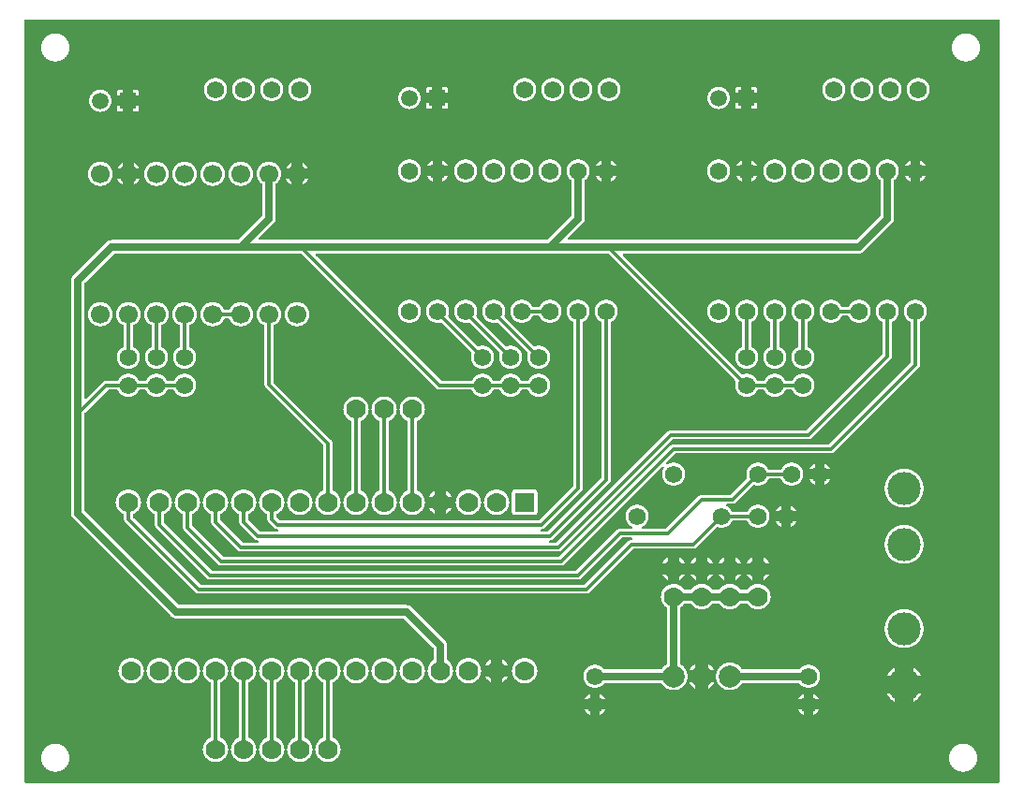
<source format=gtl>
G04 Layer: TopLayer*
G04 EasyEDA v6.3.22, 2020-02-29T13:15:50--6:00*
G04 7e361a66f70b42a58be88cf598946bd6,aa4253c5fc2745a6ae017adeef99ad3f,10*
G04 Gerber Generator version 0.2*
G04 Scale: 100 percent, Rotated: No, Reflected: No *
G04 Dimensions in millimeters *
G04 leading zeros omitted , absolute positions ,3 integer and 3 decimal *
%FSLAX33Y33*%
%MOMM*%
G90*
G71D02*

%ADD11C,0.299974*%
%ADD12C,0.299999*%
%ADD13C,0.699999*%
%ADD14C,1.569997*%
%ADD15C,1.569999*%
%ADD16C,1.778000*%
%ADD17C,1.699997*%
%ADD18R,1.778000X1.778000*%
%ADD19C,1.499997*%
%ADD21C,2.999994*%
%ADD22C,1.999996*%

%LPD*%
G36*
G01X88033Y69085D02*
G01X104Y69085D01*
G01X89Y69084D01*
G01X75Y69081D01*
G01X61Y69076D01*
G01X49Y69069D01*
G01X37Y69060D01*
G01X27Y69050D01*
G01X18Y69038D01*
G01X11Y69026D01*
G01X6Y69012D01*
G01X3Y68998D01*
G01X2Y68983D01*
G01X2Y104D01*
G01X3Y89D01*
G01X6Y75D01*
G01X11Y61D01*
G01X18Y49D01*
G01X27Y37D01*
G01X37Y27D01*
G01X49Y18D01*
G01X61Y11D01*
G01X75Y6D01*
G01X89Y3D01*
G01X104Y2D01*
G01X88033Y2D01*
G01X88048Y3D01*
G01X88062Y6D01*
G01X88076Y11D01*
G01X88088Y18D01*
G01X88100Y27D01*
G01X88110Y37D01*
G01X88119Y49D01*
G01X88126Y61D01*
G01X88131Y75D01*
G01X88134Y89D01*
G01X88135Y104D01*
G01X88135Y68983D01*
G01X88134Y68998D01*
G01X88131Y69012D01*
G01X88126Y69026D01*
G01X88119Y69038D01*
G01X88110Y69050D01*
G01X88100Y69060D01*
G01X88088Y69069D01*
G01X88076Y69076D01*
G01X88062Y69081D01*
G01X88048Y69084D01*
G01X88033Y69085D01*
G37*

%LPC*%
G36*
G01X84887Y3557D02*
G01X84836Y3558D01*
G01X84784Y3557D01*
G01X84733Y3554D01*
G01X84682Y3549D01*
G01X84631Y3542D01*
G01X84581Y3532D01*
G01X84531Y3521D01*
G01X84481Y3508D01*
G01X84433Y3493D01*
G01X84384Y3475D01*
G01X84337Y3456D01*
G01X84290Y3435D01*
G01X84244Y3412D01*
G01X84199Y3387D01*
G01X84155Y3361D01*
G01X84113Y3333D01*
G01X84071Y3303D01*
G01X84031Y3271D01*
G01X83992Y3238D01*
G01X83954Y3203D01*
G01X83918Y3167D01*
G01X83883Y3129D01*
G01X83850Y3090D01*
G01X83818Y3050D01*
G01X83788Y3008D01*
G01X83760Y2966D01*
G01X83734Y2922D01*
G01X83709Y2877D01*
G01X83686Y2831D01*
G01X83665Y2784D01*
G01X83646Y2737D01*
G01X83628Y2688D01*
G01X83613Y2640D01*
G01X83600Y2590D01*
G01X83589Y2540D01*
G01X83579Y2490D01*
G01X83572Y2439D01*
G01X83567Y2388D01*
G01X83564Y2337D01*
G01X83563Y2286D01*
G01X83564Y2234D01*
G01X83567Y2183D01*
G01X83572Y2132D01*
G01X83579Y2081D01*
G01X83589Y2031D01*
G01X83600Y1981D01*
G01X83613Y1931D01*
G01X83628Y1883D01*
G01X83646Y1834D01*
G01X83665Y1787D01*
G01X83686Y1740D01*
G01X83709Y1694D01*
G01X83734Y1649D01*
G01X83760Y1605D01*
G01X83788Y1563D01*
G01X83818Y1521D01*
G01X83850Y1481D01*
G01X83883Y1442D01*
G01X83918Y1404D01*
G01X83954Y1368D01*
G01X83992Y1333D01*
G01X84031Y1300D01*
G01X84071Y1268D01*
G01X84113Y1238D01*
G01X84155Y1210D01*
G01X84199Y1184D01*
G01X84244Y1159D01*
G01X84290Y1136D01*
G01X84337Y1115D01*
G01X84384Y1096D01*
G01X84433Y1078D01*
G01X84481Y1063D01*
G01X84531Y1050D01*
G01X84581Y1039D01*
G01X84631Y1029D01*
G01X84682Y1022D01*
G01X84733Y1017D01*
G01X84784Y1014D01*
G01X84836Y1013D01*
G01X84887Y1014D01*
G01X84938Y1017D01*
G01X84989Y1022D01*
G01X85040Y1029D01*
G01X85090Y1039D01*
G01X85140Y1050D01*
G01X85190Y1063D01*
G01X85238Y1078D01*
G01X85287Y1096D01*
G01X85334Y1115D01*
G01X85381Y1136D01*
G01X85427Y1159D01*
G01X85472Y1184D01*
G01X85516Y1210D01*
G01X85558Y1238D01*
G01X85600Y1268D01*
G01X85640Y1300D01*
G01X85679Y1333D01*
G01X85717Y1368D01*
G01X85753Y1404D01*
G01X85788Y1442D01*
G01X85821Y1481D01*
G01X85853Y1521D01*
G01X85883Y1563D01*
G01X85911Y1605D01*
G01X85937Y1649D01*
G01X85962Y1694D01*
G01X85985Y1740D01*
G01X86006Y1787D01*
G01X86025Y1834D01*
G01X86043Y1883D01*
G01X86058Y1931D01*
G01X86071Y1981D01*
G01X86082Y2031D01*
G01X86092Y2081D01*
G01X86099Y2132D01*
G01X86104Y2183D01*
G01X86107Y2234D01*
G01X86108Y2286D01*
G01X86107Y2337D01*
G01X86104Y2388D01*
G01X86099Y2439D01*
G01X86092Y2490D01*
G01X86082Y2540D01*
G01X86071Y2590D01*
G01X86058Y2640D01*
G01X86043Y2688D01*
G01X86025Y2737D01*
G01X86006Y2784D01*
G01X85985Y2831D01*
G01X85962Y2877D01*
G01X85937Y2922D01*
G01X85911Y2966D01*
G01X85883Y3008D01*
G01X85853Y3050D01*
G01X85821Y3090D01*
G01X85788Y3129D01*
G01X85753Y3167D01*
G01X85717Y3203D01*
G01X85679Y3238D01*
G01X85640Y3271D01*
G01X85600Y3303D01*
G01X85558Y3333D01*
G01X85516Y3361D01*
G01X85472Y3387D01*
G01X85427Y3412D01*
G01X85381Y3435D01*
G01X85334Y3456D01*
G01X85287Y3475D01*
G01X85238Y3493D01*
G01X85190Y3508D01*
G01X85140Y3521D01*
G01X85090Y3532D01*
G01X85040Y3542D01*
G01X84989Y3549D01*
G01X84938Y3554D01*
G01X84887Y3557D01*
G37*
G36*
G01X2845Y3557D02*
G01X2794Y3558D01*
G01X2742Y3557D01*
G01X2691Y3554D01*
G01X2640Y3549D01*
G01X2589Y3542D01*
G01X2539Y3532D01*
G01X2489Y3521D01*
G01X2439Y3508D01*
G01X2391Y3493D01*
G01X2342Y3475D01*
G01X2295Y3456D01*
G01X2248Y3435D01*
G01X2202Y3412D01*
G01X2157Y3387D01*
G01X2113Y3361D01*
G01X2071Y3333D01*
G01X2029Y3303D01*
G01X1989Y3271D01*
G01X1950Y3238D01*
G01X1912Y3203D01*
G01X1876Y3167D01*
G01X1841Y3129D01*
G01X1808Y3090D01*
G01X1776Y3050D01*
G01X1746Y3008D01*
G01X1718Y2966D01*
G01X1692Y2922D01*
G01X1667Y2877D01*
G01X1644Y2831D01*
G01X1623Y2784D01*
G01X1604Y2737D01*
G01X1586Y2688D01*
G01X1571Y2640D01*
G01X1558Y2590D01*
G01X1547Y2540D01*
G01X1537Y2490D01*
G01X1530Y2439D01*
G01X1525Y2388D01*
G01X1522Y2337D01*
G01X1521Y2286D01*
G01X1522Y2234D01*
G01X1525Y2183D01*
G01X1530Y2132D01*
G01X1537Y2081D01*
G01X1547Y2031D01*
G01X1558Y1981D01*
G01X1571Y1931D01*
G01X1586Y1883D01*
G01X1604Y1834D01*
G01X1623Y1787D01*
G01X1644Y1740D01*
G01X1667Y1694D01*
G01X1692Y1649D01*
G01X1718Y1605D01*
G01X1746Y1563D01*
G01X1776Y1521D01*
G01X1808Y1481D01*
G01X1841Y1442D01*
G01X1876Y1404D01*
G01X1912Y1368D01*
G01X1950Y1333D01*
G01X1989Y1300D01*
G01X2029Y1268D01*
G01X2071Y1238D01*
G01X2113Y1210D01*
G01X2157Y1184D01*
G01X2202Y1159D01*
G01X2248Y1136D01*
G01X2295Y1115D01*
G01X2342Y1096D01*
G01X2391Y1078D01*
G01X2439Y1063D01*
G01X2489Y1050D01*
G01X2539Y1039D01*
G01X2589Y1029D01*
G01X2640Y1022D01*
G01X2691Y1017D01*
G01X2742Y1014D01*
G01X2794Y1013D01*
G01X2845Y1014D01*
G01X2896Y1017D01*
G01X2947Y1022D01*
G01X2998Y1029D01*
G01X3048Y1039D01*
G01X3098Y1050D01*
G01X3148Y1063D01*
G01X3196Y1078D01*
G01X3245Y1096D01*
G01X3292Y1115D01*
G01X3339Y1136D01*
G01X3385Y1159D01*
G01X3430Y1184D01*
G01X3474Y1210D01*
G01X3516Y1238D01*
G01X3558Y1268D01*
G01X3598Y1300D01*
G01X3637Y1333D01*
G01X3675Y1368D01*
G01X3711Y1404D01*
G01X3746Y1442D01*
G01X3779Y1481D01*
G01X3811Y1521D01*
G01X3841Y1563D01*
G01X3869Y1605D01*
G01X3895Y1649D01*
G01X3920Y1694D01*
G01X3943Y1740D01*
G01X3964Y1787D01*
G01X3983Y1834D01*
G01X4001Y1883D01*
G01X4016Y1931D01*
G01X4029Y1981D01*
G01X4040Y2031D01*
G01X4050Y2081D01*
G01X4057Y2132D01*
G01X4062Y2183D01*
G01X4065Y2234D01*
G01X4066Y2286D01*
G01X4065Y2337D01*
G01X4062Y2388D01*
G01X4057Y2439D01*
G01X4050Y2490D01*
G01X4040Y2540D01*
G01X4029Y2590D01*
G01X4016Y2640D01*
G01X4001Y2688D01*
G01X3983Y2737D01*
G01X3964Y2784D01*
G01X3943Y2831D01*
G01X3920Y2877D01*
G01X3895Y2922D01*
G01X3869Y2966D01*
G01X3841Y3008D01*
G01X3811Y3050D01*
G01X3779Y3090D01*
G01X3746Y3129D01*
G01X3711Y3167D01*
G01X3675Y3203D01*
G01X3637Y3238D01*
G01X3598Y3271D01*
G01X3558Y3303D01*
G01X3516Y3333D01*
G01X3474Y3361D01*
G01X3430Y3387D01*
G01X3385Y3412D01*
G01X3339Y3435D01*
G01X3292Y3456D01*
G01X3245Y3475D01*
G01X3196Y3493D01*
G01X3148Y3508D01*
G01X3098Y3521D01*
G01X3048Y3532D01*
G01X2998Y3542D01*
G01X2947Y3549D01*
G01X2896Y3554D01*
G01X2845Y3557D01*
G37*
G36*
G01X24940Y11304D02*
G01X24892Y11305D01*
G01X24843Y11304D01*
G01X24794Y11301D01*
G01X24746Y11296D01*
G01X24698Y11289D01*
G01X24650Y11279D01*
G01X24603Y11268D01*
G01X24556Y11255D01*
G01X24510Y11240D01*
G01X24464Y11222D01*
G01X24420Y11203D01*
G01X24376Y11183D01*
G01X24333Y11160D01*
G01X24291Y11135D01*
G01X24250Y11108D01*
G01X24210Y11081D01*
G01X24172Y11051D01*
G01X24135Y11020D01*
G01X24099Y10987D01*
G01X24064Y10952D01*
G01X24031Y10916D01*
G01X24000Y10879D01*
G01X23970Y10841D01*
G01X23943Y10801D01*
G01X23916Y10760D01*
G01X23891Y10718D01*
G01X23868Y10675D01*
G01X23848Y10631D01*
G01X23829Y10587D01*
G01X23811Y10541D01*
G01X23796Y10495D01*
G01X23783Y10448D01*
G01X23772Y10401D01*
G01X23762Y10353D01*
G01X23755Y10305D01*
G01X23750Y10257D01*
G01X23747Y10208D01*
G01X23746Y10160D01*
G01X23747Y10111D01*
G01X23750Y10062D01*
G01X23755Y10013D01*
G01X23763Y9965D01*
G01X23772Y9917D01*
G01X23783Y9869D01*
G01X23797Y9823D01*
G01X23812Y9776D01*
G01X23829Y9731D01*
G01X23849Y9686D01*
G01X23869Y9642D01*
G01X23893Y9599D01*
G01X23918Y9557D01*
G01X23944Y9516D01*
G01X23973Y9476D01*
G01X24003Y9437D01*
G01X24034Y9400D01*
G01X24067Y9364D01*
G01X24102Y9330D01*
G01X24138Y9297D01*
G01X24175Y9265D01*
G01X24214Y9236D01*
G01X24254Y9208D01*
G01X24295Y9182D01*
G01X24337Y9157D01*
G01X24380Y9134D01*
G01X24425Y9114D01*
G01X24438Y9106D01*
G01X24450Y9098D01*
G01X24460Y9088D01*
G01X24469Y9076D01*
G01X24481Y9050D01*
G01X24484Y9035D01*
G01X24485Y9021D01*
G01X24485Y4186D01*
G01X24484Y4172D01*
G01X24481Y4157D01*
G01X24469Y4131D01*
G01X24460Y4119D01*
G01X24450Y4109D01*
G01X24438Y4101D01*
G01X24425Y4093D01*
G01X24380Y4073D01*
G01X24337Y4050D01*
G01X24295Y4025D01*
G01X24254Y3999D01*
G01X24214Y3971D01*
G01X24175Y3942D01*
G01X24138Y3910D01*
G01X24102Y3877D01*
G01X24067Y3843D01*
G01X24034Y3807D01*
G01X24003Y3770D01*
G01X23973Y3731D01*
G01X23944Y3691D01*
G01X23918Y3650D01*
G01X23893Y3608D01*
G01X23869Y3565D01*
G01X23849Y3521D01*
G01X23829Y3476D01*
G01X23812Y3431D01*
G01X23797Y3384D01*
G01X23783Y3338D01*
G01X23772Y3290D01*
G01X23763Y3242D01*
G01X23755Y3194D01*
G01X23750Y3145D01*
G01X23747Y3096D01*
G01X23746Y3048D01*
G01X23747Y2999D01*
G01X23750Y2950D01*
G01X23755Y2902D01*
G01X23762Y2854D01*
G01X23772Y2806D01*
G01X23783Y2759D01*
G01X23796Y2712D01*
G01X23811Y2666D01*
G01X23829Y2620D01*
G01X23848Y2576D01*
G01X23868Y2532D01*
G01X23891Y2489D01*
G01X23916Y2447D01*
G01X23943Y2406D01*
G01X23970Y2366D01*
G01X24000Y2328D01*
G01X24031Y2291D01*
G01X24064Y2255D01*
G01X24099Y2220D01*
G01X24135Y2187D01*
G01X24172Y2156D01*
G01X24210Y2126D01*
G01X24250Y2099D01*
G01X24291Y2072D01*
G01X24333Y2047D01*
G01X24376Y2024D01*
G01X24420Y2004D01*
G01X24464Y1985D01*
G01X24510Y1967D01*
G01X24556Y1952D01*
G01X24603Y1939D01*
G01X24650Y1928D01*
G01X24698Y1918D01*
G01X24746Y1911D01*
G01X24794Y1906D01*
G01X24843Y1903D01*
G01X24892Y1902D01*
G01X24940Y1903D01*
G01X24989Y1906D01*
G01X25037Y1911D01*
G01X25085Y1918D01*
G01X25133Y1928D01*
G01X25180Y1939D01*
G01X25227Y1952D01*
G01X25273Y1967D01*
G01X25319Y1985D01*
G01X25363Y2004D01*
G01X25407Y2024D01*
G01X25450Y2047D01*
G01X25492Y2072D01*
G01X25533Y2099D01*
G01X25573Y2126D01*
G01X25611Y2156D01*
G01X25648Y2187D01*
G01X25684Y2220D01*
G01X25719Y2255D01*
G01X25752Y2291D01*
G01X25783Y2328D01*
G01X25813Y2366D01*
G01X25840Y2406D01*
G01X25867Y2447D01*
G01X25892Y2489D01*
G01X25915Y2532D01*
G01X25935Y2576D01*
G01X25954Y2620D01*
G01X25972Y2666D01*
G01X25987Y2712D01*
G01X26000Y2759D01*
G01X26011Y2806D01*
G01X26021Y2854D01*
G01X26028Y2902D01*
G01X26033Y2950D01*
G01X26036Y2999D01*
G01X26037Y3048D01*
G01X26036Y3096D01*
G01X26033Y3145D01*
G01X26028Y3194D01*
G01X26020Y3242D01*
G01X26011Y3290D01*
G01X26000Y3338D01*
G01X25986Y3384D01*
G01X25971Y3431D01*
G01X25954Y3476D01*
G01X25934Y3521D01*
G01X25914Y3565D01*
G01X25890Y3608D01*
G01X25865Y3650D01*
G01X25839Y3691D01*
G01X25810Y3731D01*
G01X25781Y3770D01*
G01X25749Y3807D01*
G01X25716Y3843D01*
G01X25681Y3877D01*
G01X25645Y3910D01*
G01X25608Y3942D01*
G01X25569Y3971D01*
G01X25529Y3999D01*
G01X25488Y4025D01*
G01X25446Y4050D01*
G01X25403Y4073D01*
G01X25358Y4093D01*
G01X25345Y4101D01*
G01X25333Y4109D01*
G01X25323Y4119D01*
G01X25314Y4131D01*
G01X25302Y4157D01*
G01X25299Y4172D01*
G01X25298Y4186D01*
G01X25298Y9021D01*
G01X25299Y9035D01*
G01X25302Y9050D01*
G01X25314Y9076D01*
G01X25323Y9088D01*
G01X25333Y9098D01*
G01X25345Y9106D01*
G01X25358Y9114D01*
G01X25403Y9134D01*
G01X25446Y9157D01*
G01X25488Y9182D01*
G01X25529Y9208D01*
G01X25569Y9236D01*
G01X25608Y9265D01*
G01X25645Y9297D01*
G01X25681Y9330D01*
G01X25716Y9364D01*
G01X25749Y9400D01*
G01X25781Y9437D01*
G01X25810Y9476D01*
G01X25839Y9516D01*
G01X25865Y9557D01*
G01X25890Y9599D01*
G01X25914Y9642D01*
G01X25934Y9686D01*
G01X25954Y9731D01*
G01X25971Y9776D01*
G01X25986Y9823D01*
G01X26000Y9869D01*
G01X26011Y9917D01*
G01X26020Y9965D01*
G01X26028Y10013D01*
G01X26033Y10062D01*
G01X26036Y10111D01*
G01X26037Y10160D01*
G01X26036Y10208D01*
G01X26033Y10257D01*
G01X26028Y10305D01*
G01X26021Y10353D01*
G01X26011Y10401D01*
G01X26000Y10448D01*
G01X25987Y10495D01*
G01X25972Y10541D01*
G01X25954Y10587D01*
G01X25935Y10631D01*
G01X25915Y10675D01*
G01X25892Y10718D01*
G01X25867Y10760D01*
G01X25840Y10801D01*
G01X25813Y10841D01*
G01X25783Y10879D01*
G01X25752Y10916D01*
G01X25719Y10952D01*
G01X25684Y10987D01*
G01X25648Y11020D01*
G01X25611Y11051D01*
G01X25573Y11081D01*
G01X25533Y11108D01*
G01X25492Y11135D01*
G01X25450Y11160D01*
G01X25407Y11183D01*
G01X25363Y11203D01*
G01X25319Y11222D01*
G01X25273Y11240D01*
G01X25227Y11255D01*
G01X25180Y11268D01*
G01X25133Y11279D01*
G01X25085Y11289D01*
G01X25037Y11296D01*
G01X24989Y11301D01*
G01X24940Y11304D01*
G37*
G36*
G01X27480Y11304D02*
G01X27432Y11305D01*
G01X27383Y11304D01*
G01X27334Y11301D01*
G01X27286Y11296D01*
G01X27238Y11289D01*
G01X27190Y11279D01*
G01X27143Y11268D01*
G01X27096Y11255D01*
G01X27050Y11240D01*
G01X27004Y11222D01*
G01X26960Y11203D01*
G01X26916Y11183D01*
G01X26873Y11160D01*
G01X26831Y11135D01*
G01X26790Y11108D01*
G01X26750Y11081D01*
G01X26712Y11051D01*
G01X26675Y11020D01*
G01X26639Y10987D01*
G01X26604Y10952D01*
G01X26571Y10916D01*
G01X26540Y10879D01*
G01X26510Y10841D01*
G01X26483Y10801D01*
G01X26456Y10760D01*
G01X26431Y10718D01*
G01X26408Y10675D01*
G01X26388Y10631D01*
G01X26369Y10587D01*
G01X26351Y10541D01*
G01X26336Y10495D01*
G01X26323Y10448D01*
G01X26312Y10401D01*
G01X26302Y10353D01*
G01X26295Y10305D01*
G01X26290Y10257D01*
G01X26287Y10208D01*
G01X26286Y10160D01*
G01X26287Y10111D01*
G01X26290Y10062D01*
G01X26295Y10013D01*
G01X26303Y9965D01*
G01X26312Y9917D01*
G01X26323Y9869D01*
G01X26337Y9823D01*
G01X26352Y9776D01*
G01X26369Y9731D01*
G01X26389Y9686D01*
G01X26409Y9642D01*
G01X26433Y9599D01*
G01X26458Y9557D01*
G01X26484Y9516D01*
G01X26513Y9476D01*
G01X26543Y9437D01*
G01X26574Y9400D01*
G01X26607Y9364D01*
G01X26642Y9330D01*
G01X26678Y9297D01*
G01X26715Y9265D01*
G01X26754Y9236D01*
G01X26794Y9208D01*
G01X26835Y9182D01*
G01X26877Y9157D01*
G01X26920Y9134D01*
G01X26965Y9114D01*
G01X26978Y9106D01*
G01X26990Y9098D01*
G01X27000Y9088D01*
G01X27009Y9076D01*
G01X27021Y9050D01*
G01X27024Y9035D01*
G01X27025Y9021D01*
G01X27025Y4186D01*
G01X27024Y4172D01*
G01X27021Y4157D01*
G01X27009Y4131D01*
G01X27000Y4119D01*
G01X26990Y4109D01*
G01X26978Y4101D01*
G01X26965Y4093D01*
G01X26920Y4073D01*
G01X26877Y4050D01*
G01X26835Y4025D01*
G01X26794Y3999D01*
G01X26754Y3971D01*
G01X26715Y3942D01*
G01X26678Y3910D01*
G01X26642Y3877D01*
G01X26607Y3843D01*
G01X26574Y3807D01*
G01X26543Y3770D01*
G01X26513Y3731D01*
G01X26484Y3691D01*
G01X26458Y3650D01*
G01X26433Y3608D01*
G01X26409Y3565D01*
G01X26389Y3521D01*
G01X26369Y3476D01*
G01X26352Y3431D01*
G01X26337Y3384D01*
G01X26323Y3338D01*
G01X26312Y3290D01*
G01X26303Y3242D01*
G01X26295Y3194D01*
G01X26290Y3145D01*
G01X26287Y3096D01*
G01X26286Y3048D01*
G01X26287Y2999D01*
G01X26290Y2950D01*
G01X26295Y2902D01*
G01X26302Y2854D01*
G01X26312Y2806D01*
G01X26323Y2759D01*
G01X26336Y2712D01*
G01X26351Y2666D01*
G01X26369Y2620D01*
G01X26388Y2576D01*
G01X26408Y2532D01*
G01X26431Y2489D01*
G01X26456Y2447D01*
G01X26483Y2406D01*
G01X26510Y2366D01*
G01X26540Y2328D01*
G01X26571Y2291D01*
G01X26604Y2255D01*
G01X26639Y2220D01*
G01X26675Y2187D01*
G01X26712Y2156D01*
G01X26750Y2126D01*
G01X26790Y2099D01*
G01X26831Y2072D01*
G01X26873Y2047D01*
G01X26916Y2024D01*
G01X26960Y2004D01*
G01X27004Y1985D01*
G01X27050Y1967D01*
G01X27096Y1952D01*
G01X27143Y1939D01*
G01X27190Y1928D01*
G01X27238Y1918D01*
G01X27286Y1911D01*
G01X27334Y1906D01*
G01X27383Y1903D01*
G01X27432Y1902D01*
G01X27480Y1903D01*
G01X27529Y1906D01*
G01X27577Y1911D01*
G01X27625Y1918D01*
G01X27673Y1928D01*
G01X27720Y1939D01*
G01X27767Y1952D01*
G01X27813Y1967D01*
G01X27859Y1985D01*
G01X27903Y2004D01*
G01X27947Y2024D01*
G01X27990Y2047D01*
G01X28032Y2072D01*
G01X28073Y2099D01*
G01X28113Y2126D01*
G01X28151Y2156D01*
G01X28188Y2187D01*
G01X28224Y2220D01*
G01X28259Y2255D01*
G01X28292Y2291D01*
G01X28323Y2328D01*
G01X28353Y2366D01*
G01X28380Y2406D01*
G01X28407Y2447D01*
G01X28432Y2489D01*
G01X28455Y2532D01*
G01X28475Y2576D01*
G01X28494Y2620D01*
G01X28512Y2666D01*
G01X28527Y2712D01*
G01X28540Y2759D01*
G01X28551Y2806D01*
G01X28561Y2854D01*
G01X28568Y2902D01*
G01X28573Y2950D01*
G01X28576Y2999D01*
G01X28577Y3048D01*
G01X28576Y3096D01*
G01X28573Y3145D01*
G01X28568Y3194D01*
G01X28560Y3242D01*
G01X28551Y3290D01*
G01X28540Y3338D01*
G01X28526Y3384D01*
G01X28511Y3431D01*
G01X28494Y3476D01*
G01X28474Y3521D01*
G01X28454Y3565D01*
G01X28430Y3608D01*
G01X28405Y3650D01*
G01X28379Y3691D01*
G01X28350Y3731D01*
G01X28321Y3770D01*
G01X28289Y3807D01*
G01X28256Y3843D01*
G01X28221Y3877D01*
G01X28185Y3910D01*
G01X28148Y3942D01*
G01X28109Y3971D01*
G01X28069Y3999D01*
G01X28028Y4025D01*
G01X27986Y4050D01*
G01X27943Y4073D01*
G01X27898Y4093D01*
G01X27885Y4101D01*
G01X27873Y4109D01*
G01X27863Y4119D01*
G01X27854Y4131D01*
G01X27842Y4157D01*
G01X27839Y4172D01*
G01X27838Y4186D01*
G01X27838Y9021D01*
G01X27839Y9035D01*
G01X27842Y9050D01*
G01X27854Y9076D01*
G01X27863Y9088D01*
G01X27873Y9098D01*
G01X27885Y9106D01*
G01X27898Y9114D01*
G01X27943Y9134D01*
G01X27986Y9157D01*
G01X28028Y9182D01*
G01X28069Y9208D01*
G01X28109Y9236D01*
G01X28148Y9265D01*
G01X28185Y9297D01*
G01X28221Y9330D01*
G01X28256Y9364D01*
G01X28289Y9400D01*
G01X28321Y9437D01*
G01X28350Y9476D01*
G01X28379Y9516D01*
G01X28405Y9557D01*
G01X28430Y9599D01*
G01X28454Y9642D01*
G01X28474Y9686D01*
G01X28494Y9731D01*
G01X28511Y9776D01*
G01X28526Y9823D01*
G01X28540Y9869D01*
G01X28551Y9917D01*
G01X28560Y9965D01*
G01X28568Y10013D01*
G01X28573Y10062D01*
G01X28576Y10111D01*
G01X28577Y10160D01*
G01X28576Y10208D01*
G01X28573Y10257D01*
G01X28568Y10305D01*
G01X28561Y10353D01*
G01X28551Y10401D01*
G01X28540Y10448D01*
G01X28527Y10495D01*
G01X28512Y10541D01*
G01X28494Y10587D01*
G01X28475Y10631D01*
G01X28455Y10675D01*
G01X28432Y10718D01*
G01X28407Y10760D01*
G01X28380Y10801D01*
G01X28353Y10841D01*
G01X28323Y10879D01*
G01X28292Y10916D01*
G01X28259Y10952D01*
G01X28224Y10987D01*
G01X28188Y11020D01*
G01X28151Y11051D01*
G01X28113Y11081D01*
G01X28073Y11108D01*
G01X28032Y11135D01*
G01X27990Y11160D01*
G01X27947Y11183D01*
G01X27903Y11203D01*
G01X27859Y11222D01*
G01X27813Y11240D01*
G01X27767Y11255D01*
G01X27720Y11268D01*
G01X27673Y11279D01*
G01X27625Y11289D01*
G01X27577Y11296D01*
G01X27529Y11301D01*
G01X27480Y11304D01*
G37*
G36*
G01X19860Y11304D02*
G01X19812Y11305D01*
G01X19763Y11304D01*
G01X19714Y11301D01*
G01X19666Y11296D01*
G01X19618Y11289D01*
G01X19570Y11279D01*
G01X19523Y11268D01*
G01X19476Y11255D01*
G01X19430Y11240D01*
G01X19384Y11222D01*
G01X19340Y11203D01*
G01X19296Y11183D01*
G01X19253Y11160D01*
G01X19211Y11135D01*
G01X19170Y11108D01*
G01X19130Y11081D01*
G01X19092Y11051D01*
G01X19055Y11020D01*
G01X19019Y10987D01*
G01X18984Y10952D01*
G01X18951Y10916D01*
G01X18920Y10879D01*
G01X18890Y10841D01*
G01X18863Y10801D01*
G01X18836Y10760D01*
G01X18811Y10718D01*
G01X18788Y10675D01*
G01X18768Y10631D01*
G01X18749Y10587D01*
G01X18731Y10541D01*
G01X18716Y10495D01*
G01X18703Y10448D01*
G01X18692Y10401D01*
G01X18682Y10353D01*
G01X18675Y10305D01*
G01X18670Y10257D01*
G01X18667Y10208D01*
G01X18666Y10160D01*
G01X18667Y10111D01*
G01X18670Y10062D01*
G01X18675Y10013D01*
G01X18683Y9965D01*
G01X18692Y9917D01*
G01X18703Y9869D01*
G01X18717Y9823D01*
G01X18732Y9776D01*
G01X18749Y9731D01*
G01X18769Y9686D01*
G01X18789Y9642D01*
G01X18813Y9599D01*
G01X18838Y9557D01*
G01X18864Y9516D01*
G01X18893Y9476D01*
G01X18923Y9437D01*
G01X18954Y9400D01*
G01X18987Y9364D01*
G01X19022Y9330D01*
G01X19058Y9297D01*
G01X19095Y9265D01*
G01X19134Y9236D01*
G01X19174Y9208D01*
G01X19215Y9182D01*
G01X19257Y9157D01*
G01X19300Y9134D01*
G01X19345Y9114D01*
G01X19358Y9106D01*
G01X19370Y9098D01*
G01X19380Y9088D01*
G01X19389Y9076D01*
G01X19401Y9050D01*
G01X19404Y9035D01*
G01X19405Y9021D01*
G01X19405Y4186D01*
G01X19404Y4172D01*
G01X19401Y4157D01*
G01X19389Y4131D01*
G01X19380Y4119D01*
G01X19370Y4109D01*
G01X19358Y4101D01*
G01X19345Y4093D01*
G01X19300Y4073D01*
G01X19257Y4050D01*
G01X19215Y4025D01*
G01X19174Y3999D01*
G01X19134Y3971D01*
G01X19095Y3942D01*
G01X19058Y3910D01*
G01X19022Y3877D01*
G01X18987Y3843D01*
G01X18954Y3807D01*
G01X18923Y3770D01*
G01X18893Y3731D01*
G01X18864Y3691D01*
G01X18838Y3650D01*
G01X18813Y3608D01*
G01X18789Y3565D01*
G01X18769Y3521D01*
G01X18749Y3476D01*
G01X18732Y3431D01*
G01X18717Y3384D01*
G01X18703Y3338D01*
G01X18692Y3290D01*
G01X18683Y3242D01*
G01X18675Y3194D01*
G01X18670Y3145D01*
G01X18667Y3096D01*
G01X18666Y3048D01*
G01X18667Y2999D01*
G01X18670Y2950D01*
G01X18675Y2902D01*
G01X18682Y2854D01*
G01X18692Y2806D01*
G01X18703Y2759D01*
G01X18716Y2712D01*
G01X18731Y2666D01*
G01X18749Y2620D01*
G01X18768Y2576D01*
G01X18788Y2532D01*
G01X18811Y2489D01*
G01X18836Y2447D01*
G01X18863Y2406D01*
G01X18890Y2366D01*
G01X18920Y2328D01*
G01X18951Y2291D01*
G01X18984Y2255D01*
G01X19019Y2220D01*
G01X19055Y2187D01*
G01X19092Y2156D01*
G01X19130Y2126D01*
G01X19170Y2099D01*
G01X19211Y2072D01*
G01X19253Y2047D01*
G01X19296Y2024D01*
G01X19340Y2004D01*
G01X19384Y1985D01*
G01X19430Y1967D01*
G01X19476Y1952D01*
G01X19523Y1939D01*
G01X19570Y1928D01*
G01X19618Y1918D01*
G01X19666Y1911D01*
G01X19714Y1906D01*
G01X19763Y1903D01*
G01X19812Y1902D01*
G01X19860Y1903D01*
G01X19909Y1906D01*
G01X19957Y1911D01*
G01X20005Y1918D01*
G01X20053Y1928D01*
G01X20100Y1939D01*
G01X20147Y1952D01*
G01X20193Y1967D01*
G01X20239Y1985D01*
G01X20283Y2004D01*
G01X20327Y2024D01*
G01X20370Y2047D01*
G01X20412Y2072D01*
G01X20453Y2099D01*
G01X20493Y2126D01*
G01X20531Y2156D01*
G01X20568Y2187D01*
G01X20604Y2220D01*
G01X20639Y2255D01*
G01X20672Y2291D01*
G01X20703Y2328D01*
G01X20733Y2366D01*
G01X20760Y2406D01*
G01X20787Y2447D01*
G01X20812Y2489D01*
G01X20835Y2532D01*
G01X20855Y2576D01*
G01X20874Y2620D01*
G01X20892Y2666D01*
G01X20907Y2712D01*
G01X20920Y2759D01*
G01X20931Y2806D01*
G01X20941Y2854D01*
G01X20948Y2902D01*
G01X20953Y2950D01*
G01X20956Y2999D01*
G01X20957Y3048D01*
G01X20956Y3096D01*
G01X20953Y3145D01*
G01X20948Y3194D01*
G01X20940Y3242D01*
G01X20931Y3290D01*
G01X20920Y3338D01*
G01X20906Y3384D01*
G01X20891Y3431D01*
G01X20874Y3476D01*
G01X20854Y3521D01*
G01X20834Y3565D01*
G01X20810Y3608D01*
G01X20785Y3650D01*
G01X20759Y3691D01*
G01X20730Y3731D01*
G01X20701Y3770D01*
G01X20669Y3807D01*
G01X20636Y3843D01*
G01X20601Y3877D01*
G01X20565Y3910D01*
G01X20528Y3942D01*
G01X20489Y3971D01*
G01X20449Y3999D01*
G01X20408Y4025D01*
G01X20366Y4050D01*
G01X20323Y4073D01*
G01X20278Y4093D01*
G01X20265Y4101D01*
G01X20253Y4109D01*
G01X20243Y4119D01*
G01X20234Y4131D01*
G01X20222Y4157D01*
G01X20219Y4172D01*
G01X20218Y4186D01*
G01X20218Y9021D01*
G01X20219Y9035D01*
G01X20222Y9050D01*
G01X20234Y9076D01*
G01X20243Y9088D01*
G01X20253Y9098D01*
G01X20265Y9106D01*
G01X20278Y9114D01*
G01X20323Y9134D01*
G01X20366Y9157D01*
G01X20408Y9182D01*
G01X20449Y9208D01*
G01X20489Y9236D01*
G01X20528Y9265D01*
G01X20565Y9297D01*
G01X20601Y9330D01*
G01X20636Y9364D01*
G01X20669Y9400D01*
G01X20701Y9437D01*
G01X20730Y9476D01*
G01X20759Y9516D01*
G01X20785Y9557D01*
G01X20810Y9599D01*
G01X20834Y9642D01*
G01X20854Y9686D01*
G01X20874Y9731D01*
G01X20891Y9776D01*
G01X20906Y9823D01*
G01X20920Y9869D01*
G01X20931Y9917D01*
G01X20940Y9965D01*
G01X20948Y10013D01*
G01X20953Y10062D01*
G01X20956Y10111D01*
G01X20957Y10160D01*
G01X20956Y10208D01*
G01X20953Y10257D01*
G01X20948Y10305D01*
G01X20941Y10353D01*
G01X20931Y10401D01*
G01X20920Y10448D01*
G01X20907Y10495D01*
G01X20892Y10541D01*
G01X20874Y10587D01*
G01X20855Y10631D01*
G01X20835Y10675D01*
G01X20812Y10718D01*
G01X20787Y10760D01*
G01X20760Y10801D01*
G01X20733Y10841D01*
G01X20703Y10879D01*
G01X20672Y10916D01*
G01X20639Y10952D01*
G01X20604Y10987D01*
G01X20568Y11020D01*
G01X20531Y11051D01*
G01X20493Y11081D01*
G01X20453Y11108D01*
G01X20412Y11135D01*
G01X20370Y11160D01*
G01X20327Y11183D01*
G01X20283Y11203D01*
G01X20239Y11222D01*
G01X20193Y11240D01*
G01X20147Y11255D01*
G01X20100Y11268D01*
G01X20053Y11279D01*
G01X20005Y11289D01*
G01X19957Y11296D01*
G01X19909Y11301D01*
G01X19860Y11304D01*
G37*
G36*
G01X22400Y11304D02*
G01X22352Y11305D01*
G01X22303Y11304D01*
G01X22254Y11301D01*
G01X22206Y11296D01*
G01X22158Y11289D01*
G01X22110Y11279D01*
G01X22063Y11268D01*
G01X22016Y11255D01*
G01X21970Y11240D01*
G01X21924Y11222D01*
G01X21880Y11203D01*
G01X21836Y11183D01*
G01X21793Y11160D01*
G01X21751Y11135D01*
G01X21710Y11108D01*
G01X21670Y11081D01*
G01X21632Y11051D01*
G01X21595Y11020D01*
G01X21559Y10987D01*
G01X21524Y10952D01*
G01X21491Y10916D01*
G01X21460Y10879D01*
G01X21430Y10841D01*
G01X21403Y10801D01*
G01X21376Y10760D01*
G01X21351Y10718D01*
G01X21328Y10675D01*
G01X21308Y10631D01*
G01X21289Y10587D01*
G01X21271Y10541D01*
G01X21256Y10495D01*
G01X21243Y10448D01*
G01X21232Y10401D01*
G01X21222Y10353D01*
G01X21215Y10305D01*
G01X21210Y10257D01*
G01X21207Y10208D01*
G01X21206Y10160D01*
G01X21207Y10111D01*
G01X21210Y10062D01*
G01X21215Y10013D01*
G01X21223Y9965D01*
G01X21232Y9917D01*
G01X21243Y9869D01*
G01X21257Y9823D01*
G01X21272Y9776D01*
G01X21289Y9731D01*
G01X21309Y9686D01*
G01X21329Y9642D01*
G01X21353Y9599D01*
G01X21378Y9557D01*
G01X21404Y9516D01*
G01X21433Y9476D01*
G01X21463Y9437D01*
G01X21494Y9400D01*
G01X21527Y9364D01*
G01X21562Y9330D01*
G01X21598Y9297D01*
G01X21635Y9265D01*
G01X21674Y9236D01*
G01X21714Y9208D01*
G01X21755Y9182D01*
G01X21797Y9157D01*
G01X21840Y9134D01*
G01X21885Y9114D01*
G01X21898Y9106D01*
G01X21910Y9098D01*
G01X21920Y9088D01*
G01X21929Y9076D01*
G01X21941Y9050D01*
G01X21944Y9035D01*
G01X21945Y9021D01*
G01X21945Y4186D01*
G01X21944Y4172D01*
G01X21941Y4157D01*
G01X21929Y4131D01*
G01X21920Y4119D01*
G01X21910Y4109D01*
G01X21898Y4101D01*
G01X21885Y4093D01*
G01X21840Y4073D01*
G01X21797Y4050D01*
G01X21755Y4025D01*
G01X21714Y3999D01*
G01X21674Y3971D01*
G01X21635Y3942D01*
G01X21598Y3910D01*
G01X21562Y3877D01*
G01X21527Y3843D01*
G01X21494Y3807D01*
G01X21463Y3770D01*
G01X21433Y3731D01*
G01X21404Y3691D01*
G01X21378Y3650D01*
G01X21353Y3608D01*
G01X21329Y3565D01*
G01X21309Y3521D01*
G01X21289Y3476D01*
G01X21272Y3431D01*
G01X21257Y3384D01*
G01X21243Y3338D01*
G01X21232Y3290D01*
G01X21223Y3242D01*
G01X21215Y3194D01*
G01X21210Y3145D01*
G01X21207Y3096D01*
G01X21206Y3048D01*
G01X21207Y2999D01*
G01X21210Y2950D01*
G01X21215Y2902D01*
G01X21222Y2854D01*
G01X21232Y2806D01*
G01X21243Y2759D01*
G01X21256Y2712D01*
G01X21271Y2666D01*
G01X21289Y2620D01*
G01X21308Y2576D01*
G01X21328Y2532D01*
G01X21351Y2489D01*
G01X21376Y2447D01*
G01X21403Y2406D01*
G01X21430Y2366D01*
G01X21460Y2328D01*
G01X21491Y2291D01*
G01X21524Y2255D01*
G01X21559Y2220D01*
G01X21595Y2187D01*
G01X21632Y2156D01*
G01X21670Y2126D01*
G01X21710Y2099D01*
G01X21751Y2072D01*
G01X21793Y2047D01*
G01X21836Y2024D01*
G01X21880Y2004D01*
G01X21924Y1985D01*
G01X21970Y1967D01*
G01X22016Y1952D01*
G01X22063Y1939D01*
G01X22110Y1928D01*
G01X22158Y1918D01*
G01X22206Y1911D01*
G01X22254Y1906D01*
G01X22303Y1903D01*
G01X22352Y1902D01*
G01X22400Y1903D01*
G01X22449Y1906D01*
G01X22497Y1911D01*
G01X22545Y1918D01*
G01X22593Y1928D01*
G01X22640Y1939D01*
G01X22687Y1952D01*
G01X22733Y1967D01*
G01X22779Y1985D01*
G01X22823Y2004D01*
G01X22867Y2024D01*
G01X22910Y2047D01*
G01X22952Y2072D01*
G01X22993Y2099D01*
G01X23033Y2126D01*
G01X23071Y2156D01*
G01X23108Y2187D01*
G01X23144Y2220D01*
G01X23179Y2255D01*
G01X23212Y2291D01*
G01X23243Y2328D01*
G01X23273Y2366D01*
G01X23300Y2406D01*
G01X23327Y2447D01*
G01X23352Y2489D01*
G01X23375Y2532D01*
G01X23395Y2576D01*
G01X23414Y2620D01*
G01X23432Y2666D01*
G01X23447Y2712D01*
G01X23460Y2759D01*
G01X23471Y2806D01*
G01X23481Y2854D01*
G01X23488Y2902D01*
G01X23493Y2950D01*
G01X23496Y2999D01*
G01X23497Y3048D01*
G01X23496Y3096D01*
G01X23493Y3145D01*
G01X23488Y3194D01*
G01X23480Y3242D01*
G01X23471Y3290D01*
G01X23460Y3338D01*
G01X23446Y3384D01*
G01X23431Y3431D01*
G01X23414Y3476D01*
G01X23394Y3521D01*
G01X23374Y3565D01*
G01X23350Y3608D01*
G01X23325Y3650D01*
G01X23299Y3691D01*
G01X23270Y3731D01*
G01X23241Y3770D01*
G01X23209Y3807D01*
G01X23176Y3843D01*
G01X23141Y3877D01*
G01X23105Y3910D01*
G01X23068Y3942D01*
G01X23029Y3971D01*
G01X22989Y3999D01*
G01X22948Y4025D01*
G01X22906Y4050D01*
G01X22863Y4073D01*
G01X22818Y4093D01*
G01X22805Y4101D01*
G01X22793Y4109D01*
G01X22783Y4119D01*
G01X22774Y4131D01*
G01X22762Y4157D01*
G01X22759Y4172D01*
G01X22758Y4186D01*
G01X22758Y9021D01*
G01X22759Y9035D01*
G01X22762Y9050D01*
G01X22774Y9076D01*
G01X22783Y9088D01*
G01X22793Y9098D01*
G01X22805Y9106D01*
G01X22818Y9114D01*
G01X22863Y9134D01*
G01X22906Y9157D01*
G01X22948Y9182D01*
G01X22989Y9208D01*
G01X23029Y9236D01*
G01X23068Y9265D01*
G01X23105Y9297D01*
G01X23141Y9330D01*
G01X23176Y9364D01*
G01X23209Y9400D01*
G01X23241Y9437D01*
G01X23270Y9476D01*
G01X23299Y9516D01*
G01X23325Y9557D01*
G01X23350Y9599D01*
G01X23374Y9642D01*
G01X23394Y9686D01*
G01X23414Y9731D01*
G01X23431Y9776D01*
G01X23446Y9823D01*
G01X23460Y9869D01*
G01X23471Y9917D01*
G01X23480Y9965D01*
G01X23488Y10013D01*
G01X23493Y10062D01*
G01X23496Y10111D01*
G01X23497Y10160D01*
G01X23496Y10208D01*
G01X23493Y10257D01*
G01X23488Y10305D01*
G01X23481Y10353D01*
G01X23471Y10401D01*
G01X23460Y10448D01*
G01X23447Y10495D01*
G01X23432Y10541D01*
G01X23414Y10587D01*
G01X23395Y10631D01*
G01X23375Y10675D01*
G01X23352Y10718D01*
G01X23327Y10760D01*
G01X23300Y10801D01*
G01X23273Y10841D01*
G01X23243Y10879D01*
G01X23212Y10916D01*
G01X23179Y10952D01*
G01X23144Y10987D01*
G01X23108Y11020D01*
G01X23071Y11051D01*
G01X23033Y11081D01*
G01X22993Y11108D01*
G01X22952Y11135D01*
G01X22910Y11160D01*
G01X22867Y11183D01*
G01X22823Y11203D01*
G01X22779Y11222D01*
G01X22733Y11240D01*
G01X22687Y11255D01*
G01X22640Y11268D01*
G01X22593Y11279D01*
G01X22545Y11289D01*
G01X22497Y11296D01*
G01X22449Y11301D01*
G01X22400Y11304D01*
G37*
G36*
G01X17320Y11304D02*
G01X17272Y11305D01*
G01X17223Y11304D01*
G01X17174Y11301D01*
G01X17126Y11296D01*
G01X17078Y11289D01*
G01X17030Y11279D01*
G01X16983Y11268D01*
G01X16936Y11255D01*
G01X16890Y11240D01*
G01X16844Y11222D01*
G01X16800Y11203D01*
G01X16756Y11183D01*
G01X16713Y11160D01*
G01X16671Y11135D01*
G01X16630Y11108D01*
G01X16590Y11081D01*
G01X16552Y11051D01*
G01X16515Y11020D01*
G01X16479Y10987D01*
G01X16444Y10952D01*
G01X16411Y10916D01*
G01X16380Y10879D01*
G01X16350Y10841D01*
G01X16323Y10801D01*
G01X16296Y10760D01*
G01X16271Y10718D01*
G01X16248Y10675D01*
G01X16228Y10631D01*
G01X16209Y10587D01*
G01X16191Y10541D01*
G01X16176Y10495D01*
G01X16163Y10448D01*
G01X16152Y10401D01*
G01X16142Y10353D01*
G01X16135Y10305D01*
G01X16130Y10257D01*
G01X16127Y10208D01*
G01X16126Y10160D01*
G01X16127Y10111D01*
G01X16130Y10062D01*
G01X16135Y10013D01*
G01X16143Y9965D01*
G01X16152Y9917D01*
G01X16163Y9869D01*
G01X16177Y9823D01*
G01X16192Y9776D01*
G01X16209Y9731D01*
G01X16229Y9686D01*
G01X16249Y9642D01*
G01X16273Y9599D01*
G01X16298Y9557D01*
G01X16324Y9516D01*
G01X16353Y9476D01*
G01X16383Y9437D01*
G01X16414Y9400D01*
G01X16447Y9364D01*
G01X16482Y9330D01*
G01X16518Y9297D01*
G01X16555Y9265D01*
G01X16594Y9236D01*
G01X16634Y9208D01*
G01X16675Y9182D01*
G01X16717Y9157D01*
G01X16760Y9134D01*
G01X16805Y9114D01*
G01X16818Y9106D01*
G01X16830Y9098D01*
G01X16840Y9088D01*
G01X16849Y9076D01*
G01X16861Y9050D01*
G01X16864Y9035D01*
G01X16865Y9021D01*
G01X16865Y4186D01*
G01X16864Y4172D01*
G01X16861Y4157D01*
G01X16849Y4131D01*
G01X16840Y4119D01*
G01X16830Y4109D01*
G01X16818Y4101D01*
G01X16805Y4093D01*
G01X16760Y4073D01*
G01X16717Y4050D01*
G01X16675Y4025D01*
G01X16634Y3999D01*
G01X16594Y3971D01*
G01X16555Y3942D01*
G01X16518Y3910D01*
G01X16482Y3877D01*
G01X16447Y3843D01*
G01X16414Y3807D01*
G01X16383Y3770D01*
G01X16353Y3731D01*
G01X16324Y3691D01*
G01X16298Y3650D01*
G01X16273Y3608D01*
G01X16249Y3565D01*
G01X16229Y3521D01*
G01X16209Y3476D01*
G01X16192Y3431D01*
G01X16177Y3384D01*
G01X16163Y3338D01*
G01X16152Y3290D01*
G01X16143Y3242D01*
G01X16135Y3194D01*
G01X16130Y3145D01*
G01X16127Y3096D01*
G01X16126Y3048D01*
G01X16127Y2999D01*
G01X16130Y2950D01*
G01X16135Y2902D01*
G01X16142Y2854D01*
G01X16152Y2806D01*
G01X16163Y2759D01*
G01X16176Y2712D01*
G01X16191Y2666D01*
G01X16209Y2620D01*
G01X16228Y2576D01*
G01X16248Y2532D01*
G01X16271Y2489D01*
G01X16296Y2447D01*
G01X16323Y2406D01*
G01X16350Y2366D01*
G01X16380Y2328D01*
G01X16411Y2291D01*
G01X16444Y2255D01*
G01X16479Y2220D01*
G01X16515Y2187D01*
G01X16552Y2156D01*
G01X16590Y2126D01*
G01X16630Y2099D01*
G01X16671Y2072D01*
G01X16713Y2047D01*
G01X16756Y2024D01*
G01X16800Y2004D01*
G01X16844Y1985D01*
G01X16890Y1967D01*
G01X16936Y1952D01*
G01X16983Y1939D01*
G01X17030Y1928D01*
G01X17078Y1918D01*
G01X17126Y1911D01*
G01X17174Y1906D01*
G01X17223Y1903D01*
G01X17272Y1902D01*
G01X17320Y1903D01*
G01X17369Y1906D01*
G01X17417Y1911D01*
G01X17465Y1918D01*
G01X17513Y1928D01*
G01X17560Y1939D01*
G01X17607Y1952D01*
G01X17653Y1967D01*
G01X17699Y1985D01*
G01X17743Y2004D01*
G01X17787Y2024D01*
G01X17830Y2047D01*
G01X17872Y2072D01*
G01X17913Y2099D01*
G01X17953Y2126D01*
G01X17991Y2156D01*
G01X18028Y2187D01*
G01X18064Y2220D01*
G01X18099Y2255D01*
G01X18132Y2291D01*
G01X18163Y2328D01*
G01X18193Y2366D01*
G01X18220Y2406D01*
G01X18247Y2447D01*
G01X18272Y2489D01*
G01X18295Y2532D01*
G01X18315Y2576D01*
G01X18334Y2620D01*
G01X18352Y2666D01*
G01X18367Y2712D01*
G01X18380Y2759D01*
G01X18391Y2806D01*
G01X18401Y2854D01*
G01X18408Y2902D01*
G01X18413Y2950D01*
G01X18416Y2999D01*
G01X18417Y3048D01*
G01X18416Y3096D01*
G01X18413Y3145D01*
G01X18408Y3194D01*
G01X18400Y3242D01*
G01X18391Y3290D01*
G01X18380Y3338D01*
G01X18366Y3384D01*
G01X18351Y3431D01*
G01X18334Y3476D01*
G01X18314Y3521D01*
G01X18294Y3565D01*
G01X18270Y3608D01*
G01X18245Y3650D01*
G01X18219Y3691D01*
G01X18190Y3731D01*
G01X18161Y3770D01*
G01X18129Y3807D01*
G01X18096Y3843D01*
G01X18061Y3877D01*
G01X18025Y3910D01*
G01X17988Y3942D01*
G01X17949Y3971D01*
G01X17909Y3999D01*
G01X17868Y4025D01*
G01X17826Y4050D01*
G01X17783Y4073D01*
G01X17738Y4093D01*
G01X17725Y4101D01*
G01X17713Y4109D01*
G01X17703Y4119D01*
G01X17694Y4131D01*
G01X17682Y4157D01*
G01X17679Y4172D01*
G01X17678Y4186D01*
G01X17678Y9021D01*
G01X17679Y9035D01*
G01X17682Y9050D01*
G01X17694Y9076D01*
G01X17703Y9088D01*
G01X17713Y9098D01*
G01X17725Y9106D01*
G01X17738Y9114D01*
G01X17783Y9134D01*
G01X17826Y9157D01*
G01X17868Y9182D01*
G01X17909Y9208D01*
G01X17949Y9236D01*
G01X17988Y9265D01*
G01X18025Y9297D01*
G01X18061Y9330D01*
G01X18096Y9364D01*
G01X18129Y9400D01*
G01X18161Y9437D01*
G01X18190Y9476D01*
G01X18219Y9516D01*
G01X18245Y9557D01*
G01X18270Y9599D01*
G01X18294Y9642D01*
G01X18314Y9686D01*
G01X18334Y9731D01*
G01X18351Y9776D01*
G01X18366Y9823D01*
G01X18380Y9869D01*
G01X18391Y9917D01*
G01X18400Y9965D01*
G01X18408Y10013D01*
G01X18413Y10062D01*
G01X18416Y10111D01*
G01X18417Y10160D01*
G01X18416Y10208D01*
G01X18413Y10257D01*
G01X18408Y10305D01*
G01X18401Y10353D01*
G01X18391Y10401D01*
G01X18380Y10448D01*
G01X18367Y10495D01*
G01X18352Y10541D01*
G01X18334Y10587D01*
G01X18315Y10631D01*
G01X18295Y10675D01*
G01X18272Y10718D01*
G01X18247Y10760D01*
G01X18220Y10801D01*
G01X18193Y10841D01*
G01X18163Y10879D01*
G01X18132Y10916D01*
G01X18099Y10952D01*
G01X18064Y10987D01*
G01X18028Y11020D01*
G01X17991Y11051D01*
G01X17953Y11081D01*
G01X17913Y11108D01*
G01X17872Y11135D01*
G01X17830Y11160D01*
G01X17787Y11183D01*
G01X17743Y11203D01*
G01X17699Y11222D01*
G01X17653Y11240D01*
G01X17607Y11255D01*
G01X17560Y11268D01*
G01X17513Y11279D01*
G01X17465Y11289D01*
G01X17417Y11296D01*
G01X17369Y11301D01*
G01X17320Y11304D01*
G37*
G36*
G01X70409Y6655D02*
G01X69929Y6655D01*
G01X69950Y6615D01*
G01X69973Y6575D01*
G01X69998Y6535D01*
G01X70024Y6498D01*
G01X70052Y6461D01*
G01X70082Y6426D01*
G01X70113Y6392D01*
G01X70146Y6359D01*
G01X70180Y6328D01*
G01X70215Y6298D01*
G01X70252Y6270D01*
G01X70289Y6244D01*
G01X70329Y6219D01*
G01X70369Y6196D01*
G01X70409Y6175D01*
G01X70409Y6655D01*
G37*
G36*
G01X51105Y6655D02*
G01X50625Y6655D01*
G01X50646Y6615D01*
G01X50669Y6575D01*
G01X50694Y6535D01*
G01X50720Y6498D01*
G01X50748Y6461D01*
G01X50778Y6426D01*
G01X50809Y6392D01*
G01X50842Y6359D01*
G01X50876Y6328D01*
G01X50911Y6298D01*
G01X50948Y6270D01*
G01X50985Y6244D01*
G01X51025Y6219D01*
G01X51065Y6196D01*
G01X51105Y6175D01*
G01X51105Y6655D01*
G37*
G36*
G01X71802Y6655D02*
G01X71322Y6655D01*
G01X71322Y6175D01*
G01X71362Y6196D01*
G01X71402Y6219D01*
G01X71442Y6244D01*
G01X71479Y6270D01*
G01X71516Y6298D01*
G01X71551Y6328D01*
G01X71585Y6359D01*
G01X71618Y6392D01*
G01X71649Y6426D01*
G01X71679Y6461D01*
G01X71707Y6498D01*
G01X71733Y6535D01*
G01X71758Y6575D01*
G01X71781Y6615D01*
G01X71802Y6655D01*
G37*
G36*
G01X52498Y6655D02*
G01X52018Y6655D01*
G01X52018Y6175D01*
G01X52058Y6196D01*
G01X52098Y6219D01*
G01X52138Y6244D01*
G01X52175Y6270D01*
G01X52212Y6298D01*
G01X52247Y6328D01*
G01X52281Y6359D01*
G01X52314Y6392D01*
G01X52345Y6426D01*
G01X52375Y6461D01*
G01X52403Y6498D01*
G01X52429Y6535D01*
G01X52454Y6575D01*
G01X52477Y6615D01*
G01X52498Y6655D01*
G37*
G36*
G01X81059Y8076D02*
G01X80315Y8076D01*
G01X80315Y7332D01*
G01X80370Y7363D01*
G01X80424Y7395D01*
G01X80477Y7428D01*
G01X80529Y7465D01*
G01X80579Y7502D01*
G01X80628Y7542D01*
G01X80675Y7582D01*
G01X80721Y7626D01*
G01X80765Y7670D01*
G01X80809Y7716D01*
G01X80849Y7763D01*
G01X80889Y7812D01*
G01X80926Y7862D01*
G01X80963Y7914D01*
G01X80996Y7967D01*
G01X81028Y8021D01*
G01X81059Y8076D01*
G37*
G36*
G01X78688Y8076D02*
G01X77944Y8076D01*
G01X77975Y8021D01*
G01X78007Y7967D01*
G01X78040Y7914D01*
G01X78077Y7862D01*
G01X78114Y7812D01*
G01X78154Y7763D01*
G01X78194Y7716D01*
G01X78238Y7670D01*
G01X78282Y7626D01*
G01X78328Y7582D01*
G01X78375Y7542D01*
G01X78424Y7502D01*
G01X78474Y7465D01*
G01X78526Y7428D01*
G01X78579Y7395D01*
G01X78633Y7363D01*
G01X78688Y7332D01*
G01X78688Y8076D01*
G37*
G36*
G01X70409Y7568D02*
G01X70409Y8048D01*
G01X70369Y8027D01*
G01X70329Y8004D01*
G01X70289Y7979D01*
G01X70252Y7953D01*
G01X70215Y7925D01*
G01X70180Y7895D01*
G01X70146Y7864D01*
G01X70113Y7831D01*
G01X70082Y7797D01*
G01X70052Y7762D01*
G01X70024Y7725D01*
G01X69998Y7688D01*
G01X69973Y7648D01*
G01X69950Y7608D01*
G01X69929Y7568D01*
G01X70409Y7568D01*
G37*
G36*
G01X51105Y7568D02*
G01X51105Y8048D01*
G01X51065Y8027D01*
G01X51025Y8004D01*
G01X50985Y7979D01*
G01X50948Y7953D01*
G01X50911Y7925D01*
G01X50876Y7895D01*
G01X50842Y7864D01*
G01X50809Y7831D01*
G01X50778Y7797D01*
G01X50748Y7762D01*
G01X50720Y7725D01*
G01X50694Y7688D01*
G01X50669Y7648D01*
G01X50646Y7608D01*
G01X50625Y7568D01*
G01X51105Y7568D01*
G37*
G36*
G01X52058Y8027D02*
G01X52018Y8048D01*
G01X52018Y7568D01*
G01X52498Y7568D01*
G01X52477Y7608D01*
G01X52454Y7648D01*
G01X52429Y7688D01*
G01X52403Y7725D01*
G01X52375Y7762D01*
G01X52345Y7797D01*
G01X52314Y7831D01*
G01X52281Y7864D01*
G01X52247Y7895D01*
G01X52212Y7925D01*
G01X52175Y7953D01*
G01X52138Y7979D01*
G01X52098Y8004D01*
G01X52058Y8027D01*
G37*
G36*
G01X71362Y8027D02*
G01X71322Y8048D01*
G01X71322Y7568D01*
G01X71802Y7568D01*
G01X71781Y7608D01*
G01X71758Y7648D01*
G01X71733Y7688D01*
G01X71707Y7725D01*
G01X71679Y7762D01*
G01X71649Y7797D01*
G01X71618Y7831D01*
G01X71585Y7864D01*
G01X71551Y7895D01*
G01X71516Y7925D01*
G01X71479Y7953D01*
G01X71442Y7979D01*
G01X71402Y8004D01*
G01X71362Y8027D01*
G37*
G36*
G01X63805Y10907D02*
G01X63754Y10908D01*
G01X63703Y10907D01*
G01X63652Y10904D01*
G01X63602Y10899D01*
G01X63552Y10892D01*
G01X63502Y10882D01*
G01X63453Y10872D01*
G01X63404Y10859D01*
G01X63308Y10827D01*
G01X63261Y10807D01*
G01X63215Y10787D01*
G01X63169Y10764D01*
G01X63125Y10740D01*
G01X63082Y10713D01*
G01X63040Y10685D01*
G01X62999Y10656D01*
G01X62958Y10625D01*
G01X62920Y10592D01*
G01X62883Y10558D01*
G01X62847Y10522D01*
G01X62813Y10485D01*
G01X62780Y10446D01*
G01X62749Y10406D01*
G01X62719Y10365D01*
G01X62691Y10323D01*
G01X62665Y10279D01*
G01X62641Y10235D01*
G01X62618Y10190D01*
G01X62597Y10144D01*
G01X62578Y10097D01*
G01X62572Y10079D01*
G01X62555Y10027D01*
G01X62539Y9975D01*
G01X62526Y9922D01*
G01X62516Y9868D01*
G01X62507Y9815D01*
G01X62502Y9760D01*
G01X62498Y9706D01*
G01X62497Y9652D01*
G01X62498Y9597D01*
G01X62502Y9543D01*
G01X62507Y9488D01*
G01X62516Y9435D01*
G01X62526Y9381D01*
G01X62539Y9328D01*
G01X62555Y9276D01*
G01X62572Y9224D01*
G01X62578Y9206D01*
G01X62597Y9159D01*
G01X62618Y9113D01*
G01X62641Y9068D01*
G01X62665Y9024D01*
G01X62691Y8980D01*
G01X62719Y8938D01*
G01X62749Y8897D01*
G01X62780Y8857D01*
G01X62813Y8818D01*
G01X62847Y8781D01*
G01X62883Y8745D01*
G01X62920Y8711D01*
G01X62958Y8678D01*
G01X62999Y8647D01*
G01X63040Y8618D01*
G01X63082Y8590D01*
G01X63125Y8563D01*
G01X63169Y8539D01*
G01X63215Y8516D01*
G01X63261Y8496D01*
G01X63308Y8476D01*
G01X63404Y8444D01*
G01X63453Y8431D01*
G01X63502Y8421D01*
G01X63552Y8411D01*
G01X63602Y8404D01*
G01X63652Y8399D01*
G01X63703Y8396D01*
G01X63754Y8395D01*
G01X63805Y8396D01*
G01X63856Y8399D01*
G01X63907Y8404D01*
G01X63958Y8412D01*
G01X64009Y8421D01*
G01X64059Y8433D01*
G01X64108Y8446D01*
G01X64157Y8462D01*
G01X64206Y8479D01*
G01X64253Y8498D01*
G01X64300Y8520D01*
G01X64346Y8543D01*
G01X64391Y8568D01*
G01X64434Y8595D01*
G01X64477Y8624D01*
G01X64518Y8654D01*
G01X64558Y8686D01*
G01X64597Y8720D01*
G01X64634Y8755D01*
G01X64670Y8792D01*
G01X64704Y8831D01*
G01X64737Y8870D01*
G01X64768Y8911D01*
G01X64798Y8953D01*
G01X64826Y8996D01*
G01X64835Y9008D01*
G01X64845Y9019D01*
G01X64856Y9028D01*
G01X64869Y9035D01*
G01X64883Y9041D01*
G01X64898Y9044D01*
G01X64912Y9045D01*
G01X69968Y9045D01*
G01X69983Y9044D01*
G01X69998Y9040D01*
G01X70013Y9035D01*
G01X70026Y9027D01*
G01X70037Y9018D01*
G01X70048Y9006D01*
G01X70078Y8970D01*
G01X70110Y8935D01*
G01X70143Y8902D01*
G01X70177Y8870D01*
G01X70213Y8840D01*
G01X70250Y8811D01*
G01X70289Y8784D01*
G01X70329Y8759D01*
G01X70369Y8736D01*
G01X70411Y8714D01*
G01X70454Y8695D01*
G01X70498Y8677D01*
G01X70542Y8661D01*
G01X70587Y8648D01*
G01X70632Y8637D01*
G01X70679Y8627D01*
G01X70725Y8619D01*
G01X70772Y8614D01*
G01X70818Y8611D01*
G01X70866Y8610D01*
G01X70912Y8611D01*
G01X70959Y8614D01*
G01X71005Y8619D01*
G01X71051Y8627D01*
G01X71097Y8636D01*
G01X71142Y8648D01*
G01X71188Y8661D01*
G01X71231Y8676D01*
G01X71275Y8694D01*
G01X71318Y8713D01*
G01X71400Y8757D01*
G01X71439Y8782D01*
G01X71478Y8809D01*
G01X71515Y8837D01*
G01X71551Y8867D01*
G01X71585Y8899D01*
G01X71618Y8932D01*
G01X71650Y8966D01*
G01X71680Y9002D01*
G01X71708Y9039D01*
G01X71735Y9078D01*
G01X71760Y9117D01*
G01X71804Y9199D01*
G01X71823Y9242D01*
G01X71841Y9286D01*
G01X71856Y9329D01*
G01X71869Y9375D01*
G01X71881Y9420D01*
G01X71890Y9466D01*
G01X71898Y9512D01*
G01X71903Y9558D01*
G01X71906Y9605D01*
G01X71907Y9652D01*
G01X71906Y9698D01*
G01X71903Y9745D01*
G01X71898Y9791D01*
G01X71890Y9837D01*
G01X71881Y9883D01*
G01X71869Y9928D01*
G01X71856Y9974D01*
G01X71841Y10017D01*
G01X71823Y10061D01*
G01X71804Y10104D01*
G01X71760Y10186D01*
G01X71735Y10225D01*
G01X71708Y10264D01*
G01X71680Y10301D01*
G01X71650Y10337D01*
G01X71618Y10371D01*
G01X71585Y10404D01*
G01X71551Y10436D01*
G01X71515Y10466D01*
G01X71478Y10494D01*
G01X71439Y10521D01*
G01X71400Y10546D01*
G01X71318Y10590D01*
G01X71275Y10609D01*
G01X71231Y10627D01*
G01X71188Y10642D01*
G01X71142Y10655D01*
G01X71097Y10667D01*
G01X71051Y10676D01*
G01X71005Y10684D01*
G01X70959Y10689D01*
G01X70912Y10692D01*
G01X70866Y10693D01*
G01X70818Y10692D01*
G01X70772Y10689D01*
G01X70725Y10684D01*
G01X70679Y10676D01*
G01X70632Y10666D01*
G01X70587Y10655D01*
G01X70542Y10642D01*
G01X70498Y10626D01*
G01X70454Y10608D01*
G01X70411Y10589D01*
G01X70369Y10567D01*
G01X70329Y10544D01*
G01X70289Y10519D01*
G01X70250Y10492D01*
G01X70213Y10463D01*
G01X70177Y10433D01*
G01X70143Y10401D01*
G01X70110Y10368D01*
G01X70078Y10333D01*
G01X70048Y10297D01*
G01X70037Y10285D01*
G01X70026Y10276D01*
G01X70013Y10268D01*
G01X69998Y10263D01*
G01X69983Y10259D01*
G01X69968Y10258D01*
G01X64912Y10258D01*
G01X64898Y10259D01*
G01X64883Y10262D01*
G01X64869Y10268D01*
G01X64856Y10275D01*
G01X64845Y10284D01*
G01X64835Y10295D01*
G01X64826Y10307D01*
G01X64798Y10350D01*
G01X64768Y10392D01*
G01X64737Y10433D01*
G01X64704Y10472D01*
G01X64670Y10511D01*
G01X64634Y10548D01*
G01X64597Y10583D01*
G01X64558Y10617D01*
G01X64518Y10649D01*
G01X64477Y10679D01*
G01X64434Y10708D01*
G01X64391Y10735D01*
G01X64346Y10760D01*
G01X64300Y10783D01*
G01X64253Y10805D01*
G01X64206Y10824D01*
G01X64157Y10841D01*
G01X64108Y10857D01*
G01X64059Y10870D01*
G01X64009Y10882D01*
G01X63958Y10891D01*
G01X63907Y10899D01*
G01X63856Y10904D01*
G01X63805Y10907D01*
G37*
G36*
G01X58724Y17999D02*
G01X58674Y18000D01*
G01X58625Y17999D01*
G01X58576Y17996D01*
G01X58528Y17991D01*
G01X58480Y17984D01*
G01X58432Y17975D01*
G01X58385Y17963D01*
G01X58338Y17950D01*
G01X58292Y17935D01*
G01X58246Y17918D01*
G01X58202Y17899D01*
G01X58158Y17878D01*
G01X58115Y17855D01*
G01X58073Y17830D01*
G01X58032Y17804D01*
G01X57992Y17776D01*
G01X57954Y17746D01*
G01X57917Y17715D01*
G01X57881Y17682D01*
G01X57846Y17647D01*
G01X57813Y17612D01*
G01X57782Y17575D01*
G01X57752Y17536D01*
G01X57725Y17497D01*
G01X57698Y17455D01*
G01X57673Y17414D01*
G01X57650Y17371D01*
G01X57630Y17327D01*
G01X57611Y17282D01*
G01X57593Y17236D01*
G01X57578Y17190D01*
G01X57565Y17143D01*
G01X57554Y17096D01*
G01X57544Y17048D01*
G01X57537Y17000D01*
G01X57532Y16952D01*
G01X57529Y16904D01*
G01X57528Y16855D01*
G01X57529Y16805D01*
G01X57533Y16754D01*
G01X57538Y16705D01*
G01X57546Y16655D01*
G01X57555Y16605D01*
G01X57568Y16556D01*
G01X57582Y16508D01*
G01X57598Y16460D01*
G01X57616Y16413D01*
G01X57637Y16367D01*
G01X57659Y16323D01*
G01X57683Y16278D01*
G01X57710Y16236D01*
G01X57738Y16194D01*
G01X57768Y16153D01*
G01X57800Y16114D01*
G01X57833Y16077D01*
G01X57868Y16040D01*
G01X57905Y16006D01*
G01X57943Y15973D01*
G01X57982Y15942D01*
G01X58023Y15912D01*
G01X58036Y15901D01*
G01X58047Y15889D01*
G01X58055Y15876D01*
G01X58062Y15860D01*
G01X58065Y15845D01*
G01X58067Y15828D01*
G01X58067Y10810D01*
G01X58066Y10796D01*
G01X58063Y10781D01*
G01X58057Y10767D01*
G01X58050Y10754D01*
G01X58041Y10743D01*
G01X58030Y10733D01*
G01X58018Y10724D01*
G01X57973Y10694D01*
G01X57928Y10663D01*
G01X57886Y10630D01*
G01X57844Y10595D01*
G01X57804Y10559D01*
G01X57766Y10521D01*
G01X57730Y10481D01*
G01X57695Y10439D01*
G01X57662Y10397D01*
G01X57631Y10352D01*
G01X57601Y10307D01*
G01X57592Y10295D01*
G01X57582Y10284D01*
G01X57571Y10275D01*
G01X57558Y10268D01*
G01X57544Y10262D01*
G01X57529Y10259D01*
G01X57515Y10258D01*
G01X52459Y10258D01*
G01X52444Y10259D01*
G01X52429Y10263D01*
G01X52414Y10268D01*
G01X52401Y10276D01*
G01X52390Y10285D01*
G01X52379Y10297D01*
G01X52349Y10333D01*
G01X52317Y10368D01*
G01X52284Y10401D01*
G01X52250Y10433D01*
G01X52214Y10463D01*
G01X52177Y10492D01*
G01X52138Y10519D01*
G01X52098Y10544D01*
G01X52058Y10567D01*
G01X52016Y10589D01*
G01X51973Y10608D01*
G01X51929Y10626D01*
G01X51885Y10642D01*
G01X51840Y10655D01*
G01X51795Y10666D01*
G01X51748Y10676D01*
G01X51702Y10684D01*
G01X51655Y10689D01*
G01X51609Y10692D01*
G01X51562Y10693D01*
G01X51515Y10692D01*
G01X51468Y10689D01*
G01X51422Y10684D01*
G01X51376Y10676D01*
G01X51330Y10667D01*
G01X51285Y10655D01*
G01X51239Y10642D01*
G01X51196Y10627D01*
G01X51152Y10609D01*
G01X51109Y10590D01*
G01X51027Y10546D01*
G01X50988Y10521D01*
G01X50949Y10494D01*
G01X50912Y10466D01*
G01X50876Y10436D01*
G01X50842Y10404D01*
G01X50809Y10371D01*
G01X50777Y10337D01*
G01X50747Y10301D01*
G01X50719Y10264D01*
G01X50692Y10225D01*
G01X50667Y10186D01*
G01X50623Y10104D01*
G01X50604Y10061D01*
G01X50586Y10017D01*
G01X50571Y9974D01*
G01X50558Y9928D01*
G01X50546Y9883D01*
G01X50537Y9837D01*
G01X50529Y9791D01*
G01X50524Y9745D01*
G01X50521Y9698D01*
G01X50520Y9652D01*
G01X50521Y9605D01*
G01X50524Y9558D01*
G01X50529Y9512D01*
G01X50537Y9466D01*
G01X50546Y9420D01*
G01X50558Y9375D01*
G01X50571Y9329D01*
G01X50586Y9286D01*
G01X50604Y9242D01*
G01X50623Y9199D01*
G01X50667Y9117D01*
G01X50692Y9078D01*
G01X50719Y9039D01*
G01X50747Y9002D01*
G01X50777Y8966D01*
G01X50809Y8932D01*
G01X50842Y8899D01*
G01X50876Y8867D01*
G01X50912Y8837D01*
G01X50949Y8809D01*
G01X50988Y8782D01*
G01X51027Y8757D01*
G01X51109Y8713D01*
G01X51152Y8694D01*
G01X51196Y8676D01*
G01X51239Y8661D01*
G01X51285Y8648D01*
G01X51330Y8636D01*
G01X51376Y8627D01*
G01X51422Y8619D01*
G01X51468Y8614D01*
G01X51515Y8611D01*
G01X51562Y8610D01*
G01X51609Y8611D01*
G01X51655Y8614D01*
G01X51702Y8619D01*
G01X51748Y8627D01*
G01X51795Y8637D01*
G01X51840Y8648D01*
G01X51885Y8661D01*
G01X51929Y8677D01*
G01X51973Y8695D01*
G01X52016Y8714D01*
G01X52058Y8736D01*
G01X52098Y8759D01*
G01X52138Y8784D01*
G01X52177Y8811D01*
G01X52214Y8840D01*
G01X52250Y8870D01*
G01X52284Y8902D01*
G01X52317Y8935D01*
G01X52349Y8970D01*
G01X52379Y9006D01*
G01X52390Y9018D01*
G01X52401Y9027D01*
G01X52414Y9035D01*
G01X52429Y9040D01*
G01X52444Y9044D01*
G01X52459Y9045D01*
G01X57515Y9045D01*
G01X57529Y9044D01*
G01X57544Y9041D01*
G01X57558Y9035D01*
G01X57571Y9028D01*
G01X57582Y9019D01*
G01X57592Y9008D01*
G01X57601Y8996D01*
G01X57629Y8953D01*
G01X57659Y8911D01*
G01X57690Y8870D01*
G01X57723Y8831D01*
G01X57757Y8792D01*
G01X57793Y8755D01*
G01X57830Y8720D01*
G01X57869Y8686D01*
G01X57909Y8654D01*
G01X57950Y8624D01*
G01X57993Y8595D01*
G01X58036Y8568D01*
G01X58081Y8543D01*
G01X58127Y8520D01*
G01X58174Y8498D01*
G01X58221Y8479D01*
G01X58270Y8462D01*
G01X58319Y8446D01*
G01X58368Y8433D01*
G01X58418Y8421D01*
G01X58469Y8412D01*
G01X58520Y8404D01*
G01X58571Y8399D01*
G01X58622Y8396D01*
G01X58674Y8395D01*
G01X58724Y8396D01*
G01X58775Y8399D01*
G01X58825Y8404D01*
G01X58875Y8411D01*
G01X58925Y8421D01*
G01X58974Y8431D01*
G01X59023Y8444D01*
G01X59119Y8476D01*
G01X59166Y8496D01*
G01X59212Y8516D01*
G01X59258Y8539D01*
G01X59302Y8563D01*
G01X59345Y8590D01*
G01X59387Y8618D01*
G01X59428Y8647D01*
G01X59469Y8678D01*
G01X59507Y8711D01*
G01X59544Y8745D01*
G01X59580Y8781D01*
G01X59614Y8818D01*
G01X59647Y8857D01*
G01X59678Y8897D01*
G01X59708Y8938D01*
G01X59736Y8980D01*
G01X59762Y9024D01*
G01X59786Y9068D01*
G01X59809Y9113D01*
G01X59830Y9159D01*
G01X59849Y9206D01*
G01X59855Y9224D01*
G01X59872Y9276D01*
G01X59888Y9328D01*
G01X59901Y9381D01*
G01X59911Y9435D01*
G01X59920Y9488D01*
G01X59925Y9543D01*
G01X59929Y9597D01*
G01X59930Y9652D01*
G01X59929Y9706D01*
G01X59925Y9760D01*
G01X59920Y9815D01*
G01X59911Y9868D01*
G01X59901Y9922D01*
G01X59888Y9975D01*
G01X59872Y10027D01*
G01X59855Y10079D01*
G01X59849Y10097D01*
G01X59829Y10145D01*
G01X59808Y10192D01*
G01X59760Y10284D01*
G01X59732Y10328D01*
G01X59704Y10371D01*
G01X59673Y10413D01*
G01X59641Y10454D01*
G01X59607Y10493D01*
G01X59572Y10530D01*
G01X59535Y10567D01*
G01X59496Y10601D01*
G01X59456Y10634D01*
G01X59415Y10666D01*
G01X59373Y10696D01*
G01X59329Y10724D01*
G01X59317Y10733D01*
G01X59306Y10743D01*
G01X59297Y10754D01*
G01X59290Y10767D01*
G01X59284Y10781D01*
G01X59281Y10796D01*
G01X59280Y10810D01*
G01X59280Y15828D01*
G01X59282Y15845D01*
G01X59285Y15860D01*
G01X59292Y15876D01*
G01X59300Y15889D01*
G01X59311Y15901D01*
G01X59324Y15912D01*
G01X59366Y15943D01*
G01X59407Y15975D01*
G01X59446Y16009D01*
G01X59483Y16045D01*
G01X59519Y16082D01*
G01X59553Y16122D01*
G01X59586Y16163D01*
G01X59616Y16204D01*
G01X59627Y16217D01*
G01X59639Y16228D01*
G01X59653Y16237D01*
G01X59668Y16243D01*
G01X59684Y16247D01*
G01X59700Y16248D01*
G01X60187Y16248D01*
G01X60203Y16247D01*
G01X60219Y16243D01*
G01X60234Y16237D01*
G01X60248Y16228D01*
G01X60260Y16217D01*
G01X60271Y16204D01*
G01X60300Y16164D01*
G01X60331Y16124D01*
G01X60364Y16086D01*
G01X60399Y16050D01*
G01X60435Y16015D01*
G01X60473Y15981D01*
G01X60512Y15950D01*
G01X60552Y15920D01*
G01X60594Y15891D01*
G01X60637Y15865D01*
G01X60681Y15840D01*
G01X60726Y15818D01*
G01X60772Y15798D01*
G01X60819Y15780D01*
G01X60867Y15763D01*
G01X60915Y15749D01*
G01X60964Y15737D01*
G01X61013Y15727D01*
G01X61063Y15720D01*
G01X61113Y15714D01*
G01X61163Y15710D01*
G01X61214Y15709D01*
G01X61264Y15710D01*
G01X61314Y15714D01*
G01X61364Y15720D01*
G01X61414Y15727D01*
G01X61463Y15737D01*
G01X61512Y15749D01*
G01X61560Y15763D01*
G01X61608Y15780D01*
G01X61655Y15798D01*
G01X61701Y15818D01*
G01X61746Y15840D01*
G01X61790Y15865D01*
G01X61833Y15891D01*
G01X61875Y15920D01*
G01X61915Y15950D01*
G01X61954Y15981D01*
G01X61992Y16015D01*
G01X62028Y16050D01*
G01X62063Y16086D01*
G01X62096Y16124D01*
G01X62127Y16164D01*
G01X62156Y16204D01*
G01X62167Y16217D01*
G01X62179Y16228D01*
G01X62193Y16237D01*
G01X62208Y16243D01*
G01X62224Y16247D01*
G01X62240Y16248D01*
G01X62727Y16248D01*
G01X62743Y16247D01*
G01X62759Y16243D01*
G01X62774Y16237D01*
G01X62788Y16228D01*
G01X62800Y16217D01*
G01X62811Y16204D01*
G01X62840Y16164D01*
G01X62871Y16124D01*
G01X62904Y16086D01*
G01X62939Y16050D01*
G01X62975Y16015D01*
G01X63013Y15981D01*
G01X63052Y15950D01*
G01X63092Y15920D01*
G01X63134Y15891D01*
G01X63177Y15865D01*
G01X63221Y15840D01*
G01X63266Y15818D01*
G01X63312Y15798D01*
G01X63359Y15780D01*
G01X63407Y15763D01*
G01X63455Y15749D01*
G01X63504Y15737D01*
G01X63553Y15727D01*
G01X63603Y15720D01*
G01X63653Y15714D01*
G01X63703Y15710D01*
G01X63754Y15709D01*
G01X63804Y15710D01*
G01X63854Y15714D01*
G01X63904Y15720D01*
G01X63954Y15727D01*
G01X64003Y15737D01*
G01X64052Y15749D01*
G01X64100Y15763D01*
G01X64148Y15780D01*
G01X64195Y15798D01*
G01X64241Y15818D01*
G01X64286Y15840D01*
G01X64330Y15865D01*
G01X64373Y15891D01*
G01X64415Y15920D01*
G01X64455Y15950D01*
G01X64494Y15981D01*
G01X64532Y16015D01*
G01X64568Y16050D01*
G01X64603Y16086D01*
G01X64636Y16124D01*
G01X64667Y16164D01*
G01X64696Y16204D01*
G01X64707Y16217D01*
G01X64719Y16228D01*
G01X64733Y16237D01*
G01X64748Y16243D01*
G01X64764Y16247D01*
G01X64780Y16248D01*
G01X65267Y16248D01*
G01X65283Y16247D01*
G01X65299Y16243D01*
G01X65314Y16237D01*
G01X65328Y16228D01*
G01X65340Y16217D01*
G01X65351Y16204D01*
G01X65380Y16164D01*
G01X65411Y16124D01*
G01X65444Y16086D01*
G01X65479Y16050D01*
G01X65515Y16015D01*
G01X65553Y15981D01*
G01X65592Y15950D01*
G01X65632Y15920D01*
G01X65674Y15891D01*
G01X65717Y15865D01*
G01X65761Y15840D01*
G01X65806Y15818D01*
G01X65852Y15798D01*
G01X65899Y15780D01*
G01X65947Y15763D01*
G01X65995Y15749D01*
G01X66044Y15737D01*
G01X66093Y15727D01*
G01X66143Y15720D01*
G01X66193Y15714D01*
G01X66243Y15710D01*
G01X66294Y15709D01*
G01X66342Y15710D01*
G01X66391Y15713D01*
G01X66439Y15719D01*
G01X66487Y15726D01*
G01X66535Y15735D01*
G01X66582Y15746D01*
G01X66629Y15760D01*
G01X66675Y15775D01*
G01X66721Y15792D01*
G01X66765Y15811D01*
G01X66809Y15832D01*
G01X66852Y15855D01*
G01X66894Y15880D01*
G01X66935Y15906D01*
G01X66975Y15934D01*
G01X67013Y15964D01*
G01X67050Y15995D01*
G01X67086Y16028D01*
G01X67121Y16062D01*
G01X67154Y16098D01*
G01X67185Y16135D01*
G01X67215Y16174D01*
G01X67242Y16213D01*
G01X67269Y16254D01*
G01X67294Y16296D01*
G01X67317Y16339D01*
G01X67337Y16383D01*
G01X67356Y16428D01*
G01X67374Y16473D01*
G01X67389Y16520D01*
G01X67402Y16566D01*
G01X67413Y16614D01*
G01X67423Y16661D01*
G01X67430Y16710D01*
G01X67435Y16758D01*
G01X67438Y16806D01*
G01X67439Y16855D01*
G01X67438Y16904D01*
G01X67435Y16952D01*
G01X67430Y17000D01*
G01X67423Y17048D01*
G01X67413Y17096D01*
G01X67402Y17143D01*
G01X67389Y17190D01*
G01X67374Y17236D01*
G01X67356Y17282D01*
G01X67337Y17327D01*
G01X67317Y17371D01*
G01X67294Y17414D01*
G01X67269Y17455D01*
G01X67242Y17497D01*
G01X67215Y17536D01*
G01X67185Y17575D01*
G01X67154Y17612D01*
G01X67121Y17647D01*
G01X67086Y17682D01*
G01X67050Y17715D01*
G01X67013Y17746D01*
G01X66975Y17776D01*
G01X66935Y17804D01*
G01X66894Y17830D01*
G01X66852Y17855D01*
G01X66809Y17878D01*
G01X66765Y17899D01*
G01X66721Y17918D01*
G01X66675Y17935D01*
G01X66629Y17950D01*
G01X66582Y17963D01*
G01X66535Y17975D01*
G01X66487Y17984D01*
G01X66439Y17991D01*
G01X66391Y17996D01*
G01X66342Y17999D01*
G01X66294Y18000D01*
G01X66243Y17999D01*
G01X66193Y17996D01*
G01X66143Y17990D01*
G01X66093Y17983D01*
G01X66044Y17973D01*
G01X65995Y17961D01*
G01X65947Y17947D01*
G01X65899Y17930D01*
G01X65852Y17912D01*
G01X65806Y17892D01*
G01X65761Y17869D01*
G01X65717Y17845D01*
G01X65674Y17819D01*
G01X65632Y17790D01*
G01X65592Y17760D01*
G01X65553Y17729D01*
G01X65515Y17695D01*
G01X65479Y17660D01*
G01X65444Y17624D01*
G01X65411Y17585D01*
G01X65380Y17546D01*
G01X65351Y17505D01*
G01X65340Y17492D01*
G01X65328Y17482D01*
G01X65314Y17473D01*
G01X65299Y17467D01*
G01X65283Y17463D01*
G01X65267Y17461D01*
G01X64780Y17461D01*
G01X64764Y17463D01*
G01X64748Y17467D01*
G01X64733Y17473D01*
G01X64719Y17482D01*
G01X64707Y17492D01*
G01X64696Y17505D01*
G01X64667Y17546D01*
G01X64636Y17585D01*
G01X64603Y17624D01*
G01X64568Y17660D01*
G01X64532Y17695D01*
G01X64494Y17729D01*
G01X64455Y17760D01*
G01X64415Y17790D01*
G01X64373Y17819D01*
G01X64330Y17845D01*
G01X64286Y17869D01*
G01X64241Y17892D01*
G01X64195Y17912D01*
G01X64148Y17930D01*
G01X64100Y17947D01*
G01X64052Y17961D01*
G01X64003Y17973D01*
G01X63954Y17983D01*
G01X63904Y17990D01*
G01X63854Y17996D01*
G01X63804Y17999D01*
G01X63754Y18000D01*
G01X63703Y17999D01*
G01X63653Y17996D01*
G01X63603Y17990D01*
G01X63553Y17983D01*
G01X63504Y17973D01*
G01X63455Y17961D01*
G01X63407Y17947D01*
G01X63359Y17930D01*
G01X63312Y17912D01*
G01X63266Y17892D01*
G01X63221Y17869D01*
G01X63177Y17845D01*
G01X63134Y17819D01*
G01X63092Y17790D01*
G01X63052Y17760D01*
G01X63013Y17729D01*
G01X62975Y17695D01*
G01X62939Y17660D01*
G01X62904Y17624D01*
G01X62871Y17585D01*
G01X62840Y17546D01*
G01X62811Y17505D01*
G01X62800Y17492D01*
G01X62788Y17482D01*
G01X62774Y17473D01*
G01X62759Y17467D01*
G01X62743Y17463D01*
G01X62727Y17461D01*
G01X62240Y17461D01*
G01X62224Y17463D01*
G01X62208Y17467D01*
G01X62193Y17473D01*
G01X62179Y17482D01*
G01X62167Y17492D01*
G01X62156Y17505D01*
G01X62127Y17546D01*
G01X62096Y17585D01*
G01X62063Y17624D01*
G01X62028Y17660D01*
G01X61992Y17695D01*
G01X61954Y17729D01*
G01X61915Y17760D01*
G01X61875Y17790D01*
G01X61833Y17819D01*
G01X61790Y17845D01*
G01X61746Y17869D01*
G01X61701Y17892D01*
G01X61655Y17912D01*
G01X61608Y17930D01*
G01X61560Y17947D01*
G01X61512Y17961D01*
G01X61463Y17973D01*
G01X61414Y17983D01*
G01X61364Y17990D01*
G01X61314Y17996D01*
G01X61264Y17999D01*
G01X61214Y18000D01*
G01X61163Y17999D01*
G01X61113Y17996D01*
G01X61063Y17990D01*
G01X61013Y17983D01*
G01X60964Y17973D01*
G01X60915Y17961D01*
G01X60867Y17947D01*
G01X60819Y17930D01*
G01X60772Y17912D01*
G01X60726Y17892D01*
G01X60681Y17869D01*
G01X60637Y17845D01*
G01X60594Y17819D01*
G01X60552Y17790D01*
G01X60512Y17760D01*
G01X60473Y17729D01*
G01X60435Y17695D01*
G01X60399Y17660D01*
G01X60364Y17624D01*
G01X60331Y17585D01*
G01X60300Y17546D01*
G01X60271Y17505D01*
G01X60260Y17492D01*
G01X60248Y17482D01*
G01X60234Y17473D01*
G01X60219Y17467D01*
G01X60203Y17463D01*
G01X60187Y17461D01*
G01X59700Y17461D01*
G01X59684Y17463D01*
G01X59668Y17467D01*
G01X59653Y17473D01*
G01X59639Y17482D01*
G01X59627Y17492D01*
G01X59616Y17505D01*
G01X59587Y17546D01*
G01X59556Y17585D01*
G01X59523Y17624D01*
G01X59488Y17660D01*
G01X59452Y17695D01*
G01X59414Y17729D01*
G01X59375Y17760D01*
G01X59335Y17790D01*
G01X59293Y17819D01*
G01X59250Y17845D01*
G01X59206Y17869D01*
G01X59161Y17892D01*
G01X59115Y17912D01*
G01X59068Y17930D01*
G01X59020Y17947D01*
G01X58972Y17961D01*
G01X58923Y17973D01*
G01X58874Y17983D01*
G01X58824Y17990D01*
G01X58774Y17996D01*
G01X58724Y17999D01*
G37*
G36*
G01X62337Y9088D02*
G01X61777Y9088D01*
G01X61777Y8528D01*
G01X61825Y8554D01*
G01X61871Y8581D01*
G01X61916Y8610D01*
G01X61960Y8641D01*
G01X62002Y8674D01*
G01X62043Y8708D01*
G01X62083Y8744D01*
G01X62121Y8782D01*
G01X62157Y8822D01*
G01X62191Y8863D01*
G01X62224Y8905D01*
G01X62255Y8949D01*
G01X62284Y8994D01*
G01X62311Y9040D01*
G01X62337Y9088D01*
G37*
G36*
G01X60650Y9088D02*
G01X60090Y9088D01*
G01X60116Y9040D01*
G01X60143Y8994D01*
G01X60172Y8949D01*
G01X60203Y8905D01*
G01X60236Y8863D01*
G01X60270Y8822D01*
G01X60306Y8782D01*
G01X60344Y8744D01*
G01X60384Y8708D01*
G01X60425Y8674D01*
G01X60467Y8641D01*
G01X60511Y8610D01*
G01X60556Y8581D01*
G01X60602Y8554D01*
G01X60650Y8528D01*
G01X60650Y9088D01*
G37*
G36*
G01X12240Y11304D02*
G01X12192Y11305D01*
G01X12143Y11304D01*
G01X12094Y11301D01*
G01X12046Y11296D01*
G01X11998Y11289D01*
G01X11950Y11279D01*
G01X11903Y11268D01*
G01X11856Y11255D01*
G01X11810Y11240D01*
G01X11764Y11222D01*
G01X11720Y11203D01*
G01X11676Y11183D01*
G01X11633Y11160D01*
G01X11591Y11135D01*
G01X11550Y11108D01*
G01X11510Y11081D01*
G01X11472Y11051D01*
G01X11435Y11020D01*
G01X11399Y10987D01*
G01X11364Y10952D01*
G01X11331Y10916D01*
G01X11300Y10879D01*
G01X11270Y10841D01*
G01X11243Y10801D01*
G01X11216Y10760D01*
G01X11191Y10718D01*
G01X11168Y10675D01*
G01X11148Y10631D01*
G01X11129Y10587D01*
G01X11111Y10541D01*
G01X11096Y10495D01*
G01X11083Y10448D01*
G01X11072Y10401D01*
G01X11062Y10353D01*
G01X11055Y10305D01*
G01X11050Y10257D01*
G01X11047Y10208D01*
G01X11046Y10160D01*
G01X11047Y10111D01*
G01X11050Y10062D01*
G01X11055Y10014D01*
G01X11062Y9966D01*
G01X11072Y9918D01*
G01X11083Y9871D01*
G01X11096Y9824D01*
G01X11111Y9778D01*
G01X11129Y9732D01*
G01X11148Y9688D01*
G01X11168Y9644D01*
G01X11191Y9601D01*
G01X11216Y9559D01*
G01X11243Y9518D01*
G01X11270Y9478D01*
G01X11300Y9440D01*
G01X11331Y9403D01*
G01X11364Y9367D01*
G01X11399Y9332D01*
G01X11435Y9299D01*
G01X11472Y9268D01*
G01X11510Y9238D01*
G01X11550Y9211D01*
G01X11591Y9184D01*
G01X11633Y9159D01*
G01X11676Y9136D01*
G01X11720Y9116D01*
G01X11764Y9097D01*
G01X11810Y9079D01*
G01X11856Y9064D01*
G01X11903Y9051D01*
G01X11950Y9040D01*
G01X11998Y9030D01*
G01X12046Y9023D01*
G01X12094Y9018D01*
G01X12143Y9015D01*
G01X12192Y9014D01*
G01X12240Y9015D01*
G01X12289Y9018D01*
G01X12337Y9023D01*
G01X12385Y9030D01*
G01X12433Y9040D01*
G01X12480Y9051D01*
G01X12527Y9064D01*
G01X12573Y9079D01*
G01X12619Y9097D01*
G01X12663Y9116D01*
G01X12707Y9136D01*
G01X12750Y9159D01*
G01X12792Y9184D01*
G01X12833Y9211D01*
G01X12873Y9238D01*
G01X12911Y9268D01*
G01X12948Y9299D01*
G01X12984Y9332D01*
G01X13019Y9367D01*
G01X13052Y9403D01*
G01X13083Y9440D01*
G01X13113Y9478D01*
G01X13140Y9518D01*
G01X13167Y9559D01*
G01X13192Y9601D01*
G01X13215Y9644D01*
G01X13235Y9688D01*
G01X13254Y9732D01*
G01X13272Y9778D01*
G01X13287Y9824D01*
G01X13300Y9871D01*
G01X13311Y9918D01*
G01X13321Y9966D01*
G01X13328Y10014D01*
G01X13333Y10062D01*
G01X13336Y10111D01*
G01X13337Y10160D01*
G01X13336Y10208D01*
G01X13333Y10257D01*
G01X13328Y10305D01*
G01X13321Y10353D01*
G01X13311Y10401D01*
G01X13300Y10448D01*
G01X13287Y10495D01*
G01X13272Y10541D01*
G01X13254Y10587D01*
G01X13235Y10631D01*
G01X13215Y10675D01*
G01X13192Y10718D01*
G01X13167Y10760D01*
G01X13140Y10801D01*
G01X13113Y10841D01*
G01X13083Y10879D01*
G01X13052Y10916D01*
G01X13019Y10952D01*
G01X12984Y10987D01*
G01X12948Y11020D01*
G01X12911Y11051D01*
G01X12873Y11081D01*
G01X12833Y11108D01*
G01X12792Y11135D01*
G01X12750Y11160D01*
G01X12707Y11183D01*
G01X12663Y11203D01*
G01X12619Y11222D01*
G01X12573Y11240D01*
G01X12527Y11255D01*
G01X12480Y11268D01*
G01X12433Y11279D01*
G01X12385Y11289D01*
G01X12337Y11296D01*
G01X12289Y11301D01*
G01X12240Y11304D01*
G37*
G36*
G01X45260Y11304D02*
G01X45212Y11305D01*
G01X45163Y11304D01*
G01X45114Y11301D01*
G01X45066Y11296D01*
G01X45018Y11289D01*
G01X44970Y11279D01*
G01X44923Y11268D01*
G01X44876Y11255D01*
G01X44830Y11240D01*
G01X44784Y11222D01*
G01X44740Y11203D01*
G01X44696Y11183D01*
G01X44653Y11160D01*
G01X44611Y11135D01*
G01X44570Y11108D01*
G01X44530Y11081D01*
G01X44492Y11051D01*
G01X44455Y11020D01*
G01X44419Y10987D01*
G01X44384Y10952D01*
G01X44351Y10916D01*
G01X44320Y10879D01*
G01X44290Y10841D01*
G01X44263Y10801D01*
G01X44236Y10760D01*
G01X44211Y10718D01*
G01X44188Y10675D01*
G01X44168Y10631D01*
G01X44149Y10587D01*
G01X44131Y10541D01*
G01X44116Y10495D01*
G01X44103Y10448D01*
G01X44092Y10401D01*
G01X44082Y10353D01*
G01X44075Y10305D01*
G01X44070Y10257D01*
G01X44067Y10208D01*
G01X44066Y10160D01*
G01X44067Y10111D01*
G01X44070Y10062D01*
G01X44075Y10014D01*
G01X44082Y9966D01*
G01X44092Y9918D01*
G01X44103Y9871D01*
G01X44116Y9824D01*
G01X44131Y9778D01*
G01X44149Y9732D01*
G01X44168Y9688D01*
G01X44188Y9644D01*
G01X44211Y9601D01*
G01X44236Y9559D01*
G01X44263Y9518D01*
G01X44290Y9478D01*
G01X44320Y9440D01*
G01X44351Y9403D01*
G01X44384Y9367D01*
G01X44419Y9332D01*
G01X44455Y9299D01*
G01X44492Y9268D01*
G01X44530Y9238D01*
G01X44570Y9211D01*
G01X44611Y9184D01*
G01X44653Y9159D01*
G01X44696Y9136D01*
G01X44740Y9116D01*
G01X44784Y9097D01*
G01X44830Y9079D01*
G01X44876Y9064D01*
G01X44923Y9051D01*
G01X44970Y9040D01*
G01X45018Y9030D01*
G01X45066Y9023D01*
G01X45114Y9018D01*
G01X45163Y9015D01*
G01X45212Y9014D01*
G01X45260Y9015D01*
G01X45309Y9018D01*
G01X45357Y9023D01*
G01X45405Y9030D01*
G01X45453Y9040D01*
G01X45500Y9051D01*
G01X45547Y9064D01*
G01X45593Y9079D01*
G01X45639Y9097D01*
G01X45683Y9116D01*
G01X45727Y9136D01*
G01X45770Y9159D01*
G01X45812Y9184D01*
G01X45853Y9211D01*
G01X45893Y9238D01*
G01X45931Y9268D01*
G01X45968Y9299D01*
G01X46004Y9332D01*
G01X46039Y9367D01*
G01X46072Y9403D01*
G01X46103Y9440D01*
G01X46133Y9478D01*
G01X46160Y9518D01*
G01X46187Y9559D01*
G01X46212Y9601D01*
G01X46235Y9644D01*
G01X46255Y9688D01*
G01X46274Y9732D01*
G01X46292Y9778D01*
G01X46307Y9824D01*
G01X46320Y9871D01*
G01X46331Y9918D01*
G01X46341Y9966D01*
G01X46348Y10014D01*
G01X46353Y10062D01*
G01X46356Y10111D01*
G01X46357Y10160D01*
G01X46356Y10208D01*
G01X46353Y10257D01*
G01X46348Y10305D01*
G01X46341Y10353D01*
G01X46331Y10401D01*
G01X46320Y10448D01*
G01X46307Y10495D01*
G01X46292Y10541D01*
G01X46274Y10587D01*
G01X46255Y10631D01*
G01X46235Y10675D01*
G01X46212Y10718D01*
G01X46187Y10760D01*
G01X46160Y10801D01*
G01X46133Y10841D01*
G01X46103Y10879D01*
G01X46072Y10916D01*
G01X46039Y10952D01*
G01X46004Y10987D01*
G01X45968Y11020D01*
G01X45931Y11051D01*
G01X45893Y11081D01*
G01X45853Y11108D01*
G01X45812Y11135D01*
G01X45770Y11160D01*
G01X45727Y11183D01*
G01X45683Y11203D01*
G01X45639Y11222D01*
G01X45593Y11240D01*
G01X45547Y11255D01*
G01X45500Y11268D01*
G01X45453Y11279D01*
G01X45405Y11289D01*
G01X45357Y11296D01*
G01X45309Y11301D01*
G01X45260Y11304D01*
G37*
G36*
G01X9700Y11304D02*
G01X9652Y11305D01*
G01X9603Y11304D01*
G01X9554Y11301D01*
G01X9506Y11296D01*
G01X9458Y11289D01*
G01X9410Y11279D01*
G01X9363Y11268D01*
G01X9316Y11255D01*
G01X9270Y11240D01*
G01X9224Y11222D01*
G01X9180Y11203D01*
G01X9136Y11183D01*
G01X9093Y11160D01*
G01X9051Y11135D01*
G01X9010Y11108D01*
G01X8970Y11081D01*
G01X8932Y11051D01*
G01X8895Y11020D01*
G01X8859Y10987D01*
G01X8824Y10952D01*
G01X8791Y10916D01*
G01X8760Y10879D01*
G01X8730Y10841D01*
G01X8703Y10801D01*
G01X8676Y10760D01*
G01X8651Y10718D01*
G01X8628Y10675D01*
G01X8608Y10631D01*
G01X8589Y10587D01*
G01X8571Y10541D01*
G01X8556Y10495D01*
G01X8543Y10448D01*
G01X8532Y10401D01*
G01X8522Y10353D01*
G01X8515Y10305D01*
G01X8510Y10257D01*
G01X8507Y10208D01*
G01X8506Y10160D01*
G01X8507Y10111D01*
G01X8510Y10062D01*
G01X8515Y10014D01*
G01X8522Y9966D01*
G01X8532Y9918D01*
G01X8543Y9871D01*
G01X8556Y9824D01*
G01X8571Y9778D01*
G01X8589Y9732D01*
G01X8608Y9688D01*
G01X8628Y9644D01*
G01X8651Y9601D01*
G01X8676Y9559D01*
G01X8703Y9518D01*
G01X8730Y9478D01*
G01X8760Y9440D01*
G01X8791Y9403D01*
G01X8824Y9367D01*
G01X8859Y9332D01*
G01X8895Y9299D01*
G01X8932Y9268D01*
G01X8970Y9238D01*
G01X9010Y9211D01*
G01X9051Y9184D01*
G01X9093Y9159D01*
G01X9136Y9136D01*
G01X9180Y9116D01*
G01X9224Y9097D01*
G01X9270Y9079D01*
G01X9316Y9064D01*
G01X9363Y9051D01*
G01X9410Y9040D01*
G01X9458Y9030D01*
G01X9506Y9023D01*
G01X9554Y9018D01*
G01X9603Y9015D01*
G01X9652Y9014D01*
G01X9700Y9015D01*
G01X9749Y9018D01*
G01X9797Y9023D01*
G01X9845Y9030D01*
G01X9893Y9040D01*
G01X9940Y9051D01*
G01X9987Y9064D01*
G01X10033Y9079D01*
G01X10079Y9097D01*
G01X10123Y9116D01*
G01X10167Y9136D01*
G01X10210Y9159D01*
G01X10252Y9184D01*
G01X10293Y9211D01*
G01X10333Y9238D01*
G01X10371Y9268D01*
G01X10408Y9299D01*
G01X10444Y9332D01*
G01X10479Y9367D01*
G01X10512Y9403D01*
G01X10543Y9440D01*
G01X10573Y9478D01*
G01X10600Y9518D01*
G01X10627Y9559D01*
G01X10652Y9601D01*
G01X10675Y9644D01*
G01X10695Y9688D01*
G01X10714Y9732D01*
G01X10732Y9778D01*
G01X10747Y9824D01*
G01X10760Y9871D01*
G01X10771Y9918D01*
G01X10781Y9966D01*
G01X10788Y10014D01*
G01X10793Y10062D01*
G01X10796Y10111D01*
G01X10797Y10160D01*
G01X10796Y10208D01*
G01X10793Y10257D01*
G01X10788Y10305D01*
G01X10781Y10353D01*
G01X10771Y10401D01*
G01X10760Y10448D01*
G01X10747Y10495D01*
G01X10732Y10541D01*
G01X10714Y10587D01*
G01X10695Y10631D01*
G01X10675Y10675D01*
G01X10652Y10718D01*
G01X10627Y10760D01*
G01X10600Y10801D01*
G01X10573Y10841D01*
G01X10543Y10879D01*
G01X10512Y10916D01*
G01X10479Y10952D01*
G01X10444Y10987D01*
G01X10408Y11020D01*
G01X10371Y11051D01*
G01X10333Y11081D01*
G01X10293Y11108D01*
G01X10252Y11135D01*
G01X10210Y11160D01*
G01X10167Y11183D01*
G01X10123Y11203D01*
G01X10079Y11222D01*
G01X10033Y11240D01*
G01X9987Y11255D01*
G01X9940Y11268D01*
G01X9893Y11279D01*
G01X9845Y11289D01*
G01X9797Y11296D01*
G01X9749Y11301D01*
G01X9700Y11304D01*
G37*
G36*
G01X32560Y11304D02*
G01X32512Y11305D01*
G01X32463Y11304D01*
G01X32414Y11301D01*
G01X32366Y11296D01*
G01X32318Y11289D01*
G01X32270Y11279D01*
G01X32223Y11268D01*
G01X32176Y11255D01*
G01X32130Y11240D01*
G01X32084Y11222D01*
G01X32040Y11203D01*
G01X31996Y11183D01*
G01X31953Y11160D01*
G01X31911Y11135D01*
G01X31870Y11108D01*
G01X31830Y11081D01*
G01X31792Y11051D01*
G01X31755Y11020D01*
G01X31719Y10987D01*
G01X31684Y10952D01*
G01X31651Y10916D01*
G01X31620Y10879D01*
G01X31590Y10841D01*
G01X31563Y10801D01*
G01X31536Y10760D01*
G01X31511Y10718D01*
G01X31488Y10675D01*
G01X31468Y10631D01*
G01X31449Y10587D01*
G01X31431Y10541D01*
G01X31416Y10495D01*
G01X31403Y10448D01*
G01X31392Y10401D01*
G01X31382Y10353D01*
G01X31375Y10305D01*
G01X31370Y10257D01*
G01X31367Y10208D01*
G01X31366Y10160D01*
G01X31367Y10111D01*
G01X31370Y10062D01*
G01X31375Y10014D01*
G01X31382Y9966D01*
G01X31392Y9918D01*
G01X31403Y9871D01*
G01X31416Y9824D01*
G01X31431Y9778D01*
G01X31449Y9732D01*
G01X31468Y9688D01*
G01X31488Y9644D01*
G01X31511Y9601D01*
G01X31536Y9559D01*
G01X31563Y9518D01*
G01X31590Y9478D01*
G01X31620Y9440D01*
G01X31651Y9403D01*
G01X31684Y9367D01*
G01X31719Y9332D01*
G01X31755Y9299D01*
G01X31792Y9268D01*
G01X31830Y9238D01*
G01X31870Y9211D01*
G01X31911Y9184D01*
G01X31953Y9159D01*
G01X31996Y9136D01*
G01X32040Y9116D01*
G01X32084Y9097D01*
G01X32130Y9079D01*
G01X32176Y9064D01*
G01X32223Y9051D01*
G01X32270Y9040D01*
G01X32318Y9030D01*
G01X32366Y9023D01*
G01X32414Y9018D01*
G01X32463Y9015D01*
G01X32512Y9014D01*
G01X32560Y9015D01*
G01X32609Y9018D01*
G01X32657Y9023D01*
G01X32705Y9030D01*
G01X32753Y9040D01*
G01X32800Y9051D01*
G01X32847Y9064D01*
G01X32893Y9079D01*
G01X32939Y9097D01*
G01X32983Y9116D01*
G01X33027Y9136D01*
G01X33070Y9159D01*
G01X33112Y9184D01*
G01X33153Y9211D01*
G01X33193Y9238D01*
G01X33231Y9268D01*
G01X33268Y9299D01*
G01X33304Y9332D01*
G01X33339Y9367D01*
G01X33372Y9403D01*
G01X33403Y9440D01*
G01X33433Y9478D01*
G01X33460Y9518D01*
G01X33487Y9559D01*
G01X33512Y9601D01*
G01X33535Y9644D01*
G01X33555Y9688D01*
G01X33574Y9732D01*
G01X33592Y9778D01*
G01X33607Y9824D01*
G01X33620Y9871D01*
G01X33631Y9918D01*
G01X33641Y9966D01*
G01X33648Y10014D01*
G01X33653Y10062D01*
G01X33656Y10111D01*
G01X33657Y10160D01*
G01X33656Y10208D01*
G01X33653Y10257D01*
G01X33648Y10305D01*
G01X33641Y10353D01*
G01X33631Y10401D01*
G01X33620Y10448D01*
G01X33607Y10495D01*
G01X33592Y10541D01*
G01X33574Y10587D01*
G01X33555Y10631D01*
G01X33535Y10675D01*
G01X33512Y10718D01*
G01X33487Y10760D01*
G01X33460Y10801D01*
G01X33433Y10841D01*
G01X33403Y10879D01*
G01X33372Y10916D01*
G01X33339Y10952D01*
G01X33304Y10987D01*
G01X33268Y11020D01*
G01X33231Y11051D01*
G01X33193Y11081D01*
G01X33153Y11108D01*
G01X33112Y11135D01*
G01X33070Y11160D01*
G01X33027Y11183D01*
G01X32983Y11203D01*
G01X32939Y11222D01*
G01X32893Y11240D01*
G01X32847Y11255D01*
G01X32800Y11268D01*
G01X32753Y11279D01*
G01X32705Y11289D01*
G01X32657Y11296D01*
G01X32609Y11301D01*
G01X32560Y11304D01*
G37*
G36*
G01X40180Y11304D02*
G01X40132Y11305D01*
G01X40083Y11304D01*
G01X40034Y11301D01*
G01X39986Y11296D01*
G01X39938Y11289D01*
G01X39890Y11279D01*
G01X39843Y11268D01*
G01X39796Y11255D01*
G01X39750Y11240D01*
G01X39704Y11222D01*
G01X39660Y11203D01*
G01X39616Y11183D01*
G01X39573Y11160D01*
G01X39531Y11135D01*
G01X39490Y11108D01*
G01X39450Y11081D01*
G01X39412Y11051D01*
G01X39375Y11020D01*
G01X39339Y10987D01*
G01X39304Y10952D01*
G01X39271Y10916D01*
G01X39240Y10879D01*
G01X39210Y10841D01*
G01X39183Y10801D01*
G01X39156Y10760D01*
G01X39131Y10718D01*
G01X39108Y10675D01*
G01X39088Y10631D01*
G01X39069Y10587D01*
G01X39051Y10541D01*
G01X39036Y10495D01*
G01X39023Y10448D01*
G01X39012Y10401D01*
G01X39002Y10353D01*
G01X38995Y10305D01*
G01X38990Y10257D01*
G01X38987Y10208D01*
G01X38986Y10160D01*
G01X38987Y10111D01*
G01X38990Y10062D01*
G01X38995Y10014D01*
G01X39002Y9966D01*
G01X39012Y9918D01*
G01X39023Y9871D01*
G01X39036Y9824D01*
G01X39051Y9778D01*
G01X39069Y9732D01*
G01X39088Y9688D01*
G01X39108Y9644D01*
G01X39131Y9601D01*
G01X39156Y9559D01*
G01X39183Y9518D01*
G01X39210Y9478D01*
G01X39240Y9440D01*
G01X39271Y9403D01*
G01X39304Y9367D01*
G01X39339Y9332D01*
G01X39375Y9299D01*
G01X39412Y9268D01*
G01X39450Y9238D01*
G01X39490Y9211D01*
G01X39531Y9184D01*
G01X39573Y9159D01*
G01X39616Y9136D01*
G01X39660Y9116D01*
G01X39704Y9097D01*
G01X39750Y9079D01*
G01X39796Y9064D01*
G01X39843Y9051D01*
G01X39890Y9040D01*
G01X39938Y9030D01*
G01X39986Y9023D01*
G01X40034Y9018D01*
G01X40083Y9015D01*
G01X40132Y9014D01*
G01X40180Y9015D01*
G01X40229Y9018D01*
G01X40277Y9023D01*
G01X40325Y9030D01*
G01X40373Y9040D01*
G01X40420Y9051D01*
G01X40467Y9064D01*
G01X40513Y9079D01*
G01X40559Y9097D01*
G01X40603Y9116D01*
G01X40647Y9136D01*
G01X40690Y9159D01*
G01X40732Y9184D01*
G01X40773Y9211D01*
G01X40813Y9238D01*
G01X40851Y9268D01*
G01X40888Y9299D01*
G01X40924Y9332D01*
G01X40959Y9367D01*
G01X40992Y9403D01*
G01X41023Y9440D01*
G01X41053Y9478D01*
G01X41080Y9518D01*
G01X41107Y9559D01*
G01X41132Y9601D01*
G01X41155Y9644D01*
G01X41175Y9688D01*
G01X41194Y9732D01*
G01X41212Y9778D01*
G01X41227Y9824D01*
G01X41240Y9871D01*
G01X41251Y9918D01*
G01X41261Y9966D01*
G01X41268Y10014D01*
G01X41273Y10062D01*
G01X41276Y10111D01*
G01X41277Y10160D01*
G01X41276Y10208D01*
G01X41273Y10257D01*
G01X41268Y10305D01*
G01X41261Y10353D01*
G01X41251Y10401D01*
G01X41240Y10448D01*
G01X41227Y10495D01*
G01X41212Y10541D01*
G01X41194Y10587D01*
G01X41175Y10631D01*
G01X41155Y10675D01*
G01X41132Y10718D01*
G01X41107Y10760D01*
G01X41080Y10801D01*
G01X41053Y10841D01*
G01X41023Y10879D01*
G01X40992Y10916D01*
G01X40959Y10952D01*
G01X40924Y10987D01*
G01X40888Y11020D01*
G01X40851Y11051D01*
G01X40813Y11081D01*
G01X40773Y11108D01*
G01X40732Y11135D01*
G01X40690Y11160D01*
G01X40647Y11183D01*
G01X40603Y11203D01*
G01X40559Y11222D01*
G01X40513Y11240D01*
G01X40467Y11255D01*
G01X40420Y11268D01*
G01X40373Y11279D01*
G01X40325Y11289D01*
G01X40277Y11296D01*
G01X40229Y11301D01*
G01X40180Y11304D01*
G37*
G36*
G01X14780Y11304D02*
G01X14732Y11305D01*
G01X14683Y11304D01*
G01X14634Y11301D01*
G01X14586Y11296D01*
G01X14538Y11289D01*
G01X14490Y11279D01*
G01X14443Y11268D01*
G01X14396Y11255D01*
G01X14350Y11240D01*
G01X14304Y11222D01*
G01X14260Y11203D01*
G01X14216Y11183D01*
G01X14173Y11160D01*
G01X14131Y11135D01*
G01X14090Y11108D01*
G01X14050Y11081D01*
G01X14012Y11051D01*
G01X13975Y11020D01*
G01X13939Y10987D01*
G01X13904Y10952D01*
G01X13871Y10916D01*
G01X13840Y10879D01*
G01X13810Y10841D01*
G01X13783Y10801D01*
G01X13756Y10760D01*
G01X13731Y10718D01*
G01X13708Y10675D01*
G01X13688Y10631D01*
G01X13669Y10587D01*
G01X13651Y10541D01*
G01X13636Y10495D01*
G01X13623Y10448D01*
G01X13612Y10401D01*
G01X13602Y10353D01*
G01X13595Y10305D01*
G01X13590Y10257D01*
G01X13587Y10208D01*
G01X13586Y10160D01*
G01X13587Y10111D01*
G01X13590Y10062D01*
G01X13595Y10014D01*
G01X13602Y9966D01*
G01X13612Y9918D01*
G01X13623Y9871D01*
G01X13636Y9824D01*
G01X13651Y9778D01*
G01X13669Y9732D01*
G01X13688Y9688D01*
G01X13708Y9644D01*
G01X13731Y9601D01*
G01X13756Y9559D01*
G01X13783Y9518D01*
G01X13810Y9478D01*
G01X13840Y9440D01*
G01X13871Y9403D01*
G01X13904Y9367D01*
G01X13939Y9332D01*
G01X13975Y9299D01*
G01X14012Y9268D01*
G01X14050Y9238D01*
G01X14090Y9211D01*
G01X14131Y9184D01*
G01X14173Y9159D01*
G01X14216Y9136D01*
G01X14260Y9116D01*
G01X14304Y9097D01*
G01X14350Y9079D01*
G01X14396Y9064D01*
G01X14443Y9051D01*
G01X14490Y9040D01*
G01X14538Y9030D01*
G01X14586Y9023D01*
G01X14634Y9018D01*
G01X14683Y9015D01*
G01X14732Y9014D01*
G01X14780Y9015D01*
G01X14829Y9018D01*
G01X14877Y9023D01*
G01X14925Y9030D01*
G01X14973Y9040D01*
G01X15020Y9051D01*
G01X15067Y9064D01*
G01X15113Y9079D01*
G01X15159Y9097D01*
G01X15203Y9116D01*
G01X15247Y9136D01*
G01X15290Y9159D01*
G01X15332Y9184D01*
G01X15373Y9211D01*
G01X15413Y9238D01*
G01X15451Y9268D01*
G01X15488Y9299D01*
G01X15524Y9332D01*
G01X15559Y9367D01*
G01X15592Y9403D01*
G01X15623Y9440D01*
G01X15653Y9478D01*
G01X15680Y9518D01*
G01X15707Y9559D01*
G01X15732Y9601D01*
G01X15755Y9644D01*
G01X15775Y9688D01*
G01X15794Y9732D01*
G01X15812Y9778D01*
G01X15827Y9824D01*
G01X15840Y9871D01*
G01X15851Y9918D01*
G01X15861Y9966D01*
G01X15868Y10014D01*
G01X15873Y10062D01*
G01X15876Y10111D01*
G01X15877Y10160D01*
G01X15876Y10208D01*
G01X15873Y10257D01*
G01X15868Y10305D01*
G01X15861Y10353D01*
G01X15851Y10401D01*
G01X15840Y10448D01*
G01X15827Y10495D01*
G01X15812Y10541D01*
G01X15794Y10587D01*
G01X15775Y10631D01*
G01X15755Y10675D01*
G01X15732Y10718D01*
G01X15707Y10760D01*
G01X15680Y10801D01*
G01X15653Y10841D01*
G01X15623Y10879D01*
G01X15592Y10916D01*
G01X15559Y10952D01*
G01X15524Y10987D01*
G01X15488Y11020D01*
G01X15451Y11051D01*
G01X15413Y11081D01*
G01X15373Y11108D01*
G01X15332Y11135D01*
G01X15290Y11160D01*
G01X15247Y11183D01*
G01X15203Y11203D01*
G01X15159Y11222D01*
G01X15113Y11240D01*
G01X15067Y11255D01*
G01X15020Y11268D01*
G01X14973Y11279D01*
G01X14925Y11289D01*
G01X14877Y11296D01*
G01X14829Y11301D01*
G01X14780Y11304D01*
G37*
G36*
G01X35100Y11304D02*
G01X35052Y11305D01*
G01X35003Y11304D01*
G01X34954Y11301D01*
G01X34906Y11296D01*
G01X34858Y11289D01*
G01X34810Y11279D01*
G01X34763Y11268D01*
G01X34716Y11255D01*
G01X34670Y11240D01*
G01X34624Y11222D01*
G01X34580Y11203D01*
G01X34536Y11183D01*
G01X34493Y11160D01*
G01X34451Y11135D01*
G01X34410Y11108D01*
G01X34370Y11081D01*
G01X34332Y11051D01*
G01X34295Y11020D01*
G01X34259Y10987D01*
G01X34224Y10952D01*
G01X34191Y10916D01*
G01X34160Y10879D01*
G01X34130Y10841D01*
G01X34103Y10801D01*
G01X34076Y10760D01*
G01X34051Y10718D01*
G01X34028Y10675D01*
G01X34008Y10631D01*
G01X33989Y10587D01*
G01X33971Y10541D01*
G01X33956Y10495D01*
G01X33943Y10448D01*
G01X33932Y10401D01*
G01X33922Y10353D01*
G01X33915Y10305D01*
G01X33910Y10257D01*
G01X33907Y10208D01*
G01X33906Y10160D01*
G01X33907Y10111D01*
G01X33910Y10062D01*
G01X33915Y10014D01*
G01X33922Y9966D01*
G01X33932Y9918D01*
G01X33943Y9871D01*
G01X33956Y9824D01*
G01X33971Y9778D01*
G01X33989Y9732D01*
G01X34008Y9688D01*
G01X34028Y9644D01*
G01X34051Y9601D01*
G01X34076Y9559D01*
G01X34103Y9518D01*
G01X34130Y9478D01*
G01X34160Y9440D01*
G01X34191Y9403D01*
G01X34224Y9367D01*
G01X34259Y9332D01*
G01X34295Y9299D01*
G01X34332Y9268D01*
G01X34370Y9238D01*
G01X34410Y9211D01*
G01X34451Y9184D01*
G01X34493Y9159D01*
G01X34536Y9136D01*
G01X34580Y9116D01*
G01X34624Y9097D01*
G01X34670Y9079D01*
G01X34716Y9064D01*
G01X34763Y9051D01*
G01X34810Y9040D01*
G01X34858Y9030D01*
G01X34906Y9023D01*
G01X34954Y9018D01*
G01X35003Y9015D01*
G01X35052Y9014D01*
G01X35100Y9015D01*
G01X35149Y9018D01*
G01X35197Y9023D01*
G01X35245Y9030D01*
G01X35293Y9040D01*
G01X35340Y9051D01*
G01X35387Y9064D01*
G01X35433Y9079D01*
G01X35479Y9097D01*
G01X35523Y9116D01*
G01X35567Y9136D01*
G01X35610Y9159D01*
G01X35652Y9184D01*
G01X35693Y9211D01*
G01X35733Y9238D01*
G01X35771Y9268D01*
G01X35808Y9299D01*
G01X35844Y9332D01*
G01X35879Y9367D01*
G01X35912Y9403D01*
G01X35943Y9440D01*
G01X35973Y9478D01*
G01X36000Y9518D01*
G01X36027Y9559D01*
G01X36052Y9601D01*
G01X36075Y9644D01*
G01X36095Y9688D01*
G01X36114Y9732D01*
G01X36132Y9778D01*
G01X36147Y9824D01*
G01X36160Y9871D01*
G01X36171Y9918D01*
G01X36181Y9966D01*
G01X36188Y10014D01*
G01X36193Y10062D01*
G01X36196Y10111D01*
G01X36197Y10160D01*
G01X36196Y10208D01*
G01X36193Y10257D01*
G01X36188Y10305D01*
G01X36181Y10353D01*
G01X36171Y10401D01*
G01X36160Y10448D01*
G01X36147Y10495D01*
G01X36132Y10541D01*
G01X36114Y10587D01*
G01X36095Y10631D01*
G01X36075Y10675D01*
G01X36052Y10718D01*
G01X36027Y10760D01*
G01X36000Y10801D01*
G01X35973Y10841D01*
G01X35943Y10879D01*
G01X35912Y10916D01*
G01X35879Y10952D01*
G01X35844Y10987D01*
G01X35808Y11020D01*
G01X35771Y11051D01*
G01X35733Y11081D01*
G01X35693Y11108D01*
G01X35652Y11135D01*
G01X35610Y11160D01*
G01X35567Y11183D01*
G01X35523Y11203D01*
G01X35479Y11222D01*
G01X35433Y11240D01*
G01X35387Y11255D01*
G01X35340Y11268D01*
G01X35293Y11279D01*
G01X35245Y11289D01*
G01X35197Y11296D01*
G01X35149Y11301D01*
G01X35100Y11304D01*
G37*
G36*
G01X30020Y11304D02*
G01X29972Y11305D01*
G01X29923Y11304D01*
G01X29874Y11301D01*
G01X29826Y11296D01*
G01X29778Y11289D01*
G01X29730Y11279D01*
G01X29683Y11268D01*
G01X29636Y11255D01*
G01X29590Y11240D01*
G01X29544Y11222D01*
G01X29500Y11203D01*
G01X29456Y11183D01*
G01X29413Y11160D01*
G01X29371Y11135D01*
G01X29330Y11108D01*
G01X29290Y11081D01*
G01X29252Y11051D01*
G01X29215Y11020D01*
G01X29179Y10987D01*
G01X29144Y10952D01*
G01X29111Y10916D01*
G01X29080Y10879D01*
G01X29050Y10841D01*
G01X29023Y10801D01*
G01X28996Y10760D01*
G01X28971Y10718D01*
G01X28948Y10675D01*
G01X28928Y10631D01*
G01X28909Y10587D01*
G01X28891Y10541D01*
G01X28876Y10495D01*
G01X28863Y10448D01*
G01X28852Y10401D01*
G01X28842Y10353D01*
G01X28835Y10305D01*
G01X28830Y10257D01*
G01X28827Y10208D01*
G01X28826Y10160D01*
G01X28827Y10111D01*
G01X28830Y10062D01*
G01X28835Y10014D01*
G01X28842Y9966D01*
G01X28852Y9918D01*
G01X28863Y9871D01*
G01X28876Y9824D01*
G01X28891Y9778D01*
G01X28909Y9732D01*
G01X28928Y9688D01*
G01X28948Y9644D01*
G01X28971Y9601D01*
G01X28996Y9559D01*
G01X29023Y9518D01*
G01X29050Y9478D01*
G01X29080Y9440D01*
G01X29111Y9403D01*
G01X29144Y9367D01*
G01X29179Y9332D01*
G01X29215Y9299D01*
G01X29252Y9268D01*
G01X29290Y9238D01*
G01X29330Y9211D01*
G01X29371Y9184D01*
G01X29413Y9159D01*
G01X29456Y9136D01*
G01X29500Y9116D01*
G01X29544Y9097D01*
G01X29590Y9079D01*
G01X29636Y9064D01*
G01X29683Y9051D01*
G01X29730Y9040D01*
G01X29778Y9030D01*
G01X29826Y9023D01*
G01X29874Y9018D01*
G01X29923Y9015D01*
G01X29972Y9014D01*
G01X30020Y9015D01*
G01X30069Y9018D01*
G01X30117Y9023D01*
G01X30165Y9030D01*
G01X30213Y9040D01*
G01X30260Y9051D01*
G01X30307Y9064D01*
G01X30353Y9079D01*
G01X30399Y9097D01*
G01X30443Y9116D01*
G01X30487Y9136D01*
G01X30530Y9159D01*
G01X30572Y9184D01*
G01X30613Y9211D01*
G01X30653Y9238D01*
G01X30691Y9268D01*
G01X30728Y9299D01*
G01X30764Y9332D01*
G01X30799Y9367D01*
G01X30832Y9403D01*
G01X30863Y9440D01*
G01X30893Y9478D01*
G01X30920Y9518D01*
G01X30947Y9559D01*
G01X30972Y9601D01*
G01X30995Y9644D01*
G01X31015Y9688D01*
G01X31034Y9732D01*
G01X31052Y9778D01*
G01X31067Y9824D01*
G01X31080Y9871D01*
G01X31091Y9918D01*
G01X31101Y9966D01*
G01X31108Y10014D01*
G01X31113Y10062D01*
G01X31116Y10111D01*
G01X31117Y10160D01*
G01X31116Y10208D01*
G01X31113Y10257D01*
G01X31108Y10305D01*
G01X31101Y10353D01*
G01X31091Y10401D01*
G01X31080Y10448D01*
G01X31067Y10495D01*
G01X31052Y10541D01*
G01X31034Y10587D01*
G01X31015Y10631D01*
G01X30995Y10675D01*
G01X30972Y10718D01*
G01X30947Y10760D01*
G01X30920Y10801D01*
G01X30893Y10841D01*
G01X30863Y10879D01*
G01X30832Y10916D01*
G01X30799Y10952D01*
G01X30764Y10987D01*
G01X30728Y11020D01*
G01X30691Y11051D01*
G01X30653Y11081D01*
G01X30613Y11108D01*
G01X30572Y11135D01*
G01X30530Y11160D01*
G01X30487Y11183D01*
G01X30443Y11203D01*
G01X30399Y11222D01*
G01X30353Y11240D01*
G01X30307Y11255D01*
G01X30260Y11268D01*
G01X30213Y11279D01*
G01X30165Y11289D01*
G01X30117Y11296D01*
G01X30069Y11301D01*
G01X30020Y11304D01*
G37*
G36*
G01X50084Y56412D02*
G01X50038Y56413D01*
G01X49991Y56412D01*
G01X49944Y56409D01*
G01X49898Y56404D01*
G01X49852Y56396D01*
G01X49806Y56387D01*
G01X49761Y56375D01*
G01X49715Y56362D01*
G01X49672Y56347D01*
G01X49628Y56329D01*
G01X49585Y56310D01*
G01X49503Y56266D01*
G01X49464Y56241D01*
G01X49425Y56214D01*
G01X49388Y56186D01*
G01X49352Y56156D01*
G01X49318Y56124D01*
G01X49285Y56091D01*
G01X49253Y56057D01*
G01X49223Y56021D01*
G01X49195Y55984D01*
G01X49168Y55945D01*
G01X49143Y55906D01*
G01X49099Y55824D01*
G01X49080Y55781D01*
G01X49062Y55737D01*
G01X49047Y55694D01*
G01X49034Y55648D01*
G01X49022Y55603D01*
G01X49013Y55557D01*
G01X49005Y55511D01*
G01X49000Y55465D01*
G01X48997Y55418D01*
G01X48996Y55372D01*
G01X48997Y55324D01*
G01X49000Y55278D01*
G01X49005Y55231D01*
G01X49013Y55185D01*
G01X49023Y55138D01*
G01X49034Y55093D01*
G01X49047Y55048D01*
G01X49063Y55004D01*
G01X49081Y54960D01*
G01X49100Y54917D01*
G01X49122Y54875D01*
G01X49145Y54835D01*
G01X49170Y54795D01*
G01X49197Y54756D01*
G01X49226Y54719D01*
G01X49256Y54683D01*
G01X49288Y54649D01*
G01X49321Y54616D01*
G01X49356Y54584D01*
G01X49392Y54554D01*
G01X49404Y54543D01*
G01X49413Y54532D01*
G01X49421Y54519D01*
G01X49426Y54504D01*
G01X49430Y54489D01*
G01X49431Y54474D01*
G01X49431Y51347D01*
G01X49430Y51331D01*
G01X49426Y51316D01*
G01X49420Y51301D01*
G01X49412Y51287D01*
G01X49401Y51275D01*
G01X47276Y49150D01*
G01X47264Y49139D01*
G01X47250Y49131D01*
G01X47235Y49125D01*
G01X47220Y49121D01*
G01X47204Y49120D01*
G01X21267Y49120D01*
G01X21253Y49121D01*
G01X21238Y49124D01*
G01X21225Y49129D01*
G01X21212Y49136D01*
G01X21200Y49145D01*
G01X21190Y49155D01*
G01X21174Y49179D01*
G01X21169Y49193D01*
G01X21166Y49207D01*
G01X21165Y49222D01*
G01X21167Y49237D01*
G01X21170Y49253D01*
G01X21176Y49268D01*
G01X21185Y49282D01*
G01X21195Y49293D01*
G01X22526Y50625D01*
G01X22552Y50651D01*
G01X22575Y50680D01*
G01X22597Y50709D01*
G01X22617Y50740D01*
G01X22634Y50772D01*
G01X22651Y50805D01*
G01X22677Y50873D01*
G01X22686Y50908D01*
G01X22694Y50944D01*
G01X22699Y50980D01*
G01X22703Y51017D01*
G01X22704Y51054D01*
G01X22704Y54139D01*
G01X22705Y54154D01*
G01X22709Y54170D01*
G01X22715Y54185D01*
G01X22723Y54199D01*
G01X22734Y54211D01*
G01X22746Y54221D01*
G01X22784Y54250D01*
G01X22820Y54280D01*
G01X22856Y54312D01*
G01X22890Y54345D01*
G01X22922Y54380D01*
G01X22953Y54416D01*
G01X22982Y54453D01*
G01X23010Y54492D01*
G01X23036Y54531D01*
G01X23060Y54572D01*
G01X23083Y54614D01*
G01X23104Y54657D01*
G01X23123Y54700D01*
G01X23155Y54790D01*
G01X23179Y54882D01*
G01X23188Y54929D01*
G01X23195Y54975D01*
G01X23200Y55023D01*
G01X23203Y55070D01*
G01X23204Y55118D01*
G01X23203Y55166D01*
G01X23200Y55214D01*
G01X23195Y55262D01*
G01X23187Y55310D01*
G01X23178Y55357D01*
G01X23166Y55404D01*
G01X23153Y55450D01*
G01X23137Y55496D01*
G01X23120Y55541D01*
G01X23100Y55585D01*
G01X23079Y55629D01*
G01X23056Y55671D01*
G01X23031Y55712D01*
G01X23004Y55752D01*
G01X22975Y55791D01*
G01X22945Y55829D01*
G01X22913Y55865D01*
G01X22880Y55900D01*
G01X22845Y55933D01*
G01X22809Y55965D01*
G01X22771Y55995D01*
G01X22732Y56024D01*
G01X22692Y56051D01*
G01X22651Y56076D01*
G01X22609Y56099D01*
G01X22565Y56120D01*
G01X22521Y56140D01*
G01X22476Y56157D01*
G01X22430Y56173D01*
G01X22384Y56186D01*
G01X22337Y56198D01*
G01X22290Y56207D01*
G01X22242Y56215D01*
G01X22194Y56220D01*
G01X22146Y56223D01*
G01X22098Y56224D01*
G01X22049Y56223D01*
G01X22001Y56220D01*
G01X21953Y56215D01*
G01X21905Y56207D01*
G01X21858Y56198D01*
G01X21811Y56186D01*
G01X21765Y56173D01*
G01X21719Y56157D01*
G01X21674Y56140D01*
G01X21630Y56120D01*
G01X21586Y56099D01*
G01X21544Y56076D01*
G01X21503Y56051D01*
G01X21463Y56024D01*
G01X21424Y55995D01*
G01X21386Y55965D01*
G01X21350Y55933D01*
G01X21315Y55900D01*
G01X21282Y55865D01*
G01X21250Y55829D01*
G01X21220Y55791D01*
G01X21191Y55752D01*
G01X21164Y55712D01*
G01X21139Y55671D01*
G01X21116Y55629D01*
G01X21095Y55585D01*
G01X21075Y55541D01*
G01X21058Y55496D01*
G01X21042Y55450D01*
G01X21029Y55404D01*
G01X21017Y55357D01*
G01X21008Y55310D01*
G01X21000Y55262D01*
G01X20995Y55214D01*
G01X20992Y55166D01*
G01X20991Y55118D01*
G01X20992Y55070D01*
G01X20995Y55023D01*
G01X21000Y54975D01*
G01X21007Y54929D01*
G01X21016Y54882D01*
G01X21040Y54790D01*
G01X21072Y54700D01*
G01X21091Y54657D01*
G01X21112Y54614D01*
G01X21135Y54572D01*
G01X21159Y54531D01*
G01X21185Y54492D01*
G01X21213Y54453D01*
G01X21242Y54416D01*
G01X21273Y54380D01*
G01X21305Y54345D01*
G01X21339Y54312D01*
G01X21375Y54280D01*
G01X21411Y54250D01*
G01X21449Y54221D01*
G01X21461Y54211D01*
G01X21472Y54199D01*
G01X21480Y54185D01*
G01X21486Y54170D01*
G01X21490Y54154D01*
G01X21491Y54139D01*
G01X21491Y51347D01*
G01X21490Y51331D01*
G01X21486Y51316D01*
G01X21480Y51301D01*
G01X21472Y51287D01*
G01X21461Y51275D01*
G01X19336Y49150D01*
G01X19324Y49139D01*
G01X19310Y49131D01*
G01X19295Y49125D01*
G01X19280Y49121D01*
G01X19264Y49120D01*
G01X7874Y49120D01*
G01X7837Y49119D01*
G01X7800Y49115D01*
G01X7764Y49110D01*
G01X7728Y49102D01*
G01X7693Y49093D01*
G01X7625Y49067D01*
G01X7592Y49050D01*
G01X7560Y49033D01*
G01X7529Y49013D01*
G01X7500Y48991D01*
G01X7471Y48968D01*
G01X4371Y45868D01*
G01X4348Y45839D01*
G01X4326Y45810D01*
G01X4306Y45779D01*
G01X4289Y45747D01*
G01X4272Y45714D01*
G01X4246Y45646D01*
G01X4237Y45611D01*
G01X4229Y45575D01*
G01X4224Y45539D01*
G01X4220Y45502D01*
G01X4219Y45466D01*
G01X4219Y24384D01*
G01X4220Y24347D01*
G01X4224Y24310D01*
G01X4229Y24274D01*
G01X4237Y24238D01*
G01X4246Y24203D01*
G01X4272Y24135D01*
G01X4289Y24102D01*
G01X4306Y24070D01*
G01X4326Y24039D01*
G01X4348Y24010D01*
G01X4371Y23981D01*
G01X13313Y15039D01*
G01X13342Y15016D01*
G01X13371Y14994D01*
G01X13402Y14974D01*
G01X13434Y14957D01*
G01X13467Y14940D01*
G01X13535Y14914D01*
G01X13570Y14905D01*
G01X13606Y14897D01*
G01X13642Y14892D01*
G01X13679Y14888D01*
G01X13716Y14887D01*
G01X34250Y14887D01*
G01X34266Y14886D01*
G01X34281Y14882D01*
G01X34296Y14876D01*
G01X34310Y14868D01*
G01X34322Y14857D01*
G01X36955Y12224D01*
G01X36966Y12212D01*
G01X36974Y12198D01*
G01X36980Y12183D01*
G01X36984Y12168D01*
G01X36985Y12152D01*
G01X36985Y11186D01*
G01X36983Y11170D01*
G01X36980Y11154D01*
G01X36973Y11139D01*
G01X36965Y11125D01*
G01X36954Y11113D01*
G01X36941Y11102D01*
G01X36900Y11073D01*
G01X36861Y11042D01*
G01X36823Y11009D01*
G01X36786Y10974D01*
G01X36751Y10938D01*
G01X36718Y10900D01*
G01X36686Y10861D01*
G01X36656Y10821D01*
G01X36628Y10779D01*
G01X36601Y10736D01*
G01X36577Y10692D01*
G01X36555Y10647D01*
G01X36534Y10601D01*
G01X36516Y10554D01*
G01X36500Y10506D01*
G01X36486Y10458D01*
G01X36473Y10409D01*
G01X36464Y10360D01*
G01X36456Y10310D01*
G01X36451Y10260D01*
G01X36447Y10210D01*
G01X36446Y10160D01*
G01X36447Y10111D01*
G01X36450Y10062D01*
G01X36455Y10014D01*
G01X36462Y9966D01*
G01X36472Y9918D01*
G01X36483Y9871D01*
G01X36496Y9824D01*
G01X36511Y9778D01*
G01X36529Y9732D01*
G01X36548Y9688D01*
G01X36568Y9644D01*
G01X36591Y9601D01*
G01X36616Y9559D01*
G01X36643Y9518D01*
G01X36670Y9478D01*
G01X36700Y9440D01*
G01X36731Y9403D01*
G01X36764Y9367D01*
G01X36799Y9332D01*
G01X36835Y9299D01*
G01X36872Y9268D01*
G01X36910Y9238D01*
G01X36950Y9211D01*
G01X36991Y9184D01*
G01X37033Y9159D01*
G01X37076Y9136D01*
G01X37120Y9116D01*
G01X37164Y9097D01*
G01X37210Y9079D01*
G01X37256Y9064D01*
G01X37303Y9051D01*
G01X37350Y9040D01*
G01X37398Y9030D01*
G01X37446Y9023D01*
G01X37494Y9018D01*
G01X37543Y9015D01*
G01X37592Y9014D01*
G01X37640Y9015D01*
G01X37689Y9018D01*
G01X37737Y9023D01*
G01X37785Y9030D01*
G01X37833Y9040D01*
G01X37880Y9051D01*
G01X37927Y9064D01*
G01X37973Y9079D01*
G01X38019Y9097D01*
G01X38063Y9116D01*
G01X38107Y9136D01*
G01X38150Y9159D01*
G01X38192Y9184D01*
G01X38233Y9211D01*
G01X38273Y9238D01*
G01X38311Y9268D01*
G01X38348Y9299D01*
G01X38384Y9332D01*
G01X38419Y9367D01*
G01X38452Y9403D01*
G01X38483Y9440D01*
G01X38513Y9478D01*
G01X38540Y9518D01*
G01X38567Y9559D01*
G01X38592Y9601D01*
G01X38615Y9644D01*
G01X38635Y9688D01*
G01X38654Y9732D01*
G01X38672Y9778D01*
G01X38687Y9824D01*
G01X38700Y9871D01*
G01X38711Y9918D01*
G01X38721Y9966D01*
G01X38728Y10014D01*
G01X38733Y10062D01*
G01X38736Y10111D01*
G01X38737Y10160D01*
G01X38736Y10210D01*
G01X38732Y10260D01*
G01X38727Y10310D01*
G01X38719Y10360D01*
G01X38710Y10409D01*
G01X38697Y10458D01*
G01X38683Y10506D01*
G01X38667Y10554D01*
G01X38649Y10601D01*
G01X38628Y10647D01*
G01X38606Y10692D01*
G01X38582Y10736D01*
G01X38555Y10779D01*
G01X38527Y10821D01*
G01X38497Y10861D01*
G01X38465Y10900D01*
G01X38432Y10938D01*
G01X38397Y10974D01*
G01X38360Y11009D01*
G01X38322Y11042D01*
G01X38283Y11073D01*
G01X38242Y11102D01*
G01X38229Y11113D01*
G01X38218Y11125D01*
G01X38210Y11139D01*
G01X38203Y11154D01*
G01X38200Y11170D01*
G01X38198Y11186D01*
G01X38198Y12446D01*
G01X38197Y12482D01*
G01X38193Y12519D01*
G01X38188Y12555D01*
G01X38180Y12591D01*
G01X38171Y12626D01*
G01X38145Y12694D01*
G01X38128Y12727D01*
G01X38111Y12759D01*
G01X38091Y12790D01*
G01X38069Y12819D01*
G01X38046Y12848D01*
G01X34946Y15948D01*
G01X34917Y15971D01*
G01X34888Y15993D01*
G01X34857Y16013D01*
G01X34825Y16030D01*
G01X34792Y16047D01*
G01X34724Y16073D01*
G01X34689Y16082D01*
G01X34653Y16090D01*
G01X34617Y16095D01*
G01X34580Y16099D01*
G01X34544Y16100D01*
G01X14009Y16100D01*
G01X13993Y16101D01*
G01X13978Y16105D01*
G01X13963Y16111D01*
G01X13949Y16119D01*
G01X13937Y16130D01*
G01X5462Y24605D01*
G01X5451Y24617D01*
G01X5443Y24631D01*
G01X5437Y24646D01*
G01X5433Y24661D01*
G01X5432Y24677D01*
G01X5432Y33394D01*
G01X5433Y33410D01*
G01X5437Y33425D01*
G01X5443Y33440D01*
G01X5451Y33454D01*
G01X5462Y33466D01*
G01X7541Y35545D01*
G01X7553Y35555D01*
G01X7567Y35564D01*
G01X7581Y35570D01*
G01X7597Y35573D01*
G01X7612Y35575D01*
G01X8373Y35575D01*
G01X8390Y35573D01*
G01X8405Y35570D01*
G01X8420Y35564D01*
G01X8434Y35555D01*
G01X8446Y35544D01*
G01X8456Y35532D01*
G01X8464Y35518D01*
G01X8486Y35477D01*
G01X8509Y35437D01*
G01X8534Y35398D01*
G01X8561Y35360D01*
G01X8589Y35324D01*
G01X8619Y35289D01*
G01X8651Y35255D01*
G01X8684Y35223D01*
G01X8718Y35192D01*
G01X8754Y35162D01*
G01X8791Y35134D01*
G01X8829Y35108D01*
G01X8868Y35084D01*
G01X8909Y35062D01*
G01X8950Y35041D01*
G01X8992Y35022D01*
G01X9035Y35005D01*
G01X9079Y34990D01*
G01X9123Y34976D01*
G01X9168Y34965D01*
G01X9214Y34956D01*
G01X9259Y34949D01*
G01X9305Y34944D01*
G01X9351Y34941D01*
G01X9398Y34940D01*
G01X9444Y34941D01*
G01X9490Y34944D01*
G01X9536Y34949D01*
G01X9581Y34956D01*
G01X9627Y34965D01*
G01X9672Y34976D01*
G01X9716Y34990D01*
G01X9760Y35005D01*
G01X9803Y35022D01*
G01X9845Y35041D01*
G01X9886Y35062D01*
G01X9927Y35084D01*
G01X9966Y35108D01*
G01X10004Y35134D01*
G01X10041Y35162D01*
G01X10077Y35192D01*
G01X10111Y35223D01*
G01X10144Y35255D01*
G01X10176Y35289D01*
G01X10206Y35324D01*
G01X10234Y35360D01*
G01X10261Y35398D01*
G01X10286Y35437D01*
G01X10309Y35477D01*
G01X10331Y35518D01*
G01X10339Y35532D01*
G01X10349Y35544D01*
G01X10361Y35555D01*
G01X10375Y35564D01*
G01X10390Y35570D01*
G01X10405Y35573D01*
G01X10422Y35575D01*
G01X10913Y35575D01*
G01X10930Y35573D01*
G01X10945Y35570D01*
G01X10960Y35564D01*
G01X10974Y35555D01*
G01X10986Y35544D01*
G01X10996Y35532D01*
G01X11004Y35518D01*
G01X11026Y35477D01*
G01X11049Y35437D01*
G01X11074Y35398D01*
G01X11101Y35360D01*
G01X11129Y35324D01*
G01X11159Y35289D01*
G01X11191Y35255D01*
G01X11224Y35223D01*
G01X11258Y35192D01*
G01X11294Y35162D01*
G01X11331Y35134D01*
G01X11369Y35108D01*
G01X11408Y35084D01*
G01X11449Y35062D01*
G01X11490Y35041D01*
G01X11532Y35022D01*
G01X11575Y35005D01*
G01X11619Y34990D01*
G01X11663Y34976D01*
G01X11708Y34965D01*
G01X11754Y34956D01*
G01X11799Y34949D01*
G01X11845Y34944D01*
G01X11891Y34941D01*
G01X11938Y34940D01*
G01X11984Y34941D01*
G01X12030Y34944D01*
G01X12076Y34949D01*
G01X12121Y34956D01*
G01X12167Y34965D01*
G01X12212Y34976D01*
G01X12256Y34990D01*
G01X12300Y35005D01*
G01X12343Y35022D01*
G01X12385Y35041D01*
G01X12426Y35062D01*
G01X12467Y35084D01*
G01X12506Y35108D01*
G01X12544Y35134D01*
G01X12581Y35162D01*
G01X12617Y35192D01*
G01X12651Y35223D01*
G01X12684Y35255D01*
G01X12716Y35289D01*
G01X12746Y35324D01*
G01X12774Y35360D01*
G01X12801Y35398D01*
G01X12826Y35437D01*
G01X12849Y35477D01*
G01X12871Y35518D01*
G01X12879Y35532D01*
G01X12889Y35544D01*
G01X12901Y35555D01*
G01X12915Y35564D01*
G01X12930Y35570D01*
G01X12945Y35573D01*
G01X12962Y35575D01*
G01X13453Y35575D01*
G01X13470Y35573D01*
G01X13485Y35570D01*
G01X13500Y35564D01*
G01X13514Y35555D01*
G01X13526Y35544D01*
G01X13536Y35532D01*
G01X13544Y35518D01*
G01X13566Y35477D01*
G01X13589Y35437D01*
G01X13614Y35398D01*
G01X13641Y35360D01*
G01X13669Y35324D01*
G01X13699Y35289D01*
G01X13731Y35255D01*
G01X13764Y35223D01*
G01X13798Y35192D01*
G01X13834Y35162D01*
G01X13871Y35134D01*
G01X13909Y35108D01*
G01X13948Y35084D01*
G01X13989Y35062D01*
G01X14030Y35041D01*
G01X14072Y35022D01*
G01X14115Y35005D01*
G01X14159Y34990D01*
G01X14203Y34976D01*
G01X14248Y34965D01*
G01X14294Y34956D01*
G01X14339Y34949D01*
G01X14385Y34944D01*
G01X14431Y34941D01*
G01X14478Y34940D01*
G01X14524Y34941D01*
G01X14571Y34944D01*
G01X14617Y34949D01*
G01X14663Y34957D01*
G01X14709Y34966D01*
G01X14754Y34977D01*
G01X14800Y34991D01*
G01X14843Y35006D01*
G01X14887Y35024D01*
G01X14930Y35043D01*
G01X14971Y35064D01*
G01X15012Y35087D01*
G01X15051Y35112D01*
G01X15090Y35138D01*
G01X15127Y35167D01*
G01X15163Y35197D01*
G01X15197Y35228D01*
G01X15230Y35261D01*
G01X15262Y35296D01*
G01X15292Y35332D01*
G01X15320Y35369D01*
G01X15347Y35408D01*
G01X15372Y35447D01*
G01X15394Y35487D01*
G01X15416Y35529D01*
G01X15435Y35572D01*
G01X15453Y35615D01*
G01X15468Y35659D01*
G01X15481Y35704D01*
G01X15493Y35749D01*
G01X15502Y35795D01*
G01X15510Y35841D01*
G01X15515Y35888D01*
G01X15518Y35934D01*
G01X15519Y35981D01*
G01X15518Y36028D01*
G01X15515Y36075D01*
G01X15510Y36121D01*
G01X15502Y36167D01*
G01X15493Y36213D01*
G01X15481Y36258D01*
G01X15468Y36303D01*
G01X15453Y36347D01*
G01X15435Y36391D01*
G01X15416Y36433D01*
G01X15394Y36475D01*
G01X15372Y36516D01*
G01X15347Y36555D01*
G01X15320Y36593D01*
G01X15292Y36630D01*
G01X15262Y36666D01*
G01X15230Y36701D01*
G01X15197Y36734D01*
G01X15163Y36765D01*
G01X15127Y36795D01*
G01X15090Y36824D01*
G01X15051Y36850D01*
G01X15012Y36875D01*
G01X14971Y36898D01*
G01X14930Y36919D01*
G01X14887Y36939D01*
G01X14843Y36957D01*
G01X14800Y36972D01*
G01X14754Y36985D01*
G01X14709Y36997D01*
G01X14663Y37006D01*
G01X14617Y37013D01*
G01X14571Y37018D01*
G01X14524Y37022D01*
G01X14478Y37023D01*
G01X14431Y37022D01*
G01X14385Y37018D01*
G01X14339Y37013D01*
G01X14294Y37006D01*
G01X14248Y36997D01*
G01X14203Y36986D01*
G01X14159Y36973D01*
G01X14115Y36958D01*
G01X14072Y36941D01*
G01X14030Y36921D01*
G01X13989Y36901D01*
G01X13948Y36878D01*
G01X13909Y36854D01*
G01X13871Y36828D01*
G01X13834Y36800D01*
G01X13798Y36771D01*
G01X13764Y36740D01*
G01X13731Y36707D01*
G01X13699Y36674D01*
G01X13669Y36638D01*
G01X13641Y36602D01*
G01X13614Y36564D01*
G01X13589Y36525D01*
G01X13566Y36485D01*
G01X13544Y36444D01*
G01X13536Y36430D01*
G01X13526Y36418D01*
G01X13514Y36407D01*
G01X13500Y36399D01*
G01X13485Y36393D01*
G01X13470Y36389D01*
G01X13453Y36388D01*
G01X12962Y36388D01*
G01X12945Y36389D01*
G01X12930Y36393D01*
G01X12915Y36399D01*
G01X12901Y36407D01*
G01X12889Y36418D01*
G01X12879Y36430D01*
G01X12871Y36444D01*
G01X12849Y36485D01*
G01X12826Y36525D01*
G01X12801Y36564D01*
G01X12774Y36602D01*
G01X12746Y36638D01*
G01X12716Y36674D01*
G01X12684Y36707D01*
G01X12651Y36740D01*
G01X12617Y36771D01*
G01X12581Y36800D01*
G01X12544Y36828D01*
G01X12506Y36854D01*
G01X12467Y36878D01*
G01X12426Y36901D01*
G01X12385Y36921D01*
G01X12343Y36941D01*
G01X12300Y36958D01*
G01X12256Y36973D01*
G01X12212Y36986D01*
G01X12167Y36997D01*
G01X12121Y37006D01*
G01X12076Y37013D01*
G01X12030Y37018D01*
G01X11984Y37022D01*
G01X11938Y37023D01*
G01X11891Y37022D01*
G01X11845Y37018D01*
G01X11799Y37013D01*
G01X11754Y37006D01*
G01X11708Y36997D01*
G01X11663Y36986D01*
G01X11619Y36973D01*
G01X11575Y36958D01*
G01X11532Y36941D01*
G01X11490Y36921D01*
G01X11449Y36901D01*
G01X11408Y36878D01*
G01X11369Y36854D01*
G01X11331Y36828D01*
G01X11294Y36800D01*
G01X11258Y36771D01*
G01X11224Y36740D01*
G01X11191Y36707D01*
G01X11159Y36674D01*
G01X11129Y36638D01*
G01X11101Y36602D01*
G01X11074Y36564D01*
G01X11049Y36525D01*
G01X11026Y36485D01*
G01X11004Y36444D01*
G01X10996Y36430D01*
G01X10986Y36418D01*
G01X10974Y36407D01*
G01X10960Y36399D01*
G01X10945Y36393D01*
G01X10930Y36389D01*
G01X10913Y36388D01*
G01X10422Y36388D01*
G01X10405Y36389D01*
G01X10390Y36393D01*
G01X10375Y36399D01*
G01X10361Y36407D01*
G01X10349Y36418D01*
G01X10339Y36430D01*
G01X10331Y36444D01*
G01X10309Y36485D01*
G01X10286Y36525D01*
G01X10261Y36564D01*
G01X10234Y36602D01*
G01X10206Y36638D01*
G01X10176Y36674D01*
G01X10144Y36707D01*
G01X10111Y36740D01*
G01X10077Y36771D01*
G01X10041Y36800D01*
G01X10004Y36828D01*
G01X9966Y36854D01*
G01X9927Y36878D01*
G01X9886Y36901D01*
G01X9845Y36921D01*
G01X9803Y36941D01*
G01X9760Y36958D01*
G01X9716Y36973D01*
G01X9672Y36986D01*
G01X9627Y36997D01*
G01X9581Y37006D01*
G01X9536Y37013D01*
G01X9490Y37018D01*
G01X9444Y37022D01*
G01X9398Y37023D01*
G01X9351Y37022D01*
G01X9305Y37018D01*
G01X9259Y37013D01*
G01X9214Y37006D01*
G01X9168Y36997D01*
G01X9123Y36986D01*
G01X9079Y36973D01*
G01X9035Y36958D01*
G01X8992Y36941D01*
G01X8950Y36921D01*
G01X8909Y36901D01*
G01X8868Y36878D01*
G01X8829Y36854D01*
G01X8791Y36828D01*
G01X8754Y36800D01*
G01X8718Y36771D01*
G01X8684Y36740D01*
G01X8651Y36707D01*
G01X8619Y36674D01*
G01X8589Y36638D01*
G01X8561Y36602D01*
G01X8534Y36564D01*
G01X8509Y36525D01*
G01X8486Y36485D01*
G01X8464Y36444D01*
G01X8456Y36430D01*
G01X8446Y36418D01*
G01X8434Y36407D01*
G01X8420Y36399D01*
G01X8405Y36393D01*
G01X8390Y36389D01*
G01X8373Y36388D01*
G01X7402Y36388D01*
G01X7373Y36387D01*
G01X7344Y36383D01*
G01X7316Y36378D01*
G01X7288Y36371D01*
G01X7260Y36362D01*
G01X7233Y36351D01*
G01X7208Y36338D01*
G01X7182Y36323D01*
G01X7158Y36307D01*
G01X7136Y36288D01*
G01X7115Y36269D01*
G01X5605Y34759D01*
G01X5594Y34749D01*
G01X5580Y34741D01*
G01X5565Y34735D01*
G01X5549Y34731D01*
G01X5534Y34730D01*
G01X5519Y34731D01*
G01X5505Y34734D01*
G01X5491Y34739D01*
G01X5479Y34746D01*
G01X5467Y34754D01*
G01X5457Y34765D01*
G01X5448Y34776D01*
G01X5441Y34789D01*
G01X5436Y34803D01*
G01X5433Y34817D01*
G01X5432Y34832D01*
G01X5432Y45172D01*
G01X5433Y45188D01*
G01X5437Y45203D01*
G01X5443Y45218D01*
G01X5451Y45232D01*
G01X5462Y45244D01*
G01X8095Y47877D01*
G01X8107Y47888D01*
G01X8121Y47896D01*
G01X8136Y47902D01*
G01X8151Y47906D01*
G01X8167Y47907D01*
G01X24990Y47907D01*
G01X25006Y47906D01*
G01X25022Y47902D01*
G01X25036Y47896D01*
G01X25049Y47888D01*
G01X25062Y47877D01*
G01X37246Y35694D01*
G01X37266Y35674D01*
G01X37289Y35656D01*
G01X37313Y35639D01*
G01X37338Y35625D01*
G01X37364Y35611D01*
G01X37391Y35600D01*
G01X37418Y35591D01*
G01X37446Y35584D01*
G01X37475Y35579D01*
G01X37504Y35576D01*
G01X37533Y35575D01*
G01X40377Y35575D01*
G01X40394Y35573D01*
G01X40409Y35570D01*
G01X40424Y35564D01*
G01X40438Y35555D01*
G01X40450Y35544D01*
G01X40460Y35532D01*
G01X40468Y35518D01*
G01X40490Y35477D01*
G01X40513Y35437D01*
G01X40538Y35398D01*
G01X40565Y35360D01*
G01X40593Y35324D01*
G01X40623Y35289D01*
G01X40655Y35255D01*
G01X40688Y35223D01*
G01X40722Y35192D01*
G01X40758Y35162D01*
G01X40795Y35134D01*
G01X40833Y35108D01*
G01X40872Y35084D01*
G01X40913Y35062D01*
G01X40954Y35041D01*
G01X40996Y35022D01*
G01X41039Y35005D01*
G01X41083Y34990D01*
G01X41127Y34976D01*
G01X41172Y34965D01*
G01X41218Y34956D01*
G01X41263Y34949D01*
G01X41309Y34944D01*
G01X41355Y34941D01*
G01X41402Y34940D01*
G01X41448Y34941D01*
G01X41494Y34944D01*
G01X41540Y34949D01*
G01X41585Y34956D01*
G01X41631Y34965D01*
G01X41676Y34976D01*
G01X41720Y34990D01*
G01X41764Y35005D01*
G01X41807Y35022D01*
G01X41849Y35041D01*
G01X41890Y35062D01*
G01X41931Y35084D01*
G01X41970Y35108D01*
G01X42008Y35134D01*
G01X42045Y35162D01*
G01X42081Y35192D01*
G01X42115Y35223D01*
G01X42148Y35255D01*
G01X42180Y35289D01*
G01X42210Y35324D01*
G01X42238Y35360D01*
G01X42265Y35398D01*
G01X42290Y35437D01*
G01X42313Y35477D01*
G01X42335Y35518D01*
G01X42343Y35532D01*
G01X42353Y35544D01*
G01X42365Y35555D01*
G01X42379Y35564D01*
G01X42394Y35570D01*
G01X42409Y35573D01*
G01X42426Y35575D01*
G01X42917Y35575D01*
G01X42934Y35573D01*
G01X42949Y35570D01*
G01X42964Y35564D01*
G01X42978Y35555D01*
G01X42990Y35544D01*
G01X43000Y35532D01*
G01X43008Y35518D01*
G01X43030Y35477D01*
G01X43053Y35437D01*
G01X43078Y35398D01*
G01X43105Y35360D01*
G01X43133Y35324D01*
G01X43163Y35289D01*
G01X43195Y35255D01*
G01X43228Y35223D01*
G01X43262Y35192D01*
G01X43298Y35162D01*
G01X43335Y35134D01*
G01X43373Y35108D01*
G01X43412Y35084D01*
G01X43453Y35062D01*
G01X43494Y35041D01*
G01X43536Y35022D01*
G01X43579Y35005D01*
G01X43623Y34990D01*
G01X43667Y34976D01*
G01X43712Y34965D01*
G01X43758Y34956D01*
G01X43803Y34949D01*
G01X43849Y34944D01*
G01X43895Y34941D01*
G01X43942Y34940D01*
G01X43988Y34941D01*
G01X44034Y34944D01*
G01X44080Y34949D01*
G01X44125Y34956D01*
G01X44171Y34965D01*
G01X44216Y34976D01*
G01X44260Y34990D01*
G01X44304Y35005D01*
G01X44347Y35022D01*
G01X44389Y35041D01*
G01X44430Y35062D01*
G01X44471Y35084D01*
G01X44510Y35108D01*
G01X44548Y35134D01*
G01X44585Y35162D01*
G01X44621Y35192D01*
G01X44655Y35223D01*
G01X44688Y35255D01*
G01X44720Y35289D01*
G01X44750Y35324D01*
G01X44778Y35360D01*
G01X44805Y35398D01*
G01X44830Y35437D01*
G01X44853Y35477D01*
G01X44875Y35518D01*
G01X44883Y35532D01*
G01X44893Y35544D01*
G01X44905Y35555D01*
G01X44919Y35564D01*
G01X44934Y35570D01*
G01X44949Y35573D01*
G01X44966Y35575D01*
G01X45457Y35575D01*
G01X45474Y35573D01*
G01X45489Y35570D01*
G01X45504Y35564D01*
G01X45518Y35555D01*
G01X45530Y35544D01*
G01X45540Y35532D01*
G01X45548Y35518D01*
G01X45570Y35477D01*
G01X45593Y35437D01*
G01X45618Y35398D01*
G01X45645Y35360D01*
G01X45673Y35324D01*
G01X45703Y35289D01*
G01X45735Y35255D01*
G01X45768Y35223D01*
G01X45802Y35192D01*
G01X45838Y35162D01*
G01X45875Y35134D01*
G01X45913Y35108D01*
G01X45952Y35084D01*
G01X45993Y35062D01*
G01X46034Y35041D01*
G01X46076Y35022D01*
G01X46119Y35005D01*
G01X46163Y34990D01*
G01X46207Y34976D01*
G01X46252Y34965D01*
G01X46298Y34956D01*
G01X46343Y34949D01*
G01X46389Y34944D01*
G01X46435Y34941D01*
G01X46482Y34940D01*
G01X46528Y34941D01*
G01X46575Y34944D01*
G01X46621Y34949D01*
G01X46667Y34957D01*
G01X46713Y34966D01*
G01X46758Y34977D01*
G01X46804Y34991D01*
G01X46847Y35006D01*
G01X46891Y35024D01*
G01X46934Y35043D01*
G01X46975Y35064D01*
G01X47016Y35087D01*
G01X47055Y35112D01*
G01X47094Y35138D01*
G01X47131Y35167D01*
G01X47167Y35197D01*
G01X47201Y35228D01*
G01X47234Y35261D01*
G01X47266Y35296D01*
G01X47296Y35332D01*
G01X47324Y35369D01*
G01X47351Y35408D01*
G01X47376Y35447D01*
G01X47398Y35487D01*
G01X47420Y35529D01*
G01X47439Y35572D01*
G01X47457Y35615D01*
G01X47472Y35659D01*
G01X47485Y35704D01*
G01X47497Y35749D01*
G01X47506Y35795D01*
G01X47514Y35841D01*
G01X47519Y35888D01*
G01X47522Y35934D01*
G01X47523Y35981D01*
G01X47522Y36028D01*
G01X47519Y36075D01*
G01X47514Y36121D01*
G01X47506Y36167D01*
G01X47497Y36213D01*
G01X47485Y36258D01*
G01X47472Y36303D01*
G01X47457Y36347D01*
G01X47439Y36391D01*
G01X47420Y36433D01*
G01X47398Y36475D01*
G01X47376Y36516D01*
G01X47351Y36555D01*
G01X47324Y36593D01*
G01X47296Y36630D01*
G01X47266Y36666D01*
G01X47234Y36701D01*
G01X47201Y36734D01*
G01X47167Y36765D01*
G01X47131Y36795D01*
G01X47094Y36824D01*
G01X47055Y36850D01*
G01X47016Y36875D01*
G01X46975Y36898D01*
G01X46934Y36919D01*
G01X46891Y36939D01*
G01X46847Y36957D01*
G01X46804Y36972D01*
G01X46758Y36985D01*
G01X46713Y36997D01*
G01X46667Y37006D01*
G01X46621Y37013D01*
G01X46575Y37018D01*
G01X46528Y37022D01*
G01X46482Y37023D01*
G01X46435Y37022D01*
G01X46389Y37018D01*
G01X46343Y37013D01*
G01X46298Y37006D01*
G01X46252Y36997D01*
G01X46207Y36986D01*
G01X46163Y36973D01*
G01X46119Y36958D01*
G01X46076Y36941D01*
G01X46034Y36921D01*
G01X45993Y36901D01*
G01X45952Y36878D01*
G01X45913Y36854D01*
G01X45875Y36828D01*
G01X45838Y36800D01*
G01X45802Y36771D01*
G01X45768Y36740D01*
G01X45735Y36707D01*
G01X45703Y36674D01*
G01X45673Y36638D01*
G01X45645Y36602D01*
G01X45618Y36564D01*
G01X45593Y36525D01*
G01X45570Y36485D01*
G01X45548Y36444D01*
G01X45540Y36430D01*
G01X45530Y36418D01*
G01X45518Y36407D01*
G01X45504Y36399D01*
G01X45489Y36393D01*
G01X45474Y36389D01*
G01X45457Y36388D01*
G01X44966Y36388D01*
G01X44949Y36389D01*
G01X44934Y36393D01*
G01X44919Y36399D01*
G01X44905Y36407D01*
G01X44893Y36418D01*
G01X44883Y36430D01*
G01X44875Y36444D01*
G01X44853Y36485D01*
G01X44830Y36525D01*
G01X44805Y36564D01*
G01X44778Y36602D01*
G01X44750Y36638D01*
G01X44720Y36674D01*
G01X44688Y36707D01*
G01X44655Y36740D01*
G01X44621Y36771D01*
G01X44585Y36800D01*
G01X44548Y36828D01*
G01X44510Y36854D01*
G01X44471Y36878D01*
G01X44430Y36901D01*
G01X44389Y36921D01*
G01X44347Y36941D01*
G01X44304Y36958D01*
G01X44260Y36973D01*
G01X44216Y36986D01*
G01X44171Y36997D01*
G01X44125Y37006D01*
G01X44080Y37013D01*
G01X44034Y37018D01*
G01X43988Y37022D01*
G01X43942Y37023D01*
G01X43895Y37022D01*
G01X43849Y37018D01*
G01X43803Y37013D01*
G01X43758Y37006D01*
G01X43712Y36997D01*
G01X43667Y36986D01*
G01X43623Y36973D01*
G01X43579Y36958D01*
G01X43536Y36941D01*
G01X43494Y36921D01*
G01X43453Y36901D01*
G01X43412Y36878D01*
G01X43373Y36854D01*
G01X43335Y36828D01*
G01X43298Y36800D01*
G01X43262Y36771D01*
G01X43228Y36740D01*
G01X43195Y36707D01*
G01X43163Y36674D01*
G01X43133Y36638D01*
G01X43105Y36602D01*
G01X43078Y36564D01*
G01X43053Y36525D01*
G01X43030Y36485D01*
G01X43008Y36444D01*
G01X43000Y36430D01*
G01X42990Y36418D01*
G01X42978Y36407D01*
G01X42964Y36399D01*
G01X42949Y36393D01*
G01X42934Y36389D01*
G01X42917Y36388D01*
G01X42426Y36388D01*
G01X42409Y36389D01*
G01X42394Y36393D01*
G01X42379Y36399D01*
G01X42365Y36407D01*
G01X42353Y36418D01*
G01X42343Y36430D01*
G01X42335Y36444D01*
G01X42313Y36485D01*
G01X42290Y36525D01*
G01X42265Y36564D01*
G01X42238Y36602D01*
G01X42210Y36638D01*
G01X42180Y36674D01*
G01X42148Y36707D01*
G01X42115Y36740D01*
G01X42081Y36771D01*
G01X42045Y36800D01*
G01X42008Y36828D01*
G01X41970Y36854D01*
G01X41931Y36878D01*
G01X41890Y36901D01*
G01X41849Y36921D01*
G01X41807Y36941D01*
G01X41764Y36958D01*
G01X41720Y36973D01*
G01X41676Y36986D01*
G01X41631Y36997D01*
G01X41585Y37006D01*
G01X41540Y37013D01*
G01X41494Y37018D01*
G01X41448Y37022D01*
G01X41402Y37023D01*
G01X41355Y37022D01*
G01X41309Y37018D01*
G01X41263Y37013D01*
G01X41218Y37006D01*
G01X41172Y36997D01*
G01X41127Y36986D01*
G01X41083Y36973D01*
G01X41039Y36958D01*
G01X40996Y36941D01*
G01X40954Y36921D01*
G01X40913Y36901D01*
G01X40872Y36878D01*
G01X40833Y36854D01*
G01X40795Y36828D01*
G01X40758Y36800D01*
G01X40722Y36771D01*
G01X40688Y36740D01*
G01X40655Y36707D01*
G01X40623Y36674D01*
G01X40593Y36638D01*
G01X40565Y36602D01*
G01X40538Y36564D01*
G01X40513Y36525D01*
G01X40490Y36485D01*
G01X40468Y36444D01*
G01X40460Y36430D01*
G01X40450Y36418D01*
G01X40438Y36407D01*
G01X40424Y36399D01*
G01X40409Y36393D01*
G01X40394Y36389D01*
G01X40377Y36388D01*
G01X37743Y36388D01*
G01X37728Y36389D01*
G01X37712Y36393D01*
G01X37697Y36399D01*
G01X37683Y36407D01*
G01X37671Y36418D01*
G01X26356Y47734D01*
G01X26345Y47745D01*
G01X26337Y47759D01*
G01X26331Y47774D01*
G01X26327Y47790D01*
G01X26326Y47805D01*
G01X26327Y47820D01*
G01X26330Y47834D01*
G01X26335Y47848D01*
G01X26342Y47860D01*
G01X26350Y47872D01*
G01X26361Y47882D01*
G01X26372Y47891D01*
G01X26385Y47898D01*
G01X26399Y47903D01*
G01X26413Y47906D01*
G01X26427Y47907D01*
G01X52729Y47907D01*
G01X52745Y47906D01*
G01X52761Y47902D01*
G01X52776Y47896D01*
G01X52789Y47888D01*
G01X52802Y47877D01*
G01X64265Y36414D01*
G01X64275Y36402D01*
G01X64283Y36388D01*
G01X64289Y36373D01*
G01X64293Y36358D01*
G01X64295Y36342D01*
G01X64293Y36326D01*
G01X64289Y36310D01*
G01X64275Y36264D01*
G01X64263Y36218D01*
G01X64253Y36171D01*
G01X64246Y36124D01*
G01X64240Y36077D01*
G01X64237Y36029D01*
G01X64236Y35981D01*
G01X64237Y35934D01*
G01X64240Y35888D01*
G01X64245Y35841D01*
G01X64253Y35795D01*
G01X64262Y35749D01*
G01X64274Y35704D01*
G01X64287Y35659D01*
G01X64302Y35615D01*
G01X64320Y35572D01*
G01X64339Y35529D01*
G01X64361Y35487D01*
G01X64383Y35447D01*
G01X64408Y35408D01*
G01X64435Y35369D01*
G01X64463Y35332D01*
G01X64493Y35296D01*
G01X64525Y35261D01*
G01X64558Y35228D01*
G01X64592Y35197D01*
G01X64628Y35167D01*
G01X64665Y35138D01*
G01X64704Y35112D01*
G01X64743Y35087D01*
G01X64784Y35064D01*
G01X64825Y35043D01*
G01X64868Y35024D01*
G01X64912Y35006D01*
G01X64955Y34991D01*
G01X65001Y34977D01*
G01X65046Y34966D01*
G01X65092Y34957D01*
G01X65138Y34949D01*
G01X65184Y34944D01*
G01X65231Y34941D01*
G01X65278Y34940D01*
G01X65324Y34941D01*
G01X65370Y34944D01*
G01X65416Y34949D01*
G01X65461Y34956D01*
G01X65507Y34965D01*
G01X65552Y34976D01*
G01X65596Y34990D01*
G01X65640Y35005D01*
G01X65683Y35022D01*
G01X65725Y35041D01*
G01X65766Y35062D01*
G01X65807Y35084D01*
G01X65846Y35108D01*
G01X65884Y35134D01*
G01X65921Y35162D01*
G01X65957Y35192D01*
G01X65991Y35223D01*
G01X66024Y35255D01*
G01X66056Y35289D01*
G01X66086Y35324D01*
G01X66114Y35360D01*
G01X66141Y35398D01*
G01X66166Y35437D01*
G01X66189Y35477D01*
G01X66211Y35518D01*
G01X66219Y35532D01*
G01X66229Y35544D01*
G01X66241Y35555D01*
G01X66255Y35564D01*
G01X66270Y35570D01*
G01X66285Y35573D01*
G01X66302Y35575D01*
G01X66793Y35575D01*
G01X66810Y35573D01*
G01X66825Y35570D01*
G01X66840Y35564D01*
G01X66854Y35555D01*
G01X66866Y35544D01*
G01X66876Y35532D01*
G01X66884Y35518D01*
G01X66906Y35477D01*
G01X66929Y35437D01*
G01X66954Y35398D01*
G01X66981Y35360D01*
G01X67009Y35324D01*
G01X67039Y35289D01*
G01X67071Y35255D01*
G01X67104Y35223D01*
G01X67138Y35192D01*
G01X67174Y35162D01*
G01X67211Y35134D01*
G01X67249Y35108D01*
G01X67288Y35084D01*
G01X67329Y35062D01*
G01X67370Y35041D01*
G01X67412Y35022D01*
G01X67455Y35005D01*
G01X67499Y34990D01*
G01X67543Y34976D01*
G01X67588Y34965D01*
G01X67634Y34956D01*
G01X67679Y34949D01*
G01X67725Y34944D01*
G01X67771Y34941D01*
G01X67818Y34940D01*
G01X67864Y34941D01*
G01X67910Y34944D01*
G01X67956Y34949D01*
G01X68001Y34956D01*
G01X68047Y34965D01*
G01X68092Y34976D01*
G01X68136Y34990D01*
G01X68180Y35005D01*
G01X68223Y35022D01*
G01X68265Y35041D01*
G01X68306Y35062D01*
G01X68347Y35084D01*
G01X68386Y35108D01*
G01X68424Y35134D01*
G01X68461Y35162D01*
G01X68497Y35192D01*
G01X68531Y35223D01*
G01X68564Y35255D01*
G01X68596Y35289D01*
G01X68626Y35324D01*
G01X68654Y35360D01*
G01X68681Y35398D01*
G01X68706Y35437D01*
G01X68729Y35477D01*
G01X68751Y35518D01*
G01X68759Y35532D01*
G01X68769Y35544D01*
G01X68781Y35555D01*
G01X68795Y35564D01*
G01X68810Y35570D01*
G01X68825Y35573D01*
G01X68842Y35575D01*
G01X69333Y35575D01*
G01X69350Y35573D01*
G01X69365Y35570D01*
G01X69380Y35564D01*
G01X69394Y35555D01*
G01X69406Y35544D01*
G01X69416Y35532D01*
G01X69424Y35518D01*
G01X69446Y35477D01*
G01X69469Y35437D01*
G01X69494Y35398D01*
G01X69521Y35360D01*
G01X69549Y35324D01*
G01X69579Y35289D01*
G01X69611Y35255D01*
G01X69644Y35223D01*
G01X69678Y35192D01*
G01X69714Y35162D01*
G01X69751Y35134D01*
G01X69789Y35108D01*
G01X69828Y35084D01*
G01X69869Y35062D01*
G01X69910Y35041D01*
G01X69952Y35022D01*
G01X69995Y35005D01*
G01X70039Y34990D01*
G01X70083Y34976D01*
G01X70128Y34965D01*
G01X70174Y34956D01*
G01X70219Y34949D01*
G01X70265Y34944D01*
G01X70311Y34941D01*
G01X70358Y34940D01*
G01X70404Y34941D01*
G01X70451Y34944D01*
G01X70497Y34949D01*
G01X70543Y34957D01*
G01X70589Y34966D01*
G01X70634Y34977D01*
G01X70680Y34991D01*
G01X70723Y35006D01*
G01X70767Y35024D01*
G01X70810Y35043D01*
G01X70851Y35064D01*
G01X70892Y35087D01*
G01X70931Y35112D01*
G01X70970Y35138D01*
G01X71007Y35167D01*
G01X71043Y35197D01*
G01X71077Y35228D01*
G01X71110Y35261D01*
G01X71142Y35296D01*
G01X71172Y35332D01*
G01X71200Y35369D01*
G01X71227Y35408D01*
G01X71252Y35447D01*
G01X71274Y35487D01*
G01X71296Y35529D01*
G01X71315Y35572D01*
G01X71333Y35615D01*
G01X71348Y35659D01*
G01X71361Y35704D01*
G01X71373Y35749D01*
G01X71382Y35795D01*
G01X71390Y35841D01*
G01X71395Y35888D01*
G01X71398Y35934D01*
G01X71399Y35981D01*
G01X71398Y36028D01*
G01X71395Y36075D01*
G01X71390Y36121D01*
G01X71382Y36167D01*
G01X71373Y36213D01*
G01X71361Y36258D01*
G01X71348Y36303D01*
G01X71333Y36347D01*
G01X71315Y36391D01*
G01X71296Y36433D01*
G01X71274Y36475D01*
G01X71252Y36516D01*
G01X71227Y36555D01*
G01X71200Y36593D01*
G01X71172Y36630D01*
G01X71142Y36666D01*
G01X71110Y36701D01*
G01X71077Y36734D01*
G01X71043Y36765D01*
G01X71007Y36795D01*
G01X70970Y36824D01*
G01X70931Y36850D01*
G01X70892Y36875D01*
G01X70851Y36898D01*
G01X70810Y36919D01*
G01X70767Y36939D01*
G01X70723Y36957D01*
G01X70680Y36972D01*
G01X70634Y36985D01*
G01X70589Y36997D01*
G01X70543Y37006D01*
G01X70497Y37013D01*
G01X70451Y37018D01*
G01X70404Y37022D01*
G01X70358Y37023D01*
G01X70311Y37022D01*
G01X70265Y37018D01*
G01X70219Y37013D01*
G01X70174Y37006D01*
G01X70128Y36997D01*
G01X70083Y36986D01*
G01X70039Y36973D01*
G01X69995Y36958D01*
G01X69952Y36941D01*
G01X69910Y36921D01*
G01X69869Y36901D01*
G01X69828Y36878D01*
G01X69789Y36854D01*
G01X69751Y36828D01*
G01X69714Y36800D01*
G01X69678Y36771D01*
G01X69644Y36740D01*
G01X69611Y36707D01*
G01X69579Y36674D01*
G01X69549Y36638D01*
G01X69521Y36602D01*
G01X69494Y36564D01*
G01X69469Y36525D01*
G01X69446Y36485D01*
G01X69424Y36444D01*
G01X69416Y36430D01*
G01X69406Y36418D01*
G01X69394Y36407D01*
G01X69380Y36399D01*
G01X69365Y36393D01*
G01X69350Y36389D01*
G01X69333Y36388D01*
G01X68842Y36388D01*
G01X68825Y36389D01*
G01X68810Y36393D01*
G01X68795Y36399D01*
G01X68781Y36407D01*
G01X68769Y36418D01*
G01X68759Y36430D01*
G01X68751Y36444D01*
G01X68729Y36485D01*
G01X68706Y36525D01*
G01X68681Y36564D01*
G01X68654Y36602D01*
G01X68626Y36638D01*
G01X68596Y36674D01*
G01X68564Y36707D01*
G01X68531Y36740D01*
G01X68497Y36771D01*
G01X68461Y36800D01*
G01X68424Y36828D01*
G01X68386Y36854D01*
G01X68347Y36878D01*
G01X68306Y36901D01*
G01X68265Y36921D01*
G01X68223Y36941D01*
G01X68180Y36958D01*
G01X68136Y36973D01*
G01X68092Y36986D01*
G01X68047Y36997D01*
G01X68001Y37006D01*
G01X67956Y37013D01*
G01X67910Y37018D01*
G01X67864Y37022D01*
G01X67818Y37023D01*
G01X67771Y37022D01*
G01X67725Y37018D01*
G01X67679Y37013D01*
G01X67634Y37006D01*
G01X67588Y36997D01*
G01X67543Y36986D01*
G01X67499Y36973D01*
G01X67455Y36958D01*
G01X67412Y36941D01*
G01X67370Y36921D01*
G01X67329Y36901D01*
G01X67288Y36878D01*
G01X67249Y36854D01*
G01X67211Y36828D01*
G01X67174Y36800D01*
G01X67138Y36771D01*
G01X67104Y36740D01*
G01X67071Y36707D01*
G01X67039Y36674D01*
G01X67009Y36638D01*
G01X66981Y36602D01*
G01X66954Y36564D01*
G01X66929Y36525D01*
G01X66906Y36485D01*
G01X66884Y36444D01*
G01X66876Y36430D01*
G01X66866Y36418D01*
G01X66854Y36407D01*
G01X66840Y36399D01*
G01X66825Y36393D01*
G01X66810Y36389D01*
G01X66793Y36388D01*
G01X66302Y36388D01*
G01X66285Y36389D01*
G01X66270Y36393D01*
G01X66255Y36399D01*
G01X66241Y36407D01*
G01X66229Y36418D01*
G01X66219Y36430D01*
G01X66211Y36444D01*
G01X66189Y36485D01*
G01X66166Y36525D01*
G01X66141Y36564D01*
G01X66114Y36602D01*
G01X66086Y36638D01*
G01X66056Y36674D01*
G01X66024Y36707D01*
G01X65991Y36740D01*
G01X65957Y36771D01*
G01X65921Y36800D01*
G01X65884Y36828D01*
G01X65846Y36854D01*
G01X65807Y36878D01*
G01X65766Y36901D01*
G01X65725Y36921D01*
G01X65683Y36941D01*
G01X65640Y36958D01*
G01X65596Y36973D01*
G01X65552Y36986D01*
G01X65507Y36997D01*
G01X65461Y37006D01*
G01X65416Y37013D01*
G01X65370Y37018D01*
G01X65324Y37022D01*
G01X65278Y37023D01*
G01X65229Y37022D01*
G01X65180Y37018D01*
G01X65131Y37012D01*
G01X65083Y37004D01*
G01X65036Y36994D01*
G01X64988Y36982D01*
G01X64942Y36967D01*
G01X64925Y36963D01*
G01X64909Y36962D01*
G01X64893Y36963D01*
G01X64878Y36967D01*
G01X64863Y36973D01*
G01X64849Y36981D01*
G01X64837Y36992D01*
G01X54095Y47734D01*
G01X54085Y47745D01*
G01X54076Y47759D01*
G01X54070Y47774D01*
G01X54066Y47790D01*
G01X54065Y47805D01*
G01X54066Y47820D01*
G01X54069Y47834D01*
G01X54074Y47848D01*
G01X54081Y47860D01*
G01X54090Y47872D01*
G01X54100Y47882D01*
G01X54112Y47891D01*
G01X54124Y47898D01*
G01X54138Y47903D01*
G01X54152Y47906D01*
G01X54167Y47907D01*
G01X75438Y47907D01*
G01X75474Y47908D01*
G01X75511Y47912D01*
G01X75547Y47917D01*
G01X75583Y47925D01*
G01X75618Y47934D01*
G01X75686Y47960D01*
G01X75719Y47977D01*
G01X75751Y47994D01*
G01X75782Y48014D01*
G01X75811Y48036D01*
G01X75840Y48059D01*
G01X78432Y50651D01*
G01X78455Y50680D01*
G01X78477Y50709D01*
G01X78497Y50740D01*
G01X78514Y50772D01*
G01X78531Y50805D01*
G01X78557Y50873D01*
G01X78566Y50908D01*
G01X78574Y50944D01*
G01X78579Y50980D01*
G01X78583Y51017D01*
G01X78584Y51054D01*
G01X78584Y54474D01*
G01X78585Y54489D01*
G01X78589Y54504D01*
G01X78594Y54519D01*
G01X78602Y54532D01*
G01X78611Y54543D01*
G01X78623Y54554D01*
G01X78659Y54584D01*
G01X78694Y54616D01*
G01X78727Y54649D01*
G01X78759Y54683D01*
G01X78789Y54719D01*
G01X78818Y54756D01*
G01X78845Y54795D01*
G01X78870Y54835D01*
G01X78893Y54875D01*
G01X78915Y54917D01*
G01X78934Y54960D01*
G01X78952Y55004D01*
G01X78968Y55048D01*
G01X78981Y55093D01*
G01X78992Y55138D01*
G01X79002Y55185D01*
G01X79010Y55231D01*
G01X79015Y55278D01*
G01X79018Y55324D01*
G01X79019Y55372D01*
G01X79018Y55418D01*
G01X79015Y55465D01*
G01X79010Y55511D01*
G01X79002Y55557D01*
G01X78993Y55603D01*
G01X78981Y55648D01*
G01X78968Y55694D01*
G01X78953Y55737D01*
G01X78935Y55781D01*
G01X78916Y55824D01*
G01X78872Y55906D01*
G01X78847Y55945D01*
G01X78820Y55984D01*
G01X78792Y56021D01*
G01X78762Y56057D01*
G01X78730Y56091D01*
G01X78697Y56124D01*
G01X78663Y56156D01*
G01X78627Y56186D01*
G01X78590Y56214D01*
G01X78551Y56241D01*
G01X78512Y56266D01*
G01X78430Y56310D01*
G01X78387Y56329D01*
G01X78343Y56347D01*
G01X78300Y56362D01*
G01X78254Y56375D01*
G01X78209Y56387D01*
G01X78163Y56396D01*
G01X78117Y56404D01*
G01X78071Y56409D01*
G01X78024Y56412D01*
G01X77978Y56413D01*
G01X77931Y56412D01*
G01X77884Y56409D01*
G01X77838Y56404D01*
G01X77792Y56396D01*
G01X77746Y56387D01*
G01X77701Y56375D01*
G01X77655Y56362D01*
G01X77612Y56347D01*
G01X77568Y56329D01*
G01X77525Y56310D01*
G01X77443Y56266D01*
G01X77404Y56241D01*
G01X77365Y56214D01*
G01X77328Y56186D01*
G01X77292Y56156D01*
G01X77258Y56124D01*
G01X77225Y56091D01*
G01X77193Y56057D01*
G01X77163Y56021D01*
G01X77135Y55984D01*
G01X77108Y55945D01*
G01X77083Y55906D01*
G01X77039Y55824D01*
G01X77020Y55781D01*
G01X77002Y55737D01*
G01X76987Y55694D01*
G01X76974Y55648D01*
G01X76962Y55603D01*
G01X76953Y55557D01*
G01X76945Y55511D01*
G01X76940Y55465D01*
G01X76937Y55418D01*
G01X76936Y55372D01*
G01X76937Y55324D01*
G01X76940Y55278D01*
G01X76945Y55231D01*
G01X76953Y55185D01*
G01X76963Y55138D01*
G01X76974Y55093D01*
G01X76987Y55048D01*
G01X77003Y55004D01*
G01X77021Y54960D01*
G01X77040Y54917D01*
G01X77062Y54875D01*
G01X77085Y54835D01*
G01X77110Y54795D01*
G01X77137Y54756D01*
G01X77166Y54719D01*
G01X77196Y54683D01*
G01X77228Y54649D01*
G01X77261Y54616D01*
G01X77296Y54584D01*
G01X77332Y54554D01*
G01X77344Y54543D01*
G01X77353Y54532D01*
G01X77361Y54519D01*
G01X77366Y54504D01*
G01X77370Y54489D01*
G01X77371Y54474D01*
G01X77371Y51347D01*
G01X77370Y51331D01*
G01X77366Y51316D01*
G01X77360Y51301D01*
G01X77352Y51287D01*
G01X77341Y51275D01*
G01X75216Y49150D01*
G01X75204Y49139D01*
G01X75190Y49131D01*
G01X75175Y49125D01*
G01X75160Y49121D01*
G01X75144Y49120D01*
G01X49207Y49120D01*
G01X49193Y49121D01*
G01X49178Y49124D01*
G01X49165Y49129D01*
G01X49152Y49136D01*
G01X49140Y49145D01*
G01X49130Y49155D01*
G01X49114Y49179D01*
G01X49109Y49193D01*
G01X49106Y49207D01*
G01X49105Y49222D01*
G01X49107Y49237D01*
G01X49110Y49253D01*
G01X49116Y49268D01*
G01X49125Y49282D01*
G01X49135Y49293D01*
G01X50466Y50625D01*
G01X50492Y50651D01*
G01X50515Y50680D01*
G01X50537Y50709D01*
G01X50557Y50740D01*
G01X50574Y50772D01*
G01X50591Y50805D01*
G01X50617Y50873D01*
G01X50626Y50908D01*
G01X50634Y50944D01*
G01X50639Y50980D01*
G01X50643Y51017D01*
G01X50644Y51054D01*
G01X50644Y54474D01*
G01X50645Y54489D01*
G01X50649Y54504D01*
G01X50654Y54519D01*
G01X50662Y54532D01*
G01X50671Y54543D01*
G01X50683Y54554D01*
G01X50719Y54584D01*
G01X50754Y54616D01*
G01X50787Y54649D01*
G01X50819Y54683D01*
G01X50849Y54719D01*
G01X50878Y54756D01*
G01X50905Y54795D01*
G01X50930Y54835D01*
G01X50953Y54875D01*
G01X50975Y54917D01*
G01X50994Y54960D01*
G01X51012Y55004D01*
G01X51028Y55048D01*
G01X51041Y55093D01*
G01X51052Y55138D01*
G01X51062Y55185D01*
G01X51070Y55231D01*
G01X51075Y55278D01*
G01X51078Y55324D01*
G01X51079Y55372D01*
G01X51078Y55418D01*
G01X51075Y55465D01*
G01X51070Y55511D01*
G01X51062Y55557D01*
G01X51053Y55603D01*
G01X51041Y55648D01*
G01X51028Y55694D01*
G01X51013Y55737D01*
G01X50995Y55781D01*
G01X50976Y55824D01*
G01X50932Y55906D01*
G01X50907Y55945D01*
G01X50880Y55984D01*
G01X50852Y56021D01*
G01X50822Y56057D01*
G01X50790Y56091D01*
G01X50757Y56124D01*
G01X50723Y56156D01*
G01X50687Y56186D01*
G01X50650Y56214D01*
G01X50611Y56241D01*
G01X50572Y56266D01*
G01X50490Y56310D01*
G01X50447Y56329D01*
G01X50403Y56347D01*
G01X50360Y56362D01*
G01X50314Y56375D01*
G01X50269Y56387D01*
G01X50223Y56396D01*
G01X50177Y56404D01*
G01X50131Y56409D01*
G01X50084Y56412D01*
G37*
G36*
G01X42164Y9652D02*
G01X41645Y9652D01*
G01X41668Y9607D01*
G01X41693Y9564D01*
G01X41720Y9522D01*
G01X41748Y9481D01*
G01X41778Y9442D01*
G01X41810Y9404D01*
G01X41844Y9367D01*
G01X41879Y9332D01*
G01X41916Y9298D01*
G01X41954Y9266D01*
G01X41993Y9236D01*
G01X42034Y9208D01*
G01X42076Y9181D01*
G01X42119Y9156D01*
G01X42164Y9133D01*
G01X42164Y9652D01*
G37*
G36*
G01X43698Y9652D02*
G01X43180Y9652D01*
G01X43180Y9133D01*
G01X43224Y9156D01*
G01X43267Y9181D01*
G01X43309Y9208D01*
G01X43350Y9236D01*
G01X43389Y9266D01*
G01X43427Y9298D01*
G01X43464Y9332D01*
G01X43499Y9367D01*
G01X43533Y9404D01*
G01X43565Y9442D01*
G01X43595Y9481D01*
G01X43623Y9522D01*
G01X43650Y9564D01*
G01X43675Y9607D01*
G01X43698Y9652D01*
G37*
G36*
G01X80370Y10416D02*
G01X80315Y10447D01*
G01X80315Y9703D01*
G01X81059Y9703D01*
G01X81028Y9758D01*
G01X80996Y9812D01*
G01X80963Y9865D01*
G01X80926Y9917D01*
G01X80889Y9967D01*
G01X80849Y10016D01*
G01X80809Y10063D01*
G01X80765Y10109D01*
G01X80721Y10153D01*
G01X80675Y10197D01*
G01X80628Y10237D01*
G01X80579Y10277D01*
G01X80529Y10314D01*
G01X80477Y10351D01*
G01X80424Y10384D01*
G01X80370Y10416D01*
G37*
G36*
G01X78688Y9703D02*
G01X78688Y10447D01*
G01X78633Y10416D01*
G01X78579Y10384D01*
G01X78526Y10351D01*
G01X78474Y10314D01*
G01X78424Y10277D01*
G01X78375Y10237D01*
G01X78328Y10197D01*
G01X78282Y10153D01*
G01X78238Y10109D01*
G01X78194Y10063D01*
G01X78154Y10016D01*
G01X78114Y9967D01*
G01X78077Y9917D01*
G01X78040Y9865D01*
G01X78007Y9812D01*
G01X77975Y9758D01*
G01X77944Y9703D01*
G01X78688Y9703D01*
G37*
G36*
G01X61825Y10749D02*
G01X61777Y10775D01*
G01X61777Y10215D01*
G01X62337Y10215D01*
G01X62311Y10263D01*
G01X62284Y10309D01*
G01X62255Y10354D01*
G01X62224Y10398D01*
G01X62191Y10440D01*
G01X62157Y10481D01*
G01X62121Y10521D01*
G01X62083Y10559D01*
G01X62043Y10595D01*
G01X62002Y10629D01*
G01X61960Y10662D01*
G01X61916Y10693D01*
G01X61871Y10722D01*
G01X61825Y10749D01*
G37*
G36*
G01X60650Y10215D02*
G01X60650Y10775D01*
G01X60602Y10749D01*
G01X60556Y10722D01*
G01X60511Y10693D01*
G01X60467Y10662D01*
G01X60425Y10629D01*
G01X60384Y10595D01*
G01X60344Y10559D01*
G01X60306Y10521D01*
G01X60270Y10481D01*
G01X60236Y10440D01*
G01X60203Y10398D01*
G01X60172Y10354D01*
G01X60143Y10309D01*
G01X60116Y10263D01*
G01X60090Y10215D01*
G01X60650Y10215D01*
G37*
G36*
G01X42164Y10668D02*
G01X42164Y11186D01*
G01X42119Y11163D01*
G01X42076Y11138D01*
G01X42034Y11111D01*
G01X41993Y11083D01*
G01X41954Y11053D01*
G01X41916Y11021D01*
G01X41879Y10987D01*
G01X41844Y10952D01*
G01X41810Y10915D01*
G01X41778Y10877D01*
G01X41748Y10838D01*
G01X41720Y10797D01*
G01X41693Y10755D01*
G01X41668Y10712D01*
G01X41645Y10668D01*
G01X42164Y10668D01*
G37*
G36*
G01X43224Y11163D02*
G01X43180Y11186D01*
G01X43180Y10668D01*
G01X43698Y10668D01*
G01X43675Y10712D01*
G01X43650Y10755D01*
G01X43623Y10797D01*
G01X43595Y10838D01*
G01X43565Y10877D01*
G01X43533Y10915D01*
G01X43499Y10952D01*
G01X43464Y10987D01*
G01X43427Y11021D01*
G01X43389Y11053D01*
G01X43350Y11083D01*
G01X43309Y11111D01*
G01X43267Y11138D01*
G01X43224Y11163D01*
G37*
G36*
G01X79561Y15725D02*
G01X79502Y15726D01*
G01X79442Y15725D01*
G01X79382Y15722D01*
G01X79322Y15717D01*
G01X79262Y15710D01*
G01X79203Y15700D01*
G01X79144Y15689D01*
G01X79085Y15676D01*
G01X79028Y15661D01*
G01X78970Y15644D01*
G01X78913Y15625D01*
G01X78857Y15604D01*
G01X78801Y15580D01*
G01X78747Y15556D01*
G01X78693Y15529D01*
G01X78640Y15501D01*
G01X78589Y15470D01*
G01X78538Y15438D01*
G01X78489Y15405D01*
G01X78440Y15369D01*
G01X78393Y15332D01*
G01X78347Y15293D01*
G01X78303Y15253D01*
G01X78259Y15212D01*
G01X78218Y15168D01*
G01X78178Y15124D01*
G01X78139Y15078D01*
G01X78102Y15031D01*
G01X78066Y14982D01*
G01X78033Y14933D01*
G01X78001Y14882D01*
G01X77970Y14831D01*
G01X77942Y14778D01*
G01X77915Y14724D01*
G01X77891Y14670D01*
G01X77867Y14614D01*
G01X77846Y14558D01*
G01X77827Y14501D01*
G01X77810Y14443D01*
G01X77795Y14386D01*
G01X77782Y14327D01*
G01X77771Y14268D01*
G01X77761Y14209D01*
G01X77754Y14149D01*
G01X77749Y14089D01*
G01X77746Y14029D01*
G01X77745Y13970D01*
G01X77746Y13910D01*
G01X77749Y13850D01*
G01X77754Y13790D01*
G01X77761Y13730D01*
G01X77771Y13671D01*
G01X77782Y13612D01*
G01X77795Y13553D01*
G01X77810Y13496D01*
G01X77827Y13438D01*
G01X77846Y13381D01*
G01X77867Y13325D01*
G01X77891Y13269D01*
G01X77915Y13215D01*
G01X77942Y13161D01*
G01X77970Y13108D01*
G01X78001Y13057D01*
G01X78033Y13006D01*
G01X78066Y12957D01*
G01X78102Y12908D01*
G01X78139Y12861D01*
G01X78178Y12815D01*
G01X78218Y12771D01*
G01X78259Y12727D01*
G01X78303Y12686D01*
G01X78347Y12646D01*
G01X78393Y12607D01*
G01X78440Y12570D01*
G01X78489Y12534D01*
G01X78538Y12501D01*
G01X78589Y12469D01*
G01X78640Y12438D01*
G01X78693Y12410D01*
G01X78747Y12383D01*
G01X78801Y12359D01*
G01X78857Y12335D01*
G01X78913Y12314D01*
G01X78970Y12295D01*
G01X79028Y12278D01*
G01X79085Y12263D01*
G01X79144Y12250D01*
G01X79203Y12239D01*
G01X79262Y12229D01*
G01X79322Y12222D01*
G01X79382Y12217D01*
G01X79442Y12214D01*
G01X79502Y12213D01*
G01X79561Y12214D01*
G01X79621Y12217D01*
G01X79681Y12222D01*
G01X79741Y12229D01*
G01X79800Y12239D01*
G01X79859Y12250D01*
G01X79918Y12263D01*
G01X79975Y12278D01*
G01X80033Y12295D01*
G01X80090Y12314D01*
G01X80146Y12335D01*
G01X80202Y12359D01*
G01X80256Y12383D01*
G01X80310Y12410D01*
G01X80363Y12438D01*
G01X80414Y12469D01*
G01X80465Y12501D01*
G01X80514Y12534D01*
G01X80563Y12570D01*
G01X80610Y12607D01*
G01X80656Y12646D01*
G01X80700Y12686D01*
G01X80744Y12727D01*
G01X80785Y12771D01*
G01X80825Y12815D01*
G01X80864Y12861D01*
G01X80901Y12908D01*
G01X80937Y12957D01*
G01X80970Y13006D01*
G01X81002Y13057D01*
G01X81033Y13108D01*
G01X81061Y13161D01*
G01X81088Y13215D01*
G01X81112Y13269D01*
G01X81136Y13325D01*
G01X81157Y13381D01*
G01X81176Y13438D01*
G01X81193Y13496D01*
G01X81208Y13553D01*
G01X81221Y13612D01*
G01X81232Y13671D01*
G01X81242Y13730D01*
G01X81249Y13790D01*
G01X81254Y13850D01*
G01X81257Y13910D01*
G01X81258Y13970D01*
G01X81257Y14029D01*
G01X81254Y14089D01*
G01X81249Y14149D01*
G01X81242Y14209D01*
G01X81232Y14268D01*
G01X81221Y14327D01*
G01X81208Y14386D01*
G01X81193Y14443D01*
G01X81176Y14501D01*
G01X81157Y14558D01*
G01X81136Y14614D01*
G01X81112Y14670D01*
G01X81088Y14724D01*
G01X81061Y14778D01*
G01X81033Y14831D01*
G01X81002Y14882D01*
G01X80970Y14933D01*
G01X80937Y14982D01*
G01X80901Y15031D01*
G01X80864Y15078D01*
G01X80825Y15124D01*
G01X80785Y15168D01*
G01X80744Y15212D01*
G01X80700Y15253D01*
G01X80656Y15293D01*
G01X80610Y15332D01*
G01X80563Y15369D01*
G01X80514Y15405D01*
G01X80465Y15438D01*
G01X80414Y15470D01*
G01X80363Y15501D01*
G01X80310Y15529D01*
G01X80256Y15556D01*
G01X80202Y15580D01*
G01X80146Y15604D01*
G01X80090Y15625D01*
G01X80033Y15644D01*
G01X79975Y15661D01*
G01X79918Y15676D01*
G01X79859Y15689D01*
G01X79800Y15700D01*
G01X79741Y15710D01*
G01X79681Y15717D01*
G01X79621Y15722D01*
G01X79561Y15725D01*
G37*
G36*
G01X66340Y28980D02*
G01X66294Y28981D01*
G01X66247Y28980D01*
G01X66200Y28977D01*
G01X66154Y28972D01*
G01X66108Y28964D01*
G01X66062Y28955D01*
G01X66017Y28943D01*
G01X65971Y28930D01*
G01X65928Y28915D01*
G01X65884Y28897D01*
G01X65841Y28878D01*
G01X65759Y28834D01*
G01X65720Y28809D01*
G01X65681Y28782D01*
G01X65644Y28754D01*
G01X65608Y28724D01*
G01X65574Y28692D01*
G01X65541Y28659D01*
G01X65509Y28625D01*
G01X65479Y28589D01*
G01X65451Y28552D01*
G01X65424Y28513D01*
G01X65399Y28474D01*
G01X65355Y28392D01*
G01X65336Y28349D01*
G01X65318Y28305D01*
G01X65303Y28262D01*
G01X65290Y28216D01*
G01X65278Y28171D01*
G01X65269Y28125D01*
G01X65261Y28079D01*
G01X65256Y28033D01*
G01X65253Y27986D01*
G01X65252Y27940D01*
G01X65253Y27891D01*
G01X65257Y27843D01*
G01X65262Y27795D01*
G01X65270Y27747D01*
G01X65280Y27700D01*
G01X65292Y27653D01*
G01X65306Y27607D01*
G01X65311Y27591D01*
G01X65312Y27575D01*
G01X65311Y27559D01*
G01X65307Y27543D01*
G01X65301Y27529D01*
G01X65292Y27515D01*
G01X65282Y27503D01*
G01X63869Y26090D01*
G01X63857Y26079D01*
G01X63843Y26071D01*
G01X63828Y26065D01*
G01X63813Y26061D01*
G01X63797Y26060D01*
G01X61214Y26060D01*
G01X61185Y26059D01*
G01X61156Y26056D01*
G01X61127Y26051D01*
G01X61099Y26044D01*
G01X61071Y26035D01*
G01X61045Y26023D01*
G01X61018Y26010D01*
G01X60994Y25995D01*
G01X60970Y25979D01*
G01X60947Y25961D01*
G01X60926Y25941D01*
G01X58027Y23042D01*
G01X58015Y23031D01*
G01X58001Y23023D01*
G01X57986Y23017D01*
G01X57971Y23013D01*
G01X57955Y23012D01*
G01X55896Y23012D01*
G01X55881Y23013D01*
G01X55867Y23016D01*
G01X55854Y23021D01*
G01X55841Y23028D01*
G01X55829Y23037D01*
G01X55819Y23047D01*
G01X55810Y23059D01*
G01X55803Y23071D01*
G01X55798Y23085D01*
G01X55795Y23099D01*
G01X55794Y23114D01*
G01X55795Y23129D01*
G01X55799Y23145D01*
G01X55805Y23160D01*
G01X55813Y23173D01*
G01X55824Y23185D01*
G01X55836Y23196D01*
G01X55849Y23204D01*
G01X55891Y23227D01*
G01X55931Y23251D01*
G01X55971Y23278D01*
G01X56009Y23306D01*
G01X56046Y23336D01*
G01X56082Y23368D01*
G01X56115Y23401D01*
G01X56148Y23435D01*
G01X56179Y23471D01*
G01X56208Y23509D01*
G01X56235Y23548D01*
G01X56261Y23587D01*
G01X56285Y23629D01*
G01X56307Y23671D01*
G01X56327Y23714D01*
G01X56344Y23758D01*
G01X56361Y23803D01*
G01X56374Y23848D01*
G01X56386Y23894D01*
G01X56396Y23941D01*
G01X56403Y23987D01*
G01X56409Y24035D01*
G01X56412Y24082D01*
G01X56413Y24130D01*
G01X56412Y24176D01*
G01X56409Y24223D01*
G01X56404Y24269D01*
G01X56396Y24315D01*
G01X56387Y24361D01*
G01X56375Y24406D01*
G01X56362Y24452D01*
G01X56347Y24495D01*
G01X56329Y24539D01*
G01X56310Y24582D01*
G01X56266Y24664D01*
G01X56241Y24703D01*
G01X56214Y24742D01*
G01X56186Y24779D01*
G01X56156Y24815D01*
G01X56124Y24849D01*
G01X56091Y24882D01*
G01X56057Y24914D01*
G01X56021Y24944D01*
G01X55984Y24972D01*
G01X55945Y24999D01*
G01X55906Y25024D01*
G01X55824Y25068D01*
G01X55781Y25087D01*
G01X55737Y25105D01*
G01X55694Y25120D01*
G01X55648Y25133D01*
G01X55603Y25145D01*
G01X55557Y25154D01*
G01X55511Y25162D01*
G01X55465Y25167D01*
G01X55418Y25170D01*
G01X55372Y25171D01*
G01X55325Y25170D01*
G01X55278Y25167D01*
G01X55232Y25162D01*
G01X55186Y25154D01*
G01X55140Y25145D01*
G01X55095Y25133D01*
G01X55049Y25120D01*
G01X55006Y25105D01*
G01X54962Y25087D01*
G01X54919Y25068D01*
G01X54837Y25024D01*
G01X54798Y24999D01*
G01X54759Y24972D01*
G01X54722Y24944D01*
G01X54686Y24914D01*
G01X54652Y24882D01*
G01X54619Y24849D01*
G01X54587Y24815D01*
G01X54557Y24779D01*
G01X54529Y24742D01*
G01X54502Y24703D01*
G01X54477Y24664D01*
G01X54433Y24582D01*
G01X54414Y24539D01*
G01X54396Y24495D01*
G01X54381Y24452D01*
G01X54368Y24406D01*
G01X54356Y24361D01*
G01X54347Y24315D01*
G01X54339Y24269D01*
G01X54334Y24223D01*
G01X54331Y24176D01*
G01X54330Y24130D01*
G01X54331Y24082D01*
G01X54334Y24035D01*
G01X54340Y23987D01*
G01X54347Y23941D01*
G01X54357Y23894D01*
G01X54369Y23848D01*
G01X54382Y23803D01*
G01X54399Y23758D01*
G01X54416Y23714D01*
G01X54436Y23671D01*
G01X54458Y23629D01*
G01X54482Y23587D01*
G01X54508Y23548D01*
G01X54535Y23509D01*
G01X54564Y23471D01*
G01X54595Y23435D01*
G01X54628Y23401D01*
G01X54661Y23368D01*
G01X54697Y23336D01*
G01X54734Y23306D01*
G01X54772Y23278D01*
G01X54812Y23251D01*
G01X54852Y23227D01*
G01X54894Y23204D01*
G01X54907Y23196D01*
G01X54919Y23185D01*
G01X54930Y23173D01*
G01X54938Y23160D01*
G01X54944Y23145D01*
G01X54948Y23129D01*
G01X54949Y23114D01*
G01X54948Y23099D01*
G01X54945Y23085D01*
G01X54940Y23071D01*
G01X54933Y23059D01*
G01X54924Y23047D01*
G01X54914Y23037D01*
G01X54902Y23028D01*
G01X54889Y23021D01*
G01X54876Y23016D01*
G01X54862Y23013D01*
G01X54847Y23012D01*
G01X53848Y23012D01*
G01X53819Y23011D01*
G01X53790Y23008D01*
G01X53761Y23003D01*
G01X53733Y22996D01*
G01X53705Y22987D01*
G01X53679Y22975D01*
G01X53652Y22962D01*
G01X53628Y22947D01*
G01X53604Y22931D01*
G01X53581Y22913D01*
G01X53560Y22893D01*
G01X49899Y19232D01*
G01X49887Y19221D01*
G01X49873Y19213D01*
G01X49858Y19207D01*
G01X49843Y19203D01*
G01X49827Y19202D01*
G01X16974Y19202D01*
G01X16958Y19203D01*
G01X16943Y19207D01*
G01X16928Y19213D01*
G01X16914Y19221D01*
G01X16902Y19232D01*
G01X12628Y23506D01*
G01X12617Y23518D01*
G01X12609Y23532D01*
G01X12603Y23547D01*
G01X12599Y23562D01*
G01X12598Y23578D01*
G01X12598Y24261D01*
G01X12599Y24275D01*
G01X12602Y24290D01*
G01X12614Y24316D01*
G01X12623Y24328D01*
G01X12633Y24338D01*
G01X12645Y24346D01*
G01X12658Y24354D01*
G01X12703Y24374D01*
G01X12746Y24397D01*
G01X12788Y24422D01*
G01X12829Y24448D01*
G01X12869Y24476D01*
G01X12908Y24505D01*
G01X12945Y24537D01*
G01X12981Y24570D01*
G01X13016Y24604D01*
G01X13049Y24640D01*
G01X13081Y24677D01*
G01X13110Y24716D01*
G01X13139Y24756D01*
G01X13165Y24797D01*
G01X13190Y24839D01*
G01X13214Y24882D01*
G01X13234Y24926D01*
G01X13254Y24971D01*
G01X13271Y25016D01*
G01X13286Y25063D01*
G01X13300Y25109D01*
G01X13311Y25157D01*
G01X13320Y25205D01*
G01X13328Y25253D01*
G01X13333Y25302D01*
G01X13336Y25351D01*
G01X13337Y25400D01*
G01X13336Y25448D01*
G01X13333Y25497D01*
G01X13328Y25545D01*
G01X13321Y25593D01*
G01X13311Y25641D01*
G01X13300Y25688D01*
G01X13287Y25735D01*
G01X13272Y25781D01*
G01X13254Y25827D01*
G01X13235Y25871D01*
G01X13215Y25915D01*
G01X13192Y25958D01*
G01X13167Y26000D01*
G01X13140Y26041D01*
G01X13113Y26081D01*
G01X13083Y26119D01*
G01X13052Y26156D01*
G01X13019Y26192D01*
G01X12984Y26227D01*
G01X12948Y26260D01*
G01X12911Y26291D01*
G01X12873Y26321D01*
G01X12833Y26348D01*
G01X12792Y26375D01*
G01X12750Y26400D01*
G01X12707Y26423D01*
G01X12663Y26443D01*
G01X12619Y26462D01*
G01X12573Y26480D01*
G01X12527Y26495D01*
G01X12480Y26508D01*
G01X12433Y26519D01*
G01X12385Y26529D01*
G01X12337Y26536D01*
G01X12289Y26541D01*
G01X12240Y26544D01*
G01X12192Y26545D01*
G01X12143Y26544D01*
G01X12094Y26541D01*
G01X12046Y26536D01*
G01X11998Y26529D01*
G01X11950Y26519D01*
G01X11903Y26508D01*
G01X11856Y26495D01*
G01X11810Y26480D01*
G01X11764Y26462D01*
G01X11720Y26443D01*
G01X11676Y26423D01*
G01X11633Y26400D01*
G01X11591Y26375D01*
G01X11550Y26348D01*
G01X11510Y26321D01*
G01X11472Y26291D01*
G01X11435Y26260D01*
G01X11399Y26227D01*
G01X11364Y26192D01*
G01X11331Y26156D01*
G01X11300Y26119D01*
G01X11270Y26081D01*
G01X11243Y26041D01*
G01X11216Y26000D01*
G01X11191Y25958D01*
G01X11168Y25915D01*
G01X11148Y25871D01*
G01X11129Y25827D01*
G01X11111Y25781D01*
G01X11096Y25735D01*
G01X11083Y25688D01*
G01X11072Y25641D01*
G01X11062Y25593D01*
G01X11055Y25545D01*
G01X11050Y25497D01*
G01X11047Y25448D01*
G01X11046Y25400D01*
G01X11047Y25351D01*
G01X11050Y25302D01*
G01X11055Y25253D01*
G01X11063Y25205D01*
G01X11072Y25157D01*
G01X11083Y25109D01*
G01X11097Y25063D01*
G01X11112Y25016D01*
G01X11129Y24971D01*
G01X11149Y24926D01*
G01X11169Y24882D01*
G01X11193Y24839D01*
G01X11218Y24797D01*
G01X11244Y24756D01*
G01X11273Y24716D01*
G01X11303Y24677D01*
G01X11334Y24640D01*
G01X11367Y24604D01*
G01X11402Y24570D01*
G01X11438Y24537D01*
G01X11475Y24505D01*
G01X11514Y24476D01*
G01X11554Y24448D01*
G01X11595Y24422D01*
G01X11637Y24397D01*
G01X11680Y24374D01*
G01X11725Y24354D01*
G01X11738Y24346D01*
G01X11750Y24338D01*
G01X11760Y24328D01*
G01X11769Y24316D01*
G01X11781Y24290D01*
G01X11784Y24275D01*
G01X11785Y24261D01*
G01X11785Y23368D01*
G01X11786Y23339D01*
G01X11789Y23310D01*
G01X11794Y23281D01*
G01X11801Y23253D01*
G01X11811Y23225D01*
G01X11822Y23199D01*
G01X11835Y23172D01*
G01X11850Y23148D01*
G01X11866Y23124D01*
G01X11884Y23101D01*
G01X11904Y23080D01*
G01X16476Y18508D01*
G01X16497Y18488D01*
G01X16520Y18470D01*
G01X16544Y18454D01*
G01X16568Y18439D01*
G01X16595Y18426D01*
G01X16621Y18415D01*
G01X16649Y18405D01*
G01X16677Y18398D01*
G01X16706Y18393D01*
G01X16735Y18390D01*
G01X16764Y18389D01*
G01X50038Y18389D01*
G01X50066Y18390D01*
G01X50095Y18393D01*
G01X50124Y18398D01*
G01X50152Y18405D01*
G01X50180Y18415D01*
G01X50206Y18426D01*
G01X50233Y18439D01*
G01X50257Y18454D01*
G01X50281Y18470D01*
G01X50304Y18488D01*
G01X50325Y18508D01*
G01X53986Y22169D01*
G01X53998Y22180D01*
G01X54012Y22188D01*
G01X54027Y22194D01*
G01X54042Y22198D01*
G01X54058Y22199D01*
G01X54847Y22199D01*
G01X54861Y22198D01*
G01X54875Y22195D01*
G01X54889Y22190D01*
G01X54902Y22183D01*
G01X54913Y22174D01*
G01X54923Y22164D01*
G01X54932Y22152D01*
G01X54939Y22140D01*
G01X54944Y22126D01*
G01X54947Y22112D01*
G01X54948Y22098D01*
G01X54947Y22082D01*
G01X54943Y22067D01*
G01X54938Y22052D01*
G01X54930Y22039D01*
G01X54920Y22027D01*
G01X54908Y22016D01*
G01X54895Y22008D01*
G01X54881Y22001D01*
G01X54866Y21997D01*
G01X54850Y21996D01*
G01X54819Y21994D01*
G01X54789Y21989D01*
G01X54759Y21983D01*
G01X54730Y21974D01*
G01X54702Y21962D01*
G01X54674Y21949D01*
G01X54648Y21934D01*
G01X54622Y21917D01*
G01X54598Y21898D01*
G01X54576Y21877D01*
G01X50661Y17962D01*
G01X50649Y17951D01*
G01X50635Y17943D01*
G01X50620Y17937D01*
G01X50605Y17933D01*
G01X50589Y17932D01*
G01X15958Y17932D01*
G01X15942Y17933D01*
G01X15927Y17937D01*
G01X15912Y17943D01*
G01X15898Y17951D01*
G01X15886Y17962D01*
G01X9834Y24014D01*
G01X9823Y24026D01*
G01X9815Y24040D01*
G01X9809Y24055D01*
G01X9805Y24070D01*
G01X9804Y24086D01*
G01X9804Y24261D01*
G01X9805Y24275D01*
G01X9808Y24290D01*
G01X9820Y24316D01*
G01X9829Y24328D01*
G01X9839Y24338D01*
G01X9851Y24346D01*
G01X9864Y24354D01*
G01X9909Y24374D01*
G01X9952Y24397D01*
G01X9994Y24422D01*
G01X10035Y24448D01*
G01X10075Y24476D01*
G01X10114Y24505D01*
G01X10151Y24537D01*
G01X10187Y24570D01*
G01X10222Y24604D01*
G01X10255Y24640D01*
G01X10287Y24677D01*
G01X10316Y24716D01*
G01X10345Y24756D01*
G01X10371Y24797D01*
G01X10396Y24839D01*
G01X10420Y24882D01*
G01X10440Y24926D01*
G01X10460Y24971D01*
G01X10477Y25016D01*
G01X10492Y25063D01*
G01X10506Y25109D01*
G01X10517Y25157D01*
G01X10526Y25205D01*
G01X10534Y25253D01*
G01X10539Y25302D01*
G01X10542Y25351D01*
G01X10543Y25400D01*
G01X10542Y25448D01*
G01X10539Y25497D01*
G01X10534Y25545D01*
G01X10527Y25593D01*
G01X10517Y25641D01*
G01X10506Y25688D01*
G01X10493Y25735D01*
G01X10478Y25781D01*
G01X10460Y25827D01*
G01X10441Y25871D01*
G01X10421Y25915D01*
G01X10398Y25958D01*
G01X10373Y26000D01*
G01X10346Y26041D01*
G01X10319Y26081D01*
G01X10289Y26119D01*
G01X10258Y26156D01*
G01X10225Y26192D01*
G01X10190Y26227D01*
G01X10154Y26260D01*
G01X10117Y26291D01*
G01X10079Y26321D01*
G01X10039Y26348D01*
G01X9998Y26375D01*
G01X9956Y26400D01*
G01X9913Y26423D01*
G01X9869Y26443D01*
G01X9825Y26462D01*
G01X9779Y26480D01*
G01X9733Y26495D01*
G01X9686Y26508D01*
G01X9639Y26519D01*
G01X9591Y26529D01*
G01X9543Y26536D01*
G01X9495Y26541D01*
G01X9446Y26544D01*
G01X9398Y26545D01*
G01X9349Y26544D01*
G01X9300Y26541D01*
G01X9252Y26536D01*
G01X9204Y26529D01*
G01X9156Y26519D01*
G01X9109Y26508D01*
G01X9062Y26495D01*
G01X9016Y26480D01*
G01X8970Y26462D01*
G01X8926Y26443D01*
G01X8882Y26423D01*
G01X8839Y26400D01*
G01X8797Y26375D01*
G01X8756Y26348D01*
G01X8716Y26321D01*
G01X8678Y26291D01*
G01X8641Y26260D01*
G01X8605Y26227D01*
G01X8570Y26192D01*
G01X8537Y26156D01*
G01X8506Y26119D01*
G01X8476Y26081D01*
G01X8449Y26041D01*
G01X8422Y26000D01*
G01X8397Y25958D01*
G01X8374Y25915D01*
G01X8354Y25871D01*
G01X8335Y25827D01*
G01X8317Y25781D01*
G01X8302Y25735D01*
G01X8289Y25688D01*
G01X8278Y25641D01*
G01X8268Y25593D01*
G01X8261Y25545D01*
G01X8256Y25497D01*
G01X8253Y25448D01*
G01X8252Y25400D01*
G01X8253Y25351D01*
G01X8256Y25302D01*
G01X8261Y25253D01*
G01X8269Y25205D01*
G01X8278Y25157D01*
G01X8289Y25109D01*
G01X8303Y25063D01*
G01X8318Y25016D01*
G01X8335Y24971D01*
G01X8355Y24926D01*
G01X8375Y24882D01*
G01X8399Y24839D01*
G01X8424Y24797D01*
G01X8450Y24756D01*
G01X8479Y24716D01*
G01X8509Y24677D01*
G01X8540Y24640D01*
G01X8573Y24604D01*
G01X8608Y24570D01*
G01X8644Y24537D01*
G01X8681Y24505D01*
G01X8720Y24476D01*
G01X8760Y24448D01*
G01X8801Y24422D01*
G01X8843Y24397D01*
G01X8886Y24374D01*
G01X8931Y24354D01*
G01X8944Y24346D01*
G01X8956Y24338D01*
G01X8966Y24328D01*
G01X8975Y24316D01*
G01X8987Y24290D01*
G01X8990Y24275D01*
G01X8991Y24261D01*
G01X8991Y23876D01*
G01X8992Y23847D01*
G01X8995Y23818D01*
G01X9000Y23789D01*
G01X9007Y23761D01*
G01X9017Y23733D01*
G01X9028Y23707D01*
G01X9041Y23680D01*
G01X9056Y23656D01*
G01X9072Y23632D01*
G01X9090Y23609D01*
G01X9110Y23588D01*
G01X15460Y17238D01*
G01X15481Y17218D01*
G01X15504Y17200D01*
G01X15528Y17184D01*
G01X15552Y17169D01*
G01X15579Y17156D01*
G01X15605Y17145D01*
G01X15633Y17135D01*
G01X15661Y17128D01*
G01X15690Y17123D01*
G01X15719Y17120D01*
G01X15748Y17119D01*
G01X50800Y17119D01*
G01X50828Y17120D01*
G01X50857Y17123D01*
G01X50886Y17128D01*
G01X50914Y17135D01*
G01X50942Y17145D01*
G01X50968Y17156D01*
G01X50995Y17169D01*
G01X51019Y17184D01*
G01X51043Y17200D01*
G01X51066Y17218D01*
G01X51087Y17238D01*
G01X55002Y21153D01*
G01X55014Y21164D01*
G01X55028Y21172D01*
G01X55043Y21178D01*
G01X55058Y21182D01*
G01X55074Y21183D01*
G01X60452Y21183D01*
G01X60480Y21184D01*
G01X60509Y21187D01*
G01X60538Y21192D01*
G01X60566Y21199D01*
G01X60594Y21209D01*
G01X60620Y21220D01*
G01X60647Y21233D01*
G01X60671Y21248D01*
G01X60695Y21264D01*
G01X60718Y21282D01*
G01X60739Y21302D01*
G01X62555Y23118D01*
G01X62567Y23128D01*
G01X62581Y23137D01*
G01X62595Y23143D01*
G01X62611Y23147D01*
G01X62627Y23148D01*
G01X62643Y23147D01*
G01X62659Y23142D01*
G01X62705Y23128D01*
G01X62752Y23116D01*
G01X62799Y23106D01*
G01X62847Y23098D01*
G01X62895Y23093D01*
G01X62943Y23089D01*
G01X62992Y23088D01*
G01X63038Y23089D01*
G01X63084Y23092D01*
G01X63130Y23097D01*
G01X63175Y23104D01*
G01X63221Y23114D01*
G01X63266Y23125D01*
G01X63310Y23138D01*
G01X63354Y23153D01*
G01X63397Y23170D01*
G01X63439Y23189D01*
G01X63480Y23210D01*
G01X63521Y23232D01*
G01X63560Y23257D01*
G01X63598Y23283D01*
G01X63635Y23311D01*
G01X63671Y23340D01*
G01X63705Y23371D01*
G01X63738Y23404D01*
G01X63770Y23437D01*
G01X63800Y23473D01*
G01X63828Y23509D01*
G01X63855Y23547D01*
G01X63880Y23585D01*
G01X63903Y23626D01*
G01X63925Y23667D01*
G01X63933Y23680D01*
G01X63943Y23693D01*
G01X63955Y23703D01*
G01X63969Y23712D01*
G01X63984Y23718D01*
G01X63999Y23722D01*
G01X64016Y23723D01*
G01X65269Y23723D01*
G01X65286Y23722D01*
G01X65301Y23718D01*
G01X65316Y23712D01*
G01X65330Y23703D01*
G01X65342Y23693D01*
G01X65352Y23680D01*
G01X65360Y23667D01*
G01X65382Y23626D01*
G01X65405Y23585D01*
G01X65430Y23547D01*
G01X65457Y23509D01*
G01X65485Y23473D01*
G01X65515Y23437D01*
G01X65547Y23404D01*
G01X65580Y23371D01*
G01X65614Y23340D01*
G01X65650Y23311D01*
G01X65687Y23283D01*
G01X65725Y23257D01*
G01X65764Y23232D01*
G01X65805Y23210D01*
G01X65846Y23189D01*
G01X65888Y23170D01*
G01X65931Y23153D01*
G01X65975Y23138D01*
G01X66019Y23125D01*
G01X66064Y23114D01*
G01X66110Y23104D01*
G01X66155Y23097D01*
G01X66201Y23092D01*
G01X66247Y23089D01*
G01X66294Y23088D01*
G01X66340Y23089D01*
G01X66387Y23092D01*
G01X66433Y23097D01*
G01X66479Y23105D01*
G01X66525Y23114D01*
G01X66570Y23126D01*
G01X66616Y23139D01*
G01X66659Y23154D01*
G01X66703Y23172D01*
G01X66746Y23191D01*
G01X66828Y23235D01*
G01X66867Y23260D01*
G01X66906Y23287D01*
G01X66943Y23315D01*
G01X66979Y23345D01*
G01X67013Y23377D01*
G01X67046Y23410D01*
G01X67078Y23444D01*
G01X67108Y23480D01*
G01X67136Y23517D01*
G01X67163Y23556D01*
G01X67188Y23595D01*
G01X67232Y23677D01*
G01X67251Y23720D01*
G01X67269Y23764D01*
G01X67284Y23807D01*
G01X67297Y23853D01*
G01X67309Y23898D01*
G01X67318Y23944D01*
G01X67326Y23990D01*
G01X67331Y24036D01*
G01X67334Y24083D01*
G01X67335Y24130D01*
G01X67334Y24176D01*
G01X67331Y24223D01*
G01X67326Y24269D01*
G01X67318Y24315D01*
G01X67309Y24361D01*
G01X67297Y24406D01*
G01X67284Y24452D01*
G01X67269Y24495D01*
G01X67251Y24539D01*
G01X67232Y24582D01*
G01X67188Y24664D01*
G01X67163Y24703D01*
G01X67136Y24742D01*
G01X67108Y24779D01*
G01X67078Y24815D01*
G01X67046Y24849D01*
G01X67013Y24882D01*
G01X66979Y24914D01*
G01X66943Y24944D01*
G01X66906Y24972D01*
G01X66867Y24999D01*
G01X66828Y25024D01*
G01X66746Y25068D01*
G01X66703Y25087D01*
G01X66659Y25105D01*
G01X66616Y25120D01*
G01X66570Y25133D01*
G01X66525Y25145D01*
G01X66479Y25154D01*
G01X66433Y25162D01*
G01X66387Y25167D01*
G01X66340Y25170D01*
G01X66294Y25171D01*
G01X66247Y25170D01*
G01X66201Y25167D01*
G01X66155Y25162D01*
G01X66110Y25155D01*
G01X66064Y25146D01*
G01X66019Y25134D01*
G01X65975Y25121D01*
G01X65931Y25106D01*
G01X65888Y25089D01*
G01X65846Y25070D01*
G01X65805Y25049D01*
G01X65764Y25027D01*
G01X65725Y25002D01*
G01X65687Y24976D01*
G01X65650Y24948D01*
G01X65614Y24919D01*
G01X65580Y24888D01*
G01X65547Y24855D01*
G01X65515Y24822D01*
G01X65485Y24786D01*
G01X65457Y24750D01*
G01X65430Y24712D01*
G01X65405Y24674D01*
G01X65382Y24633D01*
G01X65360Y24592D01*
G01X65352Y24579D01*
G01X65342Y24566D01*
G01X65330Y24556D01*
G01X65316Y24547D01*
G01X65301Y24541D01*
G01X65286Y24537D01*
G01X65269Y24536D01*
G01X64016Y24536D01*
G01X63999Y24537D01*
G01X63984Y24541D01*
G01X63969Y24547D01*
G01X63955Y24556D01*
G01X63943Y24566D01*
G01X63933Y24579D01*
G01X63925Y24592D01*
G01X63902Y24634D01*
G01X63879Y24675D01*
G01X63853Y24715D01*
G01X63826Y24753D01*
G01X63797Y24790D01*
G01X63766Y24826D01*
G01X63734Y24860D01*
G01X63700Y24893D01*
G01X63665Y24925D01*
G01X63628Y24954D01*
G01X63590Y24982D01*
G01X63551Y25008D01*
G01X63511Y25033D01*
G01X63469Y25055D01*
G01X63456Y25063D01*
G01X63444Y25074D01*
G01X63433Y25086D01*
G01X63425Y25099D01*
G01X63419Y25114D01*
G01X63415Y25130D01*
G01X63414Y25146D01*
G01X63415Y25160D01*
G01X63418Y25174D01*
G01X63423Y25188D01*
G01X63430Y25200D01*
G01X63439Y25212D01*
G01X63449Y25222D01*
G01X63461Y25231D01*
G01X63474Y25238D01*
G01X63487Y25243D01*
G01X63501Y25246D01*
G01X63516Y25247D01*
G01X64008Y25247D01*
G01X64036Y25248D01*
G01X64065Y25251D01*
G01X64094Y25256D01*
G01X64122Y25263D01*
G01X64150Y25273D01*
G01X64176Y25284D01*
G01X64203Y25297D01*
G01X64227Y25312D01*
G01X64251Y25328D01*
G01X64274Y25346D01*
G01X64295Y25366D01*
G01X65857Y26928D01*
G01X65869Y26938D01*
G01X65883Y26947D01*
G01X65897Y26953D01*
G01X65913Y26957D01*
G01X65929Y26958D01*
G01X65945Y26957D01*
G01X65961Y26952D01*
G01X66007Y26938D01*
G01X66054Y26926D01*
G01X66101Y26916D01*
G01X66149Y26908D01*
G01X66197Y26903D01*
G01X66245Y26899D01*
G01X66294Y26898D01*
G01X66340Y26899D01*
G01X66386Y26902D01*
G01X66432Y26907D01*
G01X66477Y26914D01*
G01X66523Y26924D01*
G01X66568Y26935D01*
G01X66612Y26948D01*
G01X66656Y26963D01*
G01X66699Y26980D01*
G01X66741Y26999D01*
G01X66782Y27020D01*
G01X66823Y27042D01*
G01X66862Y27067D01*
G01X66900Y27093D01*
G01X66937Y27121D01*
G01X66973Y27150D01*
G01X67007Y27181D01*
G01X67040Y27214D01*
G01X67072Y27247D01*
G01X67102Y27283D01*
G01X67130Y27319D01*
G01X67157Y27357D01*
G01X67182Y27395D01*
G01X67205Y27436D01*
G01X67227Y27477D01*
G01X67235Y27490D01*
G01X67245Y27503D01*
G01X67257Y27513D01*
G01X67271Y27522D01*
G01X67286Y27528D01*
G01X67301Y27532D01*
G01X67318Y27533D01*
G01X68317Y27533D01*
G01X68334Y27532D01*
G01X68349Y27528D01*
G01X68364Y27522D01*
G01X68378Y27513D01*
G01X68390Y27503D01*
G01X68400Y27490D01*
G01X68408Y27477D01*
G01X68430Y27436D01*
G01X68453Y27395D01*
G01X68478Y27357D01*
G01X68505Y27319D01*
G01X68533Y27283D01*
G01X68563Y27247D01*
G01X68595Y27214D01*
G01X68628Y27181D01*
G01X68662Y27150D01*
G01X68698Y27121D01*
G01X68735Y27093D01*
G01X68773Y27067D01*
G01X68812Y27042D01*
G01X68853Y27020D01*
G01X68894Y26999D01*
G01X68936Y26980D01*
G01X68979Y26963D01*
G01X69023Y26948D01*
G01X69067Y26935D01*
G01X69112Y26924D01*
G01X69158Y26914D01*
G01X69203Y26907D01*
G01X69249Y26902D01*
G01X69295Y26899D01*
G01X69342Y26898D01*
G01X69388Y26899D01*
G01X69435Y26902D01*
G01X69481Y26907D01*
G01X69527Y26915D01*
G01X69573Y26924D01*
G01X69618Y26936D01*
G01X69664Y26949D01*
G01X69707Y26964D01*
G01X69751Y26982D01*
G01X69794Y27001D01*
G01X69876Y27045D01*
G01X69915Y27070D01*
G01X69954Y27097D01*
G01X69991Y27125D01*
G01X70027Y27155D01*
G01X70061Y27187D01*
G01X70094Y27220D01*
G01X70126Y27254D01*
G01X70156Y27290D01*
G01X70184Y27327D01*
G01X70211Y27366D01*
G01X70236Y27405D01*
G01X70280Y27487D01*
G01X70299Y27530D01*
G01X70317Y27574D01*
G01X70332Y27617D01*
G01X70345Y27663D01*
G01X70357Y27708D01*
G01X70366Y27754D01*
G01X70374Y27800D01*
G01X70379Y27846D01*
G01X70382Y27893D01*
G01X70383Y27940D01*
G01X70382Y27986D01*
G01X70379Y28033D01*
G01X70374Y28079D01*
G01X70366Y28125D01*
G01X70357Y28171D01*
G01X70345Y28216D01*
G01X70332Y28262D01*
G01X70317Y28305D01*
G01X70299Y28349D01*
G01X70280Y28392D01*
G01X70236Y28474D01*
G01X70211Y28513D01*
G01X70184Y28552D01*
G01X70156Y28589D01*
G01X70126Y28625D01*
G01X70094Y28659D01*
G01X70061Y28692D01*
G01X70027Y28724D01*
G01X69991Y28754D01*
G01X69954Y28782D01*
G01X69915Y28809D01*
G01X69876Y28834D01*
G01X69794Y28878D01*
G01X69751Y28897D01*
G01X69707Y28915D01*
G01X69664Y28930D01*
G01X69618Y28943D01*
G01X69573Y28955D01*
G01X69527Y28964D01*
G01X69481Y28972D01*
G01X69435Y28977D01*
G01X69388Y28980D01*
G01X69342Y28981D01*
G01X69295Y28980D01*
G01X69249Y28977D01*
G01X69203Y28972D01*
G01X69158Y28965D01*
G01X69112Y28956D01*
G01X69067Y28944D01*
G01X69023Y28931D01*
G01X68979Y28916D01*
G01X68936Y28899D01*
G01X68894Y28880D01*
G01X68853Y28859D01*
G01X68812Y28837D01*
G01X68773Y28812D01*
G01X68735Y28786D01*
G01X68698Y28758D01*
G01X68662Y28729D01*
G01X68628Y28698D01*
G01X68595Y28665D01*
G01X68563Y28632D01*
G01X68533Y28596D01*
G01X68505Y28560D01*
G01X68478Y28522D01*
G01X68453Y28484D01*
G01X68430Y28443D01*
G01X68408Y28402D01*
G01X68400Y28389D01*
G01X68390Y28376D01*
G01X68378Y28366D01*
G01X68364Y28357D01*
G01X68349Y28351D01*
G01X68334Y28347D01*
G01X68317Y28346D01*
G01X67318Y28346D01*
G01X67301Y28347D01*
G01X67286Y28351D01*
G01X67271Y28357D01*
G01X67257Y28366D01*
G01X67245Y28376D01*
G01X67235Y28389D01*
G01X67227Y28402D01*
G01X67205Y28443D01*
G01X67182Y28484D01*
G01X67157Y28522D01*
G01X67130Y28560D01*
G01X67102Y28596D01*
G01X67072Y28632D01*
G01X67040Y28665D01*
G01X67007Y28698D01*
G01X66973Y28729D01*
G01X66937Y28758D01*
G01X66900Y28786D01*
G01X66862Y28812D01*
G01X66823Y28837D01*
G01X66782Y28859D01*
G01X66741Y28880D01*
G01X66699Y28899D01*
G01X66656Y28916D01*
G01X66612Y28931D01*
G01X66568Y28944D01*
G01X66523Y28956D01*
G01X66477Y28965D01*
G01X66432Y28972D01*
G01X66386Y28977D01*
G01X66340Y28980D01*
G37*
G36*
G01X63246Y18887D02*
G01X62727Y18887D01*
G01X62750Y18843D01*
G01X62775Y18800D01*
G01X62802Y18758D01*
G01X62830Y18717D01*
G01X62860Y18678D01*
G01X62892Y18640D01*
G01X62926Y18602D01*
G01X62961Y18567D01*
G01X62998Y18534D01*
G01X63036Y18502D01*
G01X63075Y18471D01*
G01X63116Y18443D01*
G01X63158Y18416D01*
G01X63201Y18391D01*
G01X63246Y18368D01*
G01X63246Y18887D01*
G37*
G36*
G01X60706Y18887D02*
G01X60187Y18887D01*
G01X60210Y18843D01*
G01X60235Y18800D01*
G01X60262Y18758D01*
G01X60290Y18717D01*
G01X60320Y18678D01*
G01X60352Y18640D01*
G01X60386Y18602D01*
G01X60421Y18567D01*
G01X60458Y18534D01*
G01X60496Y18502D01*
G01X60535Y18471D01*
G01X60576Y18443D01*
G01X60618Y18416D01*
G01X60661Y18391D01*
G01X60706Y18368D01*
G01X60706Y18887D01*
G37*
G36*
G01X62240Y18887D02*
G01X61722Y18887D01*
G01X61722Y18368D01*
G01X61766Y18391D01*
G01X61809Y18416D01*
G01X61851Y18443D01*
G01X61892Y18471D01*
G01X61931Y18502D01*
G01X61969Y18534D01*
G01X62006Y18567D01*
G01X62041Y18602D01*
G01X62075Y18640D01*
G01X62107Y18678D01*
G01X62137Y18717D01*
G01X62165Y18758D01*
G01X62192Y18800D01*
G01X62217Y18843D01*
G01X62240Y18887D01*
G37*
G36*
G01X59700Y18887D02*
G01X59182Y18887D01*
G01X59182Y18368D01*
G01X59226Y18391D01*
G01X59269Y18416D01*
G01X59311Y18443D01*
G01X59352Y18471D01*
G01X59391Y18502D01*
G01X59429Y18534D01*
G01X59466Y18567D01*
G01X59501Y18602D01*
G01X59535Y18640D01*
G01X59567Y18678D01*
G01X59597Y18717D01*
G01X59625Y18758D01*
G01X59652Y18800D01*
G01X59677Y18843D01*
G01X59700Y18887D01*
G37*
G36*
G01X58166Y18887D02*
G01X57647Y18887D01*
G01X57670Y18843D01*
G01X57695Y18800D01*
G01X57722Y18758D01*
G01X57750Y18717D01*
G01X57780Y18678D01*
G01X57812Y18640D01*
G01X57846Y18602D01*
G01X57881Y18567D01*
G01X57918Y18534D01*
G01X57956Y18502D01*
G01X57995Y18471D01*
G01X58036Y18443D01*
G01X58078Y18416D01*
G01X58121Y18391D01*
G01X58166Y18368D01*
G01X58166Y18887D01*
G37*
G36*
G01X65786Y18887D02*
G01X65267Y18887D01*
G01X65290Y18843D01*
G01X65315Y18800D01*
G01X65342Y18758D01*
G01X65370Y18717D01*
G01X65400Y18678D01*
G01X65432Y18640D01*
G01X65466Y18602D01*
G01X65501Y18567D01*
G01X65538Y18534D01*
G01X65576Y18502D01*
G01X65615Y18471D01*
G01X65656Y18443D01*
G01X65698Y18416D01*
G01X65741Y18391D01*
G01X65786Y18368D01*
G01X65786Y18887D01*
G37*
G36*
G01X64780Y18887D02*
G01X64262Y18887D01*
G01X64262Y18368D01*
G01X64306Y18391D01*
G01X64349Y18416D01*
G01X64391Y18443D01*
G01X64432Y18471D01*
G01X64471Y18502D01*
G01X64509Y18534D01*
G01X64546Y18567D01*
G01X64581Y18602D01*
G01X64615Y18640D01*
G01X64647Y18678D01*
G01X64677Y18717D01*
G01X64705Y18758D01*
G01X64732Y18800D01*
G01X64757Y18843D01*
G01X64780Y18887D01*
G37*
G36*
G01X67320Y18887D02*
G01X66802Y18887D01*
G01X66802Y18368D01*
G01X66846Y18391D01*
G01X66889Y18416D01*
G01X66931Y18443D01*
G01X66972Y18471D01*
G01X67011Y18502D01*
G01X67049Y18534D01*
G01X67086Y18567D01*
G01X67121Y18602D01*
G01X67155Y18640D01*
G01X67187Y18678D01*
G01X67217Y18717D01*
G01X67245Y18758D01*
G01X67272Y18800D01*
G01X67297Y18843D01*
G01X67320Y18887D01*
G37*
G36*
G01X80564Y43712D02*
G01X80518Y43713D01*
G01X80471Y43712D01*
G01X80424Y43709D01*
G01X80378Y43704D01*
G01X80332Y43696D01*
G01X80286Y43687D01*
G01X80241Y43675D01*
G01X80195Y43662D01*
G01X80152Y43647D01*
G01X80108Y43629D01*
G01X80065Y43610D01*
G01X79983Y43566D01*
G01X79944Y43541D01*
G01X79905Y43514D01*
G01X79868Y43486D01*
G01X79832Y43456D01*
G01X79798Y43424D01*
G01X79765Y43391D01*
G01X79733Y43357D01*
G01X79703Y43321D01*
G01X79675Y43284D01*
G01X79648Y43245D01*
G01X79623Y43206D01*
G01X79579Y43124D01*
G01X79560Y43081D01*
G01X79542Y43037D01*
G01X79527Y42994D01*
G01X79514Y42948D01*
G01X79502Y42903D01*
G01X79493Y42857D01*
G01X79485Y42811D01*
G01X79480Y42765D01*
G01X79477Y42718D01*
G01X79476Y42672D01*
G01X79477Y42625D01*
G01X79480Y42579D01*
G01X79485Y42533D01*
G01X79492Y42488D01*
G01X79502Y42442D01*
G01X79513Y42397D01*
G01X79526Y42353D01*
G01X79541Y42309D01*
G01X79558Y42266D01*
G01X79577Y42224D01*
G01X79598Y42183D01*
G01X79620Y42142D01*
G01X79645Y42103D01*
G01X79671Y42065D01*
G01X79699Y42028D01*
G01X79728Y41992D01*
G01X79759Y41958D01*
G01X79792Y41925D01*
G01X79825Y41893D01*
G01X79861Y41863D01*
G01X79897Y41835D01*
G01X79935Y41808D01*
G01X79973Y41783D01*
G01X80014Y41760D01*
G01X80055Y41738D01*
G01X80068Y41730D01*
G01X80081Y41720D01*
G01X80091Y41708D01*
G01X80100Y41694D01*
G01X80106Y41679D01*
G01X80110Y41664D01*
G01X80111Y41647D01*
G01X80111Y38056D01*
G01X80110Y38040D01*
G01X80106Y38025D01*
G01X80100Y38010D01*
G01X80092Y37996D01*
G01X80081Y37984D01*
G01X72759Y30662D01*
G01X72747Y30651D01*
G01X72733Y30643D01*
G01X72718Y30637D01*
G01X72703Y30633D01*
G01X72687Y30632D01*
G01X58674Y30632D01*
G01X58645Y30631D01*
G01X58616Y30628D01*
G01X58587Y30623D01*
G01X58559Y30616D01*
G01X58531Y30607D01*
G01X58505Y30595D01*
G01X58478Y30582D01*
G01X58454Y30567D01*
G01X58430Y30551D01*
G01X58407Y30533D01*
G01X58386Y30513D01*
G01X48375Y20502D01*
G01X48363Y20491D01*
G01X48349Y20483D01*
G01X48334Y20477D01*
G01X48319Y20473D01*
G01X48303Y20472D01*
G01X17990Y20472D01*
G01X17974Y20473D01*
G01X17959Y20477D01*
G01X17944Y20483D01*
G01X17930Y20491D01*
G01X17918Y20502D01*
G01X15168Y23252D01*
G01X15157Y23264D01*
G01X15149Y23278D01*
G01X15143Y23293D01*
G01X15139Y23308D01*
G01X15138Y23324D01*
G01X15138Y24261D01*
G01X15139Y24275D01*
G01X15142Y24290D01*
G01X15154Y24316D01*
G01X15163Y24328D01*
G01X15173Y24338D01*
G01X15185Y24346D01*
G01X15198Y24354D01*
G01X15243Y24374D01*
G01X15286Y24397D01*
G01X15328Y24422D01*
G01X15369Y24448D01*
G01X15409Y24476D01*
G01X15448Y24505D01*
G01X15485Y24537D01*
G01X15521Y24570D01*
G01X15556Y24604D01*
G01X15589Y24640D01*
G01X15621Y24677D01*
G01X15650Y24716D01*
G01X15679Y24756D01*
G01X15705Y24797D01*
G01X15730Y24839D01*
G01X15754Y24882D01*
G01X15774Y24926D01*
G01X15794Y24971D01*
G01X15811Y25016D01*
G01X15826Y25063D01*
G01X15840Y25109D01*
G01X15851Y25157D01*
G01X15860Y25205D01*
G01X15868Y25253D01*
G01X15873Y25302D01*
G01X15876Y25351D01*
G01X15877Y25400D01*
G01X15876Y25448D01*
G01X15873Y25497D01*
G01X15868Y25545D01*
G01X15861Y25593D01*
G01X15851Y25641D01*
G01X15840Y25688D01*
G01X15827Y25735D01*
G01X15812Y25781D01*
G01X15794Y25827D01*
G01X15775Y25871D01*
G01X15755Y25915D01*
G01X15732Y25958D01*
G01X15707Y26000D01*
G01X15680Y26041D01*
G01X15653Y26081D01*
G01X15623Y26119D01*
G01X15592Y26156D01*
G01X15559Y26192D01*
G01X15524Y26227D01*
G01X15488Y26260D01*
G01X15451Y26291D01*
G01X15413Y26321D01*
G01X15373Y26348D01*
G01X15332Y26375D01*
G01X15290Y26400D01*
G01X15247Y26423D01*
G01X15203Y26443D01*
G01X15159Y26462D01*
G01X15113Y26480D01*
G01X15067Y26495D01*
G01X15020Y26508D01*
G01X14973Y26519D01*
G01X14925Y26529D01*
G01X14877Y26536D01*
G01X14829Y26541D01*
G01X14780Y26544D01*
G01X14732Y26545D01*
G01X14683Y26544D01*
G01X14634Y26541D01*
G01X14586Y26536D01*
G01X14538Y26529D01*
G01X14490Y26519D01*
G01X14443Y26508D01*
G01X14396Y26495D01*
G01X14350Y26480D01*
G01X14304Y26462D01*
G01X14260Y26443D01*
G01X14216Y26423D01*
G01X14173Y26400D01*
G01X14131Y26375D01*
G01X14090Y26348D01*
G01X14050Y26321D01*
G01X14012Y26291D01*
G01X13975Y26260D01*
G01X13939Y26227D01*
G01X13904Y26192D01*
G01X13871Y26156D01*
G01X13840Y26119D01*
G01X13810Y26081D01*
G01X13783Y26041D01*
G01X13756Y26000D01*
G01X13731Y25958D01*
G01X13708Y25915D01*
G01X13688Y25871D01*
G01X13669Y25827D01*
G01X13651Y25781D01*
G01X13636Y25735D01*
G01X13623Y25688D01*
G01X13612Y25641D01*
G01X13602Y25593D01*
G01X13595Y25545D01*
G01X13590Y25497D01*
G01X13587Y25448D01*
G01X13586Y25400D01*
G01X13587Y25351D01*
G01X13590Y25302D01*
G01X13595Y25253D01*
G01X13603Y25205D01*
G01X13612Y25157D01*
G01X13623Y25109D01*
G01X13637Y25063D01*
G01X13652Y25016D01*
G01X13669Y24971D01*
G01X13689Y24926D01*
G01X13709Y24882D01*
G01X13733Y24839D01*
G01X13758Y24797D01*
G01X13784Y24756D01*
G01X13813Y24716D01*
G01X13843Y24677D01*
G01X13874Y24640D01*
G01X13907Y24604D01*
G01X13942Y24570D01*
G01X13978Y24537D01*
G01X14015Y24505D01*
G01X14054Y24476D01*
G01X14094Y24448D01*
G01X14135Y24422D01*
G01X14177Y24397D01*
G01X14220Y24374D01*
G01X14265Y24354D01*
G01X14278Y24346D01*
G01X14290Y24338D01*
G01X14300Y24328D01*
G01X14309Y24316D01*
G01X14321Y24290D01*
G01X14324Y24275D01*
G01X14325Y24261D01*
G01X14325Y23114D01*
G01X14326Y23085D01*
G01X14329Y23056D01*
G01X14334Y23027D01*
G01X14341Y22999D01*
G01X14351Y22971D01*
G01X14362Y22945D01*
G01X14375Y22918D01*
G01X14390Y22894D01*
G01X14406Y22870D01*
G01X14424Y22847D01*
G01X14444Y22826D01*
G01X17492Y19778D01*
G01X17513Y19758D01*
G01X17536Y19740D01*
G01X17560Y19724D01*
G01X17584Y19709D01*
G01X17611Y19696D01*
G01X17637Y19685D01*
G01X17665Y19675D01*
G01X17693Y19668D01*
G01X17722Y19663D01*
G01X17751Y19660D01*
G01X17780Y19659D01*
G01X48514Y19659D01*
G01X48542Y19660D01*
G01X48571Y19663D01*
G01X48600Y19668D01*
G01X48628Y19675D01*
G01X48656Y19685D01*
G01X48682Y19696D01*
G01X48709Y19709D01*
G01X48733Y19724D01*
G01X48757Y19740D01*
G01X48780Y19758D01*
G01X48801Y19778D01*
G01X57620Y28597D01*
G01X57632Y28608D01*
G01X57646Y28616D01*
G01X57661Y28622D01*
G01X57676Y28625D01*
G01X57692Y28627D01*
G01X57706Y28626D01*
G01X57720Y28623D01*
G01X57734Y28618D01*
G01X57747Y28611D01*
G01X57758Y28602D01*
G01X57769Y28592D01*
G01X57777Y28580D01*
G01X57784Y28567D01*
G01X57789Y28554D01*
G01X57792Y28539D01*
G01X57793Y28525D01*
G01X57792Y28507D01*
G01X57787Y28490D01*
G01X57779Y28473D01*
G01X57756Y28432D01*
G01X57735Y28391D01*
G01X57715Y28348D01*
G01X57698Y28305D01*
G01X57683Y28261D01*
G01X57669Y28216D01*
G01X57658Y28171D01*
G01X57649Y28125D01*
G01X57641Y28079D01*
G01X57636Y28033D01*
G01X57633Y27986D01*
G01X57632Y27940D01*
G01X57633Y27893D01*
G01X57636Y27846D01*
G01X57641Y27800D01*
G01X57649Y27754D01*
G01X57658Y27708D01*
G01X57670Y27663D01*
G01X57683Y27617D01*
G01X57698Y27574D01*
G01X57716Y27530D01*
G01X57735Y27487D01*
G01X57779Y27405D01*
G01X57804Y27366D01*
G01X57831Y27327D01*
G01X57859Y27290D01*
G01X57889Y27254D01*
G01X57921Y27220D01*
G01X57954Y27187D01*
G01X57988Y27155D01*
G01X58024Y27125D01*
G01X58061Y27097D01*
G01X58100Y27070D01*
G01X58139Y27045D01*
G01X58221Y27001D01*
G01X58264Y26982D01*
G01X58308Y26964D01*
G01X58351Y26949D01*
G01X58397Y26936D01*
G01X58442Y26924D01*
G01X58488Y26915D01*
G01X58534Y26907D01*
G01X58580Y26902D01*
G01X58627Y26899D01*
G01X58674Y26898D01*
G01X58720Y26899D01*
G01X58767Y26902D01*
G01X58813Y26907D01*
G01X58859Y26915D01*
G01X58905Y26924D01*
G01X58950Y26936D01*
G01X58996Y26949D01*
G01X59039Y26964D01*
G01X59083Y26982D01*
G01X59126Y27001D01*
G01X59208Y27045D01*
G01X59247Y27070D01*
G01X59286Y27097D01*
G01X59323Y27125D01*
G01X59359Y27155D01*
G01X59393Y27187D01*
G01X59426Y27220D01*
G01X59458Y27254D01*
G01X59488Y27290D01*
G01X59516Y27327D01*
G01X59543Y27366D01*
G01X59568Y27405D01*
G01X59612Y27487D01*
G01X59631Y27530D01*
G01X59649Y27574D01*
G01X59664Y27617D01*
G01X59677Y27663D01*
G01X59689Y27708D01*
G01X59698Y27754D01*
G01X59706Y27800D01*
G01X59711Y27846D01*
G01X59714Y27893D01*
G01X59715Y27940D01*
G01X59714Y27986D01*
G01X59711Y28033D01*
G01X59706Y28079D01*
G01X59698Y28125D01*
G01X59689Y28171D01*
G01X59677Y28216D01*
G01X59664Y28262D01*
G01X59649Y28305D01*
G01X59631Y28349D01*
G01X59612Y28392D01*
G01X59568Y28474D01*
G01X59543Y28513D01*
G01X59516Y28552D01*
G01X59488Y28589D01*
G01X59458Y28625D01*
G01X59426Y28659D01*
G01X59393Y28692D01*
G01X59359Y28724D01*
G01X59323Y28754D01*
G01X59286Y28782D01*
G01X59247Y28809D01*
G01X59208Y28834D01*
G01X59126Y28878D01*
G01X59083Y28897D01*
G01X59039Y28915D01*
G01X58996Y28930D01*
G01X58950Y28943D01*
G01X58905Y28955D01*
G01X58859Y28964D01*
G01X58813Y28972D01*
G01X58767Y28977D01*
G01X58720Y28980D01*
G01X58674Y28981D01*
G01X58627Y28980D01*
G01X58580Y28977D01*
G01X58534Y28972D01*
G01X58488Y28964D01*
G01X58442Y28955D01*
G01X58397Y28944D01*
G01X58352Y28930D01*
G01X58308Y28915D01*
G01X58265Y28898D01*
G01X58222Y28878D01*
G01X58181Y28857D01*
G01X58140Y28834D01*
G01X58123Y28826D01*
G01X58106Y28821D01*
G01X58088Y28820D01*
G01X58074Y28821D01*
G01X58059Y28824D01*
G01X58046Y28829D01*
G01X58033Y28836D01*
G01X58021Y28844D01*
G01X58011Y28855D01*
G01X58002Y28866D01*
G01X57995Y28879D01*
G01X57990Y28893D01*
G01X57987Y28907D01*
G01X57986Y28921D01*
G01X57988Y28937D01*
G01X57991Y28952D01*
G01X57997Y28967D01*
G01X58005Y28981D01*
G01X58016Y28993D01*
G01X58812Y29789D01*
G01X58824Y29800D01*
G01X58838Y29808D01*
G01X58853Y29814D01*
G01X58868Y29818D01*
G01X58884Y29819D01*
G01X72898Y29819D01*
G01X72926Y29820D01*
G01X72955Y29823D01*
G01X72984Y29828D01*
G01X73012Y29835D01*
G01X73040Y29845D01*
G01X73066Y29856D01*
G01X73093Y29869D01*
G01X73117Y29884D01*
G01X73141Y29900D01*
G01X73164Y29918D01*
G01X73185Y29938D01*
G01X80805Y37558D01*
G01X80825Y37579D01*
G01X80843Y37602D01*
G01X80859Y37626D01*
G01X80874Y37650D01*
G01X80887Y37677D01*
G01X80899Y37703D01*
G01X80908Y37731D01*
G01X80915Y37759D01*
G01X80920Y37788D01*
G01X80923Y37817D01*
G01X80924Y37846D01*
G01X80924Y41647D01*
G01X80925Y41664D01*
G01X80929Y41679D01*
G01X80935Y41694D01*
G01X80944Y41708D01*
G01X80954Y41720D01*
G01X80967Y41730D01*
G01X80980Y41738D01*
G01X81021Y41760D01*
G01X81062Y41783D01*
G01X81100Y41808D01*
G01X81138Y41835D01*
G01X81174Y41863D01*
G01X81210Y41893D01*
G01X81243Y41925D01*
G01X81276Y41958D01*
G01X81307Y41992D01*
G01X81336Y42028D01*
G01X81364Y42065D01*
G01X81390Y42103D01*
G01X81415Y42142D01*
G01X81437Y42183D01*
G01X81458Y42224D01*
G01X81477Y42266D01*
G01X81494Y42309D01*
G01X81509Y42353D01*
G01X81522Y42397D01*
G01X81534Y42442D01*
G01X81543Y42488D01*
G01X81550Y42533D01*
G01X81555Y42579D01*
G01X81558Y42625D01*
G01X81559Y42672D01*
G01X81558Y42718D01*
G01X81555Y42765D01*
G01X81550Y42811D01*
G01X81542Y42857D01*
G01X81533Y42903D01*
G01X81521Y42948D01*
G01X81508Y42994D01*
G01X81493Y43037D01*
G01X81475Y43081D01*
G01X81456Y43124D01*
G01X81412Y43206D01*
G01X81387Y43245D01*
G01X81360Y43284D01*
G01X81332Y43321D01*
G01X81302Y43357D01*
G01X81270Y43391D01*
G01X81237Y43424D01*
G01X81203Y43456D01*
G01X81167Y43486D01*
G01X81130Y43514D01*
G01X81091Y43541D01*
G01X81052Y43566D01*
G01X80970Y43610D01*
G01X80927Y43629D01*
G01X80883Y43647D01*
G01X80840Y43662D01*
G01X80794Y43675D01*
G01X80749Y43687D01*
G01X80703Y43696D01*
G01X80657Y43704D01*
G01X80611Y43709D01*
G01X80564Y43712D01*
G37*
G36*
G01X79561Y23345D02*
G01X79502Y23346D01*
G01X79442Y23345D01*
G01X79382Y23342D01*
G01X79322Y23337D01*
G01X79262Y23330D01*
G01X79203Y23320D01*
G01X79144Y23309D01*
G01X79085Y23296D01*
G01X79028Y23281D01*
G01X78970Y23264D01*
G01X78913Y23245D01*
G01X78857Y23224D01*
G01X78801Y23200D01*
G01X78747Y23176D01*
G01X78693Y23149D01*
G01X78640Y23121D01*
G01X78589Y23090D01*
G01X78538Y23058D01*
G01X78489Y23025D01*
G01X78440Y22989D01*
G01X78393Y22952D01*
G01X78347Y22913D01*
G01X78303Y22873D01*
G01X78259Y22832D01*
G01X78218Y22788D01*
G01X78178Y22744D01*
G01X78139Y22698D01*
G01X78102Y22651D01*
G01X78066Y22602D01*
G01X78033Y22553D01*
G01X78001Y22502D01*
G01X77970Y22451D01*
G01X77942Y22398D01*
G01X77915Y22344D01*
G01X77891Y22290D01*
G01X77867Y22234D01*
G01X77846Y22178D01*
G01X77827Y22121D01*
G01X77810Y22063D01*
G01X77795Y22006D01*
G01X77782Y21947D01*
G01X77771Y21888D01*
G01X77761Y21829D01*
G01X77754Y21769D01*
G01X77749Y21709D01*
G01X77746Y21649D01*
G01X77745Y21590D01*
G01X77746Y21530D01*
G01X77749Y21470D01*
G01X77754Y21410D01*
G01X77761Y21350D01*
G01X77771Y21291D01*
G01X77782Y21232D01*
G01X77795Y21173D01*
G01X77810Y21116D01*
G01X77827Y21058D01*
G01X77846Y21001D01*
G01X77867Y20945D01*
G01X77891Y20889D01*
G01X77915Y20835D01*
G01X77942Y20781D01*
G01X77970Y20728D01*
G01X78001Y20677D01*
G01X78033Y20626D01*
G01X78066Y20577D01*
G01X78102Y20528D01*
G01X78139Y20481D01*
G01X78178Y20435D01*
G01X78218Y20391D01*
G01X78259Y20347D01*
G01X78303Y20306D01*
G01X78347Y20266D01*
G01X78393Y20227D01*
G01X78440Y20190D01*
G01X78489Y20154D01*
G01X78538Y20121D01*
G01X78589Y20089D01*
G01X78640Y20058D01*
G01X78693Y20030D01*
G01X78747Y20003D01*
G01X78801Y19979D01*
G01X78857Y19955D01*
G01X78913Y19934D01*
G01X78970Y19915D01*
G01X79028Y19898D01*
G01X79085Y19883D01*
G01X79144Y19870D01*
G01X79203Y19859D01*
G01X79262Y19849D01*
G01X79322Y19842D01*
G01X79382Y19837D01*
G01X79442Y19834D01*
G01X79502Y19833D01*
G01X79561Y19834D01*
G01X79621Y19837D01*
G01X79681Y19842D01*
G01X79741Y19849D01*
G01X79800Y19859D01*
G01X79859Y19870D01*
G01X79918Y19883D01*
G01X79975Y19898D01*
G01X80033Y19915D01*
G01X80090Y19934D01*
G01X80146Y19955D01*
G01X80202Y19979D01*
G01X80256Y20003D01*
G01X80310Y20030D01*
G01X80363Y20058D01*
G01X80414Y20089D01*
G01X80465Y20121D01*
G01X80514Y20154D01*
G01X80563Y20190D01*
G01X80610Y20227D01*
G01X80656Y20266D01*
G01X80700Y20306D01*
G01X80744Y20347D01*
G01X80785Y20391D01*
G01X80825Y20435D01*
G01X80864Y20481D01*
G01X80901Y20528D01*
G01X80937Y20577D01*
G01X80970Y20626D01*
G01X81002Y20677D01*
G01X81033Y20728D01*
G01X81061Y20781D01*
G01X81088Y20835D01*
G01X81112Y20889D01*
G01X81136Y20945D01*
G01X81157Y21001D01*
G01X81176Y21058D01*
G01X81193Y21116D01*
G01X81208Y21173D01*
G01X81221Y21232D01*
G01X81232Y21291D01*
G01X81242Y21350D01*
G01X81249Y21410D01*
G01X81254Y21470D01*
G01X81257Y21530D01*
G01X81258Y21590D01*
G01X81257Y21649D01*
G01X81254Y21709D01*
G01X81249Y21769D01*
G01X81242Y21829D01*
G01X81232Y21888D01*
G01X81221Y21947D01*
G01X81208Y22006D01*
G01X81193Y22063D01*
G01X81176Y22121D01*
G01X81157Y22178D01*
G01X81136Y22234D01*
G01X81112Y22290D01*
G01X81088Y22344D01*
G01X81061Y22398D01*
G01X81033Y22451D01*
G01X81002Y22502D01*
G01X80970Y22553D01*
G01X80937Y22602D01*
G01X80901Y22651D01*
G01X80864Y22698D01*
G01X80825Y22744D01*
G01X80785Y22788D01*
G01X80744Y22832D01*
G01X80700Y22873D01*
G01X80656Y22913D01*
G01X80610Y22952D01*
G01X80563Y22989D01*
G01X80514Y23025D01*
G01X80465Y23058D01*
G01X80414Y23090D01*
G01X80363Y23121D01*
G01X80310Y23149D01*
G01X80256Y23176D01*
G01X80202Y23200D01*
G01X80146Y23224D01*
G01X80090Y23245D01*
G01X80033Y23264D01*
G01X79975Y23281D01*
G01X79918Y23296D01*
G01X79859Y23309D01*
G01X79800Y23320D01*
G01X79741Y23330D01*
G01X79681Y23337D01*
G01X79621Y23342D01*
G01X79561Y23345D01*
G37*
G36*
G01X60706Y19903D02*
G01X60706Y20422D01*
G01X60661Y20399D01*
G01X60618Y20374D01*
G01X60576Y20347D01*
G01X60535Y20318D01*
G01X60496Y20288D01*
G01X60458Y20256D01*
G01X60421Y20222D01*
G01X60386Y20187D01*
G01X60352Y20150D01*
G01X60320Y20112D01*
G01X60290Y20073D01*
G01X60262Y20032D01*
G01X60235Y19990D01*
G01X60210Y19947D01*
G01X60187Y19903D01*
G01X60706Y19903D01*
G37*
G36*
G01X64306Y20399D02*
G01X64262Y20422D01*
G01X64262Y19903D01*
G01X64780Y19903D01*
G01X64757Y19947D01*
G01X64732Y19990D01*
G01X64705Y20032D01*
G01X64677Y20073D01*
G01X64647Y20112D01*
G01X64615Y20150D01*
G01X64581Y20187D01*
G01X64546Y20222D01*
G01X64509Y20256D01*
G01X64471Y20288D01*
G01X64432Y20318D01*
G01X64391Y20347D01*
G01X64349Y20374D01*
G01X64306Y20399D01*
G37*
G36*
G01X61766Y20399D02*
G01X61722Y20422D01*
G01X61722Y19903D01*
G01X62240Y19903D01*
G01X62217Y19947D01*
G01X62192Y19990D01*
G01X62165Y20032D01*
G01X62137Y20073D01*
G01X62107Y20112D01*
G01X62075Y20150D01*
G01X62041Y20187D01*
G01X62006Y20222D01*
G01X61969Y20256D01*
G01X61931Y20288D01*
G01X61892Y20318D01*
G01X61851Y20347D01*
G01X61809Y20374D01*
G01X61766Y20399D01*
G37*
G36*
G01X63246Y19903D02*
G01X63246Y20422D01*
G01X63201Y20399D01*
G01X63158Y20374D01*
G01X63116Y20347D01*
G01X63075Y20318D01*
G01X63036Y20288D01*
G01X62998Y20256D01*
G01X62961Y20222D01*
G01X62926Y20187D01*
G01X62892Y20150D01*
G01X62860Y20112D01*
G01X62830Y20073D01*
G01X62802Y20032D01*
G01X62775Y19990D01*
G01X62750Y19947D01*
G01X62727Y19903D01*
G01X63246Y19903D01*
G37*
G36*
G01X59226Y20399D02*
G01X59182Y20422D01*
G01X59182Y19903D01*
G01X59700Y19903D01*
G01X59677Y19947D01*
G01X59652Y19990D01*
G01X59625Y20032D01*
G01X59597Y20073D01*
G01X59567Y20112D01*
G01X59535Y20150D01*
G01X59501Y20187D01*
G01X59466Y20222D01*
G01X59429Y20256D01*
G01X59391Y20288D01*
G01X59352Y20318D01*
G01X59311Y20347D01*
G01X59269Y20374D01*
G01X59226Y20399D01*
G37*
G36*
G01X58166Y19903D02*
G01X58166Y20422D01*
G01X58121Y20399D01*
G01X58078Y20374D01*
G01X58036Y20347D01*
G01X57995Y20318D01*
G01X57956Y20288D01*
G01X57918Y20256D01*
G01X57881Y20222D01*
G01X57846Y20187D01*
G01X57812Y20150D01*
G01X57780Y20112D01*
G01X57750Y20073D01*
G01X57722Y20032D01*
G01X57695Y19990D01*
G01X57670Y19947D01*
G01X57647Y19903D01*
G01X58166Y19903D01*
G37*
G36*
G01X65786Y19903D02*
G01X65786Y20422D01*
G01X65741Y20399D01*
G01X65698Y20374D01*
G01X65656Y20347D01*
G01X65615Y20318D01*
G01X65576Y20288D01*
G01X65538Y20256D01*
G01X65501Y20222D01*
G01X65466Y20187D01*
G01X65432Y20150D01*
G01X65400Y20112D01*
G01X65370Y20073D01*
G01X65342Y20032D01*
G01X65315Y19990D01*
G01X65290Y19947D01*
G01X65267Y19903D01*
G01X65786Y19903D01*
G37*
G36*
G01X66846Y20399D02*
G01X66802Y20422D01*
G01X66802Y19903D01*
G01X67320Y19903D01*
G01X67297Y19947D01*
G01X67272Y19990D01*
G01X67245Y20032D01*
G01X67217Y20073D01*
G01X67187Y20112D01*
G01X67155Y20150D01*
G01X67121Y20187D01*
G01X67086Y20222D01*
G01X67049Y20256D01*
G01X67011Y20288D01*
G01X66972Y20318D01*
G01X66931Y20347D01*
G01X66889Y20374D01*
G01X66846Y20399D01*
G37*
G36*
G01X50084Y43712D02*
G01X50038Y43713D01*
G01X49991Y43712D01*
G01X49944Y43709D01*
G01X49898Y43704D01*
G01X49852Y43696D01*
G01X49806Y43687D01*
G01X49761Y43675D01*
G01X49715Y43662D01*
G01X49672Y43647D01*
G01X49628Y43629D01*
G01X49585Y43610D01*
G01X49503Y43566D01*
G01X49464Y43541D01*
G01X49425Y43514D01*
G01X49388Y43486D01*
G01X49352Y43456D01*
G01X49318Y43424D01*
G01X49285Y43391D01*
G01X49253Y43357D01*
G01X49223Y43321D01*
G01X49195Y43284D01*
G01X49168Y43245D01*
G01X49143Y43206D01*
G01X49099Y43124D01*
G01X49080Y43081D01*
G01X49062Y43037D01*
G01X49047Y42994D01*
G01X49034Y42948D01*
G01X49022Y42903D01*
G01X49013Y42857D01*
G01X49005Y42811D01*
G01X49000Y42765D01*
G01X48997Y42718D01*
G01X48996Y42672D01*
G01X48997Y42625D01*
G01X49000Y42579D01*
G01X49005Y42533D01*
G01X49012Y42488D01*
G01X49022Y42442D01*
G01X49033Y42397D01*
G01X49046Y42353D01*
G01X49061Y42309D01*
G01X49078Y42266D01*
G01X49097Y42224D01*
G01X49118Y42183D01*
G01X49140Y42142D01*
G01X49165Y42103D01*
G01X49191Y42065D01*
G01X49219Y42028D01*
G01X49248Y41992D01*
G01X49279Y41958D01*
G01X49312Y41925D01*
G01X49345Y41893D01*
G01X49381Y41863D01*
G01X49417Y41835D01*
G01X49455Y41808D01*
G01X49493Y41783D01*
G01X49534Y41760D01*
G01X49575Y41738D01*
G01X49588Y41730D01*
G01X49601Y41720D01*
G01X49611Y41708D01*
G01X49620Y41694D01*
G01X49626Y41679D01*
G01X49630Y41664D01*
G01X49631Y41647D01*
G01X49631Y26880D01*
G01X49630Y26864D01*
G01X49626Y26849D01*
G01X49620Y26834D01*
G01X49612Y26820D01*
G01X49601Y26808D01*
G01X46597Y23804D01*
G01X46585Y23793D01*
G01X46571Y23785D01*
G01X46556Y23779D01*
G01X46541Y23775D01*
G01X46525Y23774D01*
G01X23070Y23774D01*
G01X23054Y23775D01*
G01X23039Y23779D01*
G01X23024Y23785D01*
G01X23010Y23793D01*
G01X22998Y23804D01*
G01X22788Y24014D01*
G01X22777Y24026D01*
G01X22769Y24040D01*
G01X22763Y24055D01*
G01X22759Y24070D01*
G01X22758Y24086D01*
G01X22758Y24261D01*
G01X22759Y24275D01*
G01X22762Y24290D01*
G01X22774Y24316D01*
G01X22783Y24328D01*
G01X22793Y24338D01*
G01X22805Y24346D01*
G01X22818Y24354D01*
G01X22863Y24374D01*
G01X22906Y24397D01*
G01X22948Y24422D01*
G01X22989Y24448D01*
G01X23029Y24476D01*
G01X23068Y24505D01*
G01X23105Y24537D01*
G01X23141Y24570D01*
G01X23176Y24604D01*
G01X23209Y24640D01*
G01X23241Y24677D01*
G01X23270Y24716D01*
G01X23299Y24756D01*
G01X23325Y24797D01*
G01X23350Y24839D01*
G01X23374Y24882D01*
G01X23394Y24926D01*
G01X23414Y24971D01*
G01X23431Y25016D01*
G01X23446Y25063D01*
G01X23460Y25109D01*
G01X23471Y25157D01*
G01X23480Y25205D01*
G01X23488Y25253D01*
G01X23493Y25302D01*
G01X23496Y25351D01*
G01X23497Y25400D01*
G01X23496Y25448D01*
G01X23493Y25497D01*
G01X23488Y25545D01*
G01X23481Y25593D01*
G01X23471Y25641D01*
G01X23460Y25688D01*
G01X23447Y25735D01*
G01X23432Y25781D01*
G01X23414Y25827D01*
G01X23395Y25871D01*
G01X23375Y25915D01*
G01X23352Y25958D01*
G01X23327Y26000D01*
G01X23300Y26041D01*
G01X23273Y26081D01*
G01X23243Y26119D01*
G01X23212Y26156D01*
G01X23179Y26192D01*
G01X23144Y26227D01*
G01X23108Y26260D01*
G01X23071Y26291D01*
G01X23033Y26321D01*
G01X22993Y26348D01*
G01X22952Y26375D01*
G01X22910Y26400D01*
G01X22867Y26423D01*
G01X22823Y26443D01*
G01X22779Y26462D01*
G01X22733Y26480D01*
G01X22687Y26495D01*
G01X22640Y26508D01*
G01X22593Y26519D01*
G01X22545Y26529D01*
G01X22497Y26536D01*
G01X22449Y26541D01*
G01X22400Y26544D01*
G01X22352Y26545D01*
G01X22303Y26544D01*
G01X22254Y26541D01*
G01X22206Y26536D01*
G01X22158Y26529D01*
G01X22110Y26519D01*
G01X22063Y26508D01*
G01X22016Y26495D01*
G01X21970Y26480D01*
G01X21924Y26462D01*
G01X21880Y26443D01*
G01X21836Y26423D01*
G01X21793Y26400D01*
G01X21751Y26375D01*
G01X21710Y26348D01*
G01X21670Y26321D01*
G01X21632Y26291D01*
G01X21595Y26260D01*
G01X21559Y26227D01*
G01X21524Y26192D01*
G01X21491Y26156D01*
G01X21460Y26119D01*
G01X21430Y26081D01*
G01X21403Y26041D01*
G01X21376Y26000D01*
G01X21351Y25958D01*
G01X21328Y25915D01*
G01X21308Y25871D01*
G01X21289Y25827D01*
G01X21271Y25781D01*
G01X21256Y25735D01*
G01X21243Y25688D01*
G01X21232Y25641D01*
G01X21222Y25593D01*
G01X21215Y25545D01*
G01X21210Y25497D01*
G01X21207Y25448D01*
G01X21206Y25400D01*
G01X21207Y25351D01*
G01X21210Y25302D01*
G01X21215Y25253D01*
G01X21223Y25205D01*
G01X21232Y25157D01*
G01X21243Y25109D01*
G01X21257Y25063D01*
G01X21272Y25016D01*
G01X21289Y24971D01*
G01X21309Y24926D01*
G01X21329Y24882D01*
G01X21353Y24839D01*
G01X21378Y24797D01*
G01X21404Y24756D01*
G01X21433Y24716D01*
G01X21463Y24677D01*
G01X21494Y24640D01*
G01X21527Y24604D01*
G01X21562Y24570D01*
G01X21598Y24537D01*
G01X21635Y24505D01*
G01X21674Y24476D01*
G01X21714Y24448D01*
G01X21755Y24422D01*
G01X21797Y24397D01*
G01X21840Y24374D01*
G01X21885Y24354D01*
G01X21898Y24346D01*
G01X21910Y24338D01*
G01X21920Y24328D01*
G01X21929Y24316D01*
G01X21941Y24290D01*
G01X21944Y24275D01*
G01X21945Y24261D01*
G01X21945Y23876D01*
G01X21946Y23847D01*
G01X21949Y23818D01*
G01X21954Y23789D01*
G01X21961Y23761D01*
G01X21971Y23733D01*
G01X21982Y23707D01*
G01X21995Y23680D01*
G01X22010Y23656D01*
G01X22026Y23632D01*
G01X22044Y23609D01*
G01X22064Y23588D01*
G01X22572Y23080D01*
G01X22594Y23059D01*
G01X22618Y23040D01*
G01X22644Y23023D01*
G01X22670Y23008D01*
G01X22698Y22995D01*
G01X22726Y22983D01*
G01X22755Y22974D01*
G01X22785Y22968D01*
G01X22815Y22963D01*
G01X22846Y22961D01*
G01X22862Y22960D01*
G01X22877Y22956D01*
G01X22891Y22949D01*
G01X22904Y22941D01*
G01X22916Y22930D01*
G01X22926Y22918D01*
G01X22934Y22905D01*
G01X22939Y22890D01*
G01X22943Y22875D01*
G01X22944Y22860D01*
G01X22943Y22845D01*
G01X22940Y22831D01*
G01X22935Y22817D01*
G01X22928Y22805D01*
G01X22919Y22793D01*
G01X22909Y22783D01*
G01X22898Y22774D01*
G01X22885Y22767D01*
G01X22871Y22762D01*
G01X22857Y22759D01*
G01X22843Y22758D01*
G01X21292Y22758D01*
G01X21276Y22759D01*
G01X21261Y22763D01*
G01X21246Y22769D01*
G01X21232Y22777D01*
G01X21220Y22788D01*
G01X20248Y23760D01*
G01X20237Y23772D01*
G01X20229Y23786D01*
G01X20223Y23801D01*
G01X20219Y23816D01*
G01X20218Y23832D01*
G01X20218Y24261D01*
G01X20219Y24275D01*
G01X20222Y24290D01*
G01X20234Y24316D01*
G01X20243Y24328D01*
G01X20253Y24338D01*
G01X20265Y24346D01*
G01X20278Y24354D01*
G01X20323Y24374D01*
G01X20366Y24397D01*
G01X20408Y24422D01*
G01X20449Y24448D01*
G01X20489Y24476D01*
G01X20528Y24505D01*
G01X20565Y24537D01*
G01X20601Y24570D01*
G01X20636Y24604D01*
G01X20669Y24640D01*
G01X20701Y24677D01*
G01X20730Y24716D01*
G01X20759Y24756D01*
G01X20785Y24797D01*
G01X20810Y24839D01*
G01X20834Y24882D01*
G01X20854Y24926D01*
G01X20874Y24971D01*
G01X20891Y25016D01*
G01X20906Y25063D01*
G01X20920Y25109D01*
G01X20931Y25157D01*
G01X20940Y25205D01*
G01X20948Y25253D01*
G01X20953Y25302D01*
G01X20956Y25351D01*
G01X20957Y25400D01*
G01X20956Y25448D01*
G01X20953Y25497D01*
G01X20948Y25545D01*
G01X20941Y25593D01*
G01X20931Y25641D01*
G01X20920Y25688D01*
G01X20907Y25735D01*
G01X20892Y25781D01*
G01X20874Y25827D01*
G01X20855Y25871D01*
G01X20835Y25915D01*
G01X20812Y25958D01*
G01X20787Y26000D01*
G01X20760Y26041D01*
G01X20733Y26081D01*
G01X20703Y26119D01*
G01X20672Y26156D01*
G01X20639Y26192D01*
G01X20604Y26227D01*
G01X20568Y26260D01*
G01X20531Y26291D01*
G01X20493Y26321D01*
G01X20453Y26348D01*
G01X20412Y26375D01*
G01X20370Y26400D01*
G01X20327Y26423D01*
G01X20283Y26443D01*
G01X20239Y26462D01*
G01X20193Y26480D01*
G01X20147Y26495D01*
G01X20100Y26508D01*
G01X20053Y26519D01*
G01X20005Y26529D01*
G01X19957Y26536D01*
G01X19909Y26541D01*
G01X19860Y26544D01*
G01X19812Y26545D01*
G01X19763Y26544D01*
G01X19714Y26541D01*
G01X19666Y26536D01*
G01X19618Y26529D01*
G01X19570Y26519D01*
G01X19523Y26508D01*
G01X19476Y26495D01*
G01X19430Y26480D01*
G01X19384Y26462D01*
G01X19340Y26443D01*
G01X19296Y26423D01*
G01X19253Y26400D01*
G01X19211Y26375D01*
G01X19170Y26348D01*
G01X19130Y26321D01*
G01X19092Y26291D01*
G01X19055Y26260D01*
G01X19019Y26227D01*
G01X18984Y26192D01*
G01X18951Y26156D01*
G01X18920Y26119D01*
G01X18890Y26081D01*
G01X18863Y26041D01*
G01X18836Y26000D01*
G01X18811Y25958D01*
G01X18788Y25915D01*
G01X18768Y25871D01*
G01X18749Y25827D01*
G01X18731Y25781D01*
G01X18716Y25735D01*
G01X18703Y25688D01*
G01X18692Y25641D01*
G01X18682Y25593D01*
G01X18675Y25545D01*
G01X18670Y25497D01*
G01X18667Y25448D01*
G01X18666Y25400D01*
G01X18667Y25351D01*
G01X18670Y25302D01*
G01X18675Y25253D01*
G01X18683Y25205D01*
G01X18692Y25157D01*
G01X18703Y25109D01*
G01X18717Y25063D01*
G01X18732Y25016D01*
G01X18749Y24971D01*
G01X18769Y24926D01*
G01X18789Y24882D01*
G01X18813Y24839D01*
G01X18838Y24797D01*
G01X18864Y24756D01*
G01X18893Y24716D01*
G01X18923Y24677D01*
G01X18954Y24640D01*
G01X18987Y24604D01*
G01X19022Y24570D01*
G01X19058Y24537D01*
G01X19095Y24505D01*
G01X19134Y24476D01*
G01X19174Y24448D01*
G01X19215Y24422D01*
G01X19257Y24397D01*
G01X19300Y24374D01*
G01X19345Y24354D01*
G01X19358Y24346D01*
G01X19370Y24338D01*
G01X19380Y24328D01*
G01X19389Y24316D01*
G01X19401Y24290D01*
G01X19404Y24275D01*
G01X19405Y24261D01*
G01X19405Y23622D01*
G01X19406Y23593D01*
G01X19409Y23564D01*
G01X19414Y23535D01*
G01X19421Y23507D01*
G01X19431Y23479D01*
G01X19442Y23453D01*
G01X19455Y23426D01*
G01X19470Y23402D01*
G01X19486Y23378D01*
G01X19504Y23355D01*
G01X19524Y23334D01*
G01X20794Y22064D01*
G01X20816Y22043D01*
G01X20840Y22024D01*
G01X20866Y22007D01*
G01X20892Y21992D01*
G01X20920Y21979D01*
G01X20948Y21967D01*
G01X20977Y21958D01*
G01X21007Y21952D01*
G01X21037Y21947D01*
G01X21068Y21945D01*
G01X21084Y21944D01*
G01X21099Y21940D01*
G01X21113Y21933D01*
G01X21126Y21925D01*
G01X21138Y21914D01*
G01X21148Y21902D01*
G01X21156Y21889D01*
G01X21161Y21874D01*
G01X21165Y21859D01*
G01X21166Y21844D01*
G01X21165Y21829D01*
G01X21162Y21815D01*
G01X21157Y21801D01*
G01X21150Y21789D01*
G01X21141Y21777D01*
G01X21131Y21767D01*
G01X21120Y21758D01*
G01X21107Y21751D01*
G01X21093Y21746D01*
G01X21079Y21743D01*
G01X21065Y21742D01*
G01X19768Y21742D01*
G01X19752Y21743D01*
G01X19737Y21747D01*
G01X19722Y21753D01*
G01X19708Y21761D01*
G01X19696Y21772D01*
G01X17708Y23760D01*
G01X17697Y23772D01*
G01X17689Y23786D01*
G01X17683Y23801D01*
G01X17679Y23816D01*
G01X17678Y23832D01*
G01X17678Y24261D01*
G01X17679Y24275D01*
G01X17682Y24290D01*
G01X17694Y24316D01*
G01X17703Y24328D01*
G01X17713Y24338D01*
G01X17725Y24346D01*
G01X17738Y24354D01*
G01X17783Y24374D01*
G01X17826Y24397D01*
G01X17868Y24422D01*
G01X17909Y24448D01*
G01X17949Y24476D01*
G01X17988Y24505D01*
G01X18025Y24537D01*
G01X18061Y24570D01*
G01X18096Y24604D01*
G01X18129Y24640D01*
G01X18161Y24677D01*
G01X18190Y24716D01*
G01X18219Y24756D01*
G01X18245Y24797D01*
G01X18270Y24839D01*
G01X18294Y24882D01*
G01X18314Y24926D01*
G01X18334Y24971D01*
G01X18351Y25016D01*
G01X18366Y25063D01*
G01X18380Y25109D01*
G01X18391Y25157D01*
G01X18400Y25205D01*
G01X18408Y25253D01*
G01X18413Y25302D01*
G01X18416Y25351D01*
G01X18417Y25400D01*
G01X18416Y25448D01*
G01X18413Y25497D01*
G01X18408Y25545D01*
G01X18401Y25593D01*
G01X18391Y25641D01*
G01X18380Y25688D01*
G01X18367Y25735D01*
G01X18352Y25781D01*
G01X18334Y25827D01*
G01X18315Y25871D01*
G01X18295Y25915D01*
G01X18272Y25958D01*
G01X18247Y26000D01*
G01X18220Y26041D01*
G01X18193Y26081D01*
G01X18163Y26119D01*
G01X18132Y26156D01*
G01X18099Y26192D01*
G01X18064Y26227D01*
G01X18028Y26260D01*
G01X17991Y26291D01*
G01X17953Y26321D01*
G01X17913Y26348D01*
G01X17872Y26375D01*
G01X17830Y26400D01*
G01X17787Y26423D01*
G01X17743Y26443D01*
G01X17699Y26462D01*
G01X17653Y26480D01*
G01X17607Y26495D01*
G01X17560Y26508D01*
G01X17513Y26519D01*
G01X17465Y26529D01*
G01X17417Y26536D01*
G01X17369Y26541D01*
G01X17320Y26544D01*
G01X17272Y26545D01*
G01X17223Y26544D01*
G01X17174Y26541D01*
G01X17126Y26536D01*
G01X17078Y26529D01*
G01X17030Y26519D01*
G01X16983Y26508D01*
G01X16936Y26495D01*
G01X16890Y26480D01*
G01X16844Y26462D01*
G01X16800Y26443D01*
G01X16756Y26423D01*
G01X16713Y26400D01*
G01X16671Y26375D01*
G01X16630Y26348D01*
G01X16590Y26321D01*
G01X16552Y26291D01*
G01X16515Y26260D01*
G01X16479Y26227D01*
G01X16444Y26192D01*
G01X16411Y26156D01*
G01X16380Y26119D01*
G01X16350Y26081D01*
G01X16323Y26041D01*
G01X16296Y26000D01*
G01X16271Y25958D01*
G01X16248Y25915D01*
G01X16228Y25871D01*
G01X16209Y25827D01*
G01X16191Y25781D01*
G01X16176Y25735D01*
G01X16163Y25688D01*
G01X16152Y25641D01*
G01X16142Y25593D01*
G01X16135Y25545D01*
G01X16130Y25497D01*
G01X16127Y25448D01*
G01X16126Y25400D01*
G01X16127Y25351D01*
G01X16130Y25302D01*
G01X16135Y25253D01*
G01X16143Y25205D01*
G01X16152Y25157D01*
G01X16163Y25109D01*
G01X16177Y25063D01*
G01X16192Y25016D01*
G01X16209Y24971D01*
G01X16229Y24926D01*
G01X16249Y24882D01*
G01X16273Y24839D01*
G01X16298Y24797D01*
G01X16324Y24756D01*
G01X16353Y24716D01*
G01X16383Y24677D01*
G01X16414Y24640D01*
G01X16447Y24604D01*
G01X16482Y24570D01*
G01X16518Y24537D01*
G01X16555Y24505D01*
G01X16594Y24476D01*
G01X16634Y24448D01*
G01X16675Y24422D01*
G01X16717Y24397D01*
G01X16760Y24374D01*
G01X16805Y24354D01*
G01X16818Y24346D01*
G01X16830Y24338D01*
G01X16840Y24328D01*
G01X16849Y24316D01*
G01X16861Y24290D01*
G01X16864Y24275D01*
G01X16865Y24261D01*
G01X16865Y23622D01*
G01X16866Y23593D01*
G01X16869Y23564D01*
G01X16874Y23535D01*
G01X16881Y23507D01*
G01X16891Y23479D01*
G01X16902Y23453D01*
G01X16915Y23426D01*
G01X16930Y23402D01*
G01X16946Y23378D01*
G01X16964Y23355D01*
G01X16984Y23334D01*
G01X19270Y21048D01*
G01X19291Y21028D01*
G01X19314Y21010D01*
G01X19338Y20994D01*
G01X19362Y20979D01*
G01X19389Y20966D01*
G01X19415Y20955D01*
G01X19443Y20945D01*
G01X19471Y20938D01*
G01X19500Y20933D01*
G01X19529Y20930D01*
G01X19558Y20929D01*
G01X48260Y20929D01*
G01X48288Y20930D01*
G01X48317Y20933D01*
G01X48346Y20938D01*
G01X48374Y20945D01*
G01X48402Y20955D01*
G01X48428Y20966D01*
G01X48455Y20979D01*
G01X48479Y20994D01*
G01X48503Y21010D01*
G01X48526Y21028D01*
G01X48547Y21048D01*
G01X58558Y31059D01*
G01X58570Y31070D01*
G01X58584Y31078D01*
G01X58599Y31084D01*
G01X58614Y31088D01*
G01X58630Y31089D01*
G01X70866Y31089D01*
G01X70894Y31090D01*
G01X70923Y31093D01*
G01X70952Y31098D01*
G01X70980Y31105D01*
G01X71008Y31115D01*
G01X71034Y31126D01*
G01X71061Y31139D01*
G01X71085Y31154D01*
G01X71109Y31170D01*
G01X71132Y31188D01*
G01X71153Y31208D01*
G01X78265Y38320D01*
G01X78285Y38341D01*
G01X78303Y38364D01*
G01X78319Y38388D01*
G01X78334Y38412D01*
G01X78347Y38439D01*
G01X78359Y38465D01*
G01X78368Y38493D01*
G01X78375Y38521D01*
G01X78380Y38550D01*
G01X78383Y38579D01*
G01X78384Y38608D01*
G01X78384Y41647D01*
G01X78385Y41664D01*
G01X78389Y41679D01*
G01X78395Y41694D01*
G01X78404Y41708D01*
G01X78414Y41720D01*
G01X78427Y41730D01*
G01X78440Y41738D01*
G01X78481Y41760D01*
G01X78522Y41783D01*
G01X78560Y41808D01*
G01X78598Y41835D01*
G01X78634Y41863D01*
G01X78670Y41893D01*
G01X78703Y41925D01*
G01X78736Y41958D01*
G01X78767Y41992D01*
G01X78796Y42028D01*
G01X78824Y42065D01*
G01X78850Y42103D01*
G01X78875Y42142D01*
G01X78897Y42183D01*
G01X78918Y42224D01*
G01X78937Y42266D01*
G01X78954Y42309D01*
G01X78969Y42353D01*
G01X78982Y42397D01*
G01X78994Y42442D01*
G01X79003Y42488D01*
G01X79010Y42533D01*
G01X79015Y42579D01*
G01X79018Y42625D01*
G01X79019Y42672D01*
G01X79018Y42718D01*
G01X79015Y42765D01*
G01X79010Y42811D01*
G01X79002Y42857D01*
G01X78993Y42903D01*
G01X78981Y42948D01*
G01X78968Y42994D01*
G01X78953Y43037D01*
G01X78935Y43081D01*
G01X78916Y43124D01*
G01X78872Y43206D01*
G01X78847Y43245D01*
G01X78820Y43284D01*
G01X78792Y43321D01*
G01X78762Y43357D01*
G01X78730Y43391D01*
G01X78697Y43424D01*
G01X78663Y43456D01*
G01X78627Y43486D01*
G01X78590Y43514D01*
G01X78551Y43541D01*
G01X78512Y43566D01*
G01X78430Y43610D01*
G01X78387Y43629D01*
G01X78343Y43647D01*
G01X78300Y43662D01*
G01X78254Y43675D01*
G01X78209Y43687D01*
G01X78163Y43696D01*
G01X78117Y43704D01*
G01X78071Y43709D01*
G01X78024Y43712D01*
G01X77978Y43713D01*
G01X77931Y43712D01*
G01X77884Y43709D01*
G01X77838Y43704D01*
G01X77792Y43696D01*
G01X77746Y43687D01*
G01X77701Y43675D01*
G01X77655Y43662D01*
G01X77612Y43647D01*
G01X77568Y43629D01*
G01X77525Y43610D01*
G01X77443Y43566D01*
G01X77404Y43541D01*
G01X77365Y43514D01*
G01X77328Y43486D01*
G01X77292Y43456D01*
G01X77258Y43424D01*
G01X77225Y43391D01*
G01X77193Y43357D01*
G01X77163Y43321D01*
G01X77135Y43284D01*
G01X77108Y43245D01*
G01X77083Y43206D01*
G01X77039Y43124D01*
G01X77020Y43081D01*
G01X77002Y43037D01*
G01X76987Y42994D01*
G01X76974Y42948D01*
G01X76962Y42903D01*
G01X76953Y42857D01*
G01X76945Y42811D01*
G01X76940Y42765D01*
G01X76937Y42718D01*
G01X76936Y42672D01*
G01X76937Y42625D01*
G01X76940Y42579D01*
G01X76945Y42533D01*
G01X76952Y42488D01*
G01X76962Y42442D01*
G01X76973Y42397D01*
G01X76986Y42353D01*
G01X77001Y42309D01*
G01X77018Y42266D01*
G01X77037Y42224D01*
G01X77058Y42183D01*
G01X77080Y42142D01*
G01X77105Y42103D01*
G01X77131Y42065D01*
G01X77159Y42028D01*
G01X77188Y41992D01*
G01X77219Y41958D01*
G01X77252Y41925D01*
G01X77285Y41893D01*
G01X77321Y41863D01*
G01X77357Y41835D01*
G01X77395Y41808D01*
G01X77433Y41783D01*
G01X77474Y41760D01*
G01X77515Y41738D01*
G01X77528Y41730D01*
G01X77541Y41720D01*
G01X77551Y41708D01*
G01X77560Y41694D01*
G01X77566Y41679D01*
G01X77570Y41664D01*
G01X77571Y41647D01*
G01X77571Y38818D01*
G01X77570Y38802D01*
G01X77566Y38787D01*
G01X77560Y38772D01*
G01X77552Y38758D01*
G01X77541Y38746D01*
G01X70727Y31932D01*
G01X70715Y31921D01*
G01X70701Y31913D01*
G01X70686Y31907D01*
G01X70671Y31903D01*
G01X70655Y31902D01*
G01X58420Y31902D01*
G01X58391Y31901D01*
G01X58362Y31898D01*
G01X58333Y31893D01*
G01X58305Y31886D01*
G01X58277Y31877D01*
G01X58251Y31865D01*
G01X58224Y31852D01*
G01X58200Y31837D01*
G01X58176Y31821D01*
G01X58153Y31803D01*
G01X58132Y31783D01*
G01X48121Y21772D01*
G01X48109Y21761D01*
G01X48095Y21753D01*
G01X48080Y21747D01*
G01X48065Y21743D01*
G01X48049Y21742D01*
G01X47514Y21742D01*
G01X47500Y21743D01*
G01X47486Y21746D01*
G01X47472Y21751D01*
G01X47459Y21758D01*
G01X47448Y21767D01*
G01X47438Y21777D01*
G01X47429Y21789D01*
G01X47422Y21801D01*
G01X47417Y21815D01*
G01X47414Y21829D01*
G01X47413Y21844D01*
G01X47414Y21859D01*
G01X47418Y21874D01*
G01X47423Y21889D01*
G01X47431Y21902D01*
G01X47441Y21914D01*
G01X47453Y21925D01*
G01X47466Y21933D01*
G01X47480Y21940D01*
G01X47495Y21944D01*
G01X47511Y21945D01*
G01X47542Y21947D01*
G01X47572Y21952D01*
G01X47602Y21958D01*
G01X47631Y21967D01*
G01X47659Y21979D01*
G01X47687Y21992D01*
G01X47713Y22007D01*
G01X47739Y22024D01*
G01X47763Y22043D01*
G01X47785Y22064D01*
G01X52865Y27144D01*
G01X52885Y27165D01*
G01X52903Y27188D01*
G01X52919Y27212D01*
G01X52934Y27236D01*
G01X52947Y27263D01*
G01X52959Y27289D01*
G01X52968Y27317D01*
G01X52975Y27345D01*
G01X52980Y27374D01*
G01X52983Y27403D01*
G01X52984Y27432D01*
G01X52984Y41647D01*
G01X52985Y41664D01*
G01X52989Y41679D01*
G01X52995Y41694D01*
G01X53004Y41708D01*
G01X53014Y41720D01*
G01X53027Y41730D01*
G01X53040Y41738D01*
G01X53081Y41760D01*
G01X53122Y41783D01*
G01X53160Y41808D01*
G01X53198Y41835D01*
G01X53234Y41863D01*
G01X53270Y41893D01*
G01X53303Y41925D01*
G01X53336Y41958D01*
G01X53367Y41992D01*
G01X53396Y42028D01*
G01X53424Y42065D01*
G01X53450Y42103D01*
G01X53475Y42142D01*
G01X53497Y42183D01*
G01X53518Y42224D01*
G01X53537Y42266D01*
G01X53554Y42309D01*
G01X53569Y42353D01*
G01X53582Y42397D01*
G01X53594Y42442D01*
G01X53603Y42488D01*
G01X53610Y42533D01*
G01X53615Y42579D01*
G01X53618Y42625D01*
G01X53619Y42672D01*
G01X53618Y42718D01*
G01X53615Y42765D01*
G01X53610Y42811D01*
G01X53602Y42857D01*
G01X53593Y42903D01*
G01X53581Y42948D01*
G01X53568Y42994D01*
G01X53553Y43037D01*
G01X53535Y43081D01*
G01X53516Y43124D01*
G01X53472Y43206D01*
G01X53447Y43245D01*
G01X53420Y43284D01*
G01X53392Y43321D01*
G01X53362Y43357D01*
G01X53330Y43391D01*
G01X53297Y43424D01*
G01X53263Y43456D01*
G01X53227Y43486D01*
G01X53190Y43514D01*
G01X53151Y43541D01*
G01X53112Y43566D01*
G01X53030Y43610D01*
G01X52987Y43629D01*
G01X52943Y43647D01*
G01X52900Y43662D01*
G01X52854Y43675D01*
G01X52809Y43687D01*
G01X52763Y43696D01*
G01X52717Y43704D01*
G01X52671Y43709D01*
G01X52624Y43712D01*
G01X52578Y43713D01*
G01X52531Y43712D01*
G01X52484Y43709D01*
G01X52438Y43704D01*
G01X52392Y43696D01*
G01X52346Y43687D01*
G01X52301Y43675D01*
G01X52255Y43662D01*
G01X52212Y43647D01*
G01X52168Y43629D01*
G01X52125Y43610D01*
G01X52043Y43566D01*
G01X52004Y43541D01*
G01X51965Y43514D01*
G01X51928Y43486D01*
G01X51892Y43456D01*
G01X51858Y43424D01*
G01X51825Y43391D01*
G01X51793Y43357D01*
G01X51763Y43321D01*
G01X51735Y43284D01*
G01X51708Y43245D01*
G01X51683Y43206D01*
G01X51639Y43124D01*
G01X51620Y43081D01*
G01X51602Y43037D01*
G01X51587Y42994D01*
G01X51574Y42948D01*
G01X51562Y42903D01*
G01X51553Y42857D01*
G01X51545Y42811D01*
G01X51540Y42765D01*
G01X51537Y42718D01*
G01X51536Y42672D01*
G01X51537Y42625D01*
G01X51540Y42579D01*
G01X51545Y42533D01*
G01X51552Y42488D01*
G01X51562Y42442D01*
G01X51573Y42397D01*
G01X51586Y42353D01*
G01X51601Y42309D01*
G01X51618Y42266D01*
G01X51637Y42224D01*
G01X51658Y42183D01*
G01X51680Y42142D01*
G01X51705Y42103D01*
G01X51731Y42065D01*
G01X51759Y42028D01*
G01X51788Y41992D01*
G01X51819Y41958D01*
G01X51852Y41925D01*
G01X51885Y41893D01*
G01X51921Y41863D01*
G01X51957Y41835D01*
G01X51995Y41808D01*
G01X52033Y41783D01*
G01X52074Y41760D01*
G01X52115Y41738D01*
G01X52128Y41730D01*
G01X52141Y41720D01*
G01X52151Y41708D01*
G01X52160Y41694D01*
G01X52166Y41679D01*
G01X52170Y41664D01*
G01X52171Y41647D01*
G01X52171Y27642D01*
G01X52170Y27626D01*
G01X52166Y27611D01*
G01X52160Y27596D01*
G01X52152Y27582D01*
G01X52141Y27570D01*
G01X47359Y22788D01*
G01X47347Y22777D01*
G01X47333Y22769D01*
G01X47318Y22763D01*
G01X47303Y22759D01*
G01X47287Y22758D01*
G01X46752Y22758D01*
G01X46738Y22759D01*
G01X46724Y22762D01*
G01X46710Y22767D01*
G01X46697Y22774D01*
G01X46686Y22783D01*
G01X46676Y22793D01*
G01X46667Y22805D01*
G01X46660Y22817D01*
G01X46655Y22831D01*
G01X46652Y22845D01*
G01X46651Y22860D01*
G01X46652Y22875D01*
G01X46656Y22890D01*
G01X46661Y22905D01*
G01X46669Y22918D01*
G01X46679Y22930D01*
G01X46691Y22941D01*
G01X46704Y22949D01*
G01X46718Y22956D01*
G01X46733Y22960D01*
G01X46749Y22961D01*
G01X46780Y22963D01*
G01X46810Y22968D01*
G01X46840Y22974D01*
G01X46869Y22983D01*
G01X46897Y22995D01*
G01X46925Y23008D01*
G01X46951Y23023D01*
G01X46977Y23040D01*
G01X47001Y23059D01*
G01X47023Y23080D01*
G01X50325Y26382D01*
G01X50345Y26403D01*
G01X50363Y26426D01*
G01X50379Y26450D01*
G01X50394Y26474D01*
G01X50407Y26501D01*
G01X50419Y26527D01*
G01X50428Y26555D01*
G01X50435Y26583D01*
G01X50440Y26612D01*
G01X50443Y26641D01*
G01X50444Y26670D01*
G01X50444Y41647D01*
G01X50445Y41664D01*
G01X50449Y41679D01*
G01X50455Y41694D01*
G01X50464Y41708D01*
G01X50474Y41720D01*
G01X50487Y41730D01*
G01X50500Y41738D01*
G01X50541Y41760D01*
G01X50582Y41783D01*
G01X50620Y41808D01*
G01X50658Y41835D01*
G01X50694Y41863D01*
G01X50730Y41893D01*
G01X50763Y41925D01*
G01X50796Y41958D01*
G01X50827Y41992D01*
G01X50856Y42028D01*
G01X50884Y42065D01*
G01X50910Y42103D01*
G01X50935Y42142D01*
G01X50957Y42183D01*
G01X50978Y42224D01*
G01X50997Y42266D01*
G01X51014Y42309D01*
G01X51029Y42353D01*
G01X51042Y42397D01*
G01X51054Y42442D01*
G01X51063Y42488D01*
G01X51070Y42533D01*
G01X51075Y42579D01*
G01X51078Y42625D01*
G01X51079Y42672D01*
G01X51078Y42718D01*
G01X51075Y42765D01*
G01X51070Y42811D01*
G01X51062Y42857D01*
G01X51053Y42903D01*
G01X51041Y42948D01*
G01X51028Y42994D01*
G01X51013Y43037D01*
G01X50995Y43081D01*
G01X50976Y43124D01*
G01X50932Y43206D01*
G01X50907Y43245D01*
G01X50880Y43284D01*
G01X50852Y43321D01*
G01X50822Y43357D01*
G01X50790Y43391D01*
G01X50757Y43424D01*
G01X50723Y43456D01*
G01X50687Y43486D01*
G01X50650Y43514D01*
G01X50611Y43541D01*
G01X50572Y43566D01*
G01X50490Y43610D01*
G01X50447Y43629D01*
G01X50403Y43647D01*
G01X50360Y43662D01*
G01X50314Y43675D01*
G01X50269Y43687D01*
G01X50223Y43696D01*
G01X50177Y43704D01*
G01X50131Y43709D01*
G01X50084Y43712D01*
G37*
G36*
G01X69770Y23673D02*
G01X69290Y23673D01*
G01X69290Y23193D01*
G01X69330Y23214D01*
G01X69370Y23237D01*
G01X69410Y23262D01*
G01X69447Y23288D01*
G01X69484Y23316D01*
G01X69519Y23346D01*
G01X69553Y23377D01*
G01X69586Y23410D01*
G01X69617Y23444D01*
G01X69647Y23479D01*
G01X69675Y23516D01*
G01X69701Y23553D01*
G01X69726Y23593D01*
G01X69749Y23633D01*
G01X69770Y23673D01*
G37*
G36*
G01X68377Y23673D02*
G01X67897Y23673D01*
G01X67918Y23633D01*
G01X67941Y23593D01*
G01X67966Y23553D01*
G01X67992Y23516D01*
G01X68020Y23479D01*
G01X68050Y23444D01*
G01X68081Y23410D01*
G01X68114Y23377D01*
G01X68148Y23346D01*
G01X68183Y23316D01*
G01X68220Y23288D01*
G01X68257Y23262D01*
G01X68297Y23237D01*
G01X68337Y23214D01*
G01X68377Y23193D01*
G01X68377Y23673D01*
G37*
G36*
G01X40180Y26544D02*
G01X40132Y26545D01*
G01X40083Y26544D01*
G01X40034Y26541D01*
G01X39986Y26536D01*
G01X39938Y26529D01*
G01X39890Y26519D01*
G01X39843Y26508D01*
G01X39796Y26495D01*
G01X39750Y26480D01*
G01X39704Y26462D01*
G01X39660Y26443D01*
G01X39616Y26423D01*
G01X39573Y26400D01*
G01X39531Y26375D01*
G01X39490Y26348D01*
G01X39450Y26321D01*
G01X39412Y26291D01*
G01X39375Y26260D01*
G01X39339Y26227D01*
G01X39304Y26192D01*
G01X39271Y26156D01*
G01X39240Y26119D01*
G01X39210Y26081D01*
G01X39183Y26041D01*
G01X39156Y26000D01*
G01X39131Y25958D01*
G01X39108Y25915D01*
G01X39088Y25871D01*
G01X39069Y25827D01*
G01X39051Y25781D01*
G01X39036Y25735D01*
G01X39023Y25688D01*
G01X39012Y25641D01*
G01X39002Y25593D01*
G01X38995Y25545D01*
G01X38990Y25497D01*
G01X38987Y25448D01*
G01X38986Y25400D01*
G01X38987Y25351D01*
G01X38990Y25302D01*
G01X38995Y25254D01*
G01X39002Y25206D01*
G01X39012Y25158D01*
G01X39023Y25111D01*
G01X39036Y25064D01*
G01X39051Y25018D01*
G01X39069Y24972D01*
G01X39088Y24928D01*
G01X39108Y24884D01*
G01X39131Y24841D01*
G01X39156Y24799D01*
G01X39183Y24758D01*
G01X39210Y24718D01*
G01X39240Y24680D01*
G01X39271Y24643D01*
G01X39304Y24607D01*
G01X39339Y24572D01*
G01X39375Y24539D01*
G01X39412Y24508D01*
G01X39450Y24478D01*
G01X39490Y24451D01*
G01X39531Y24424D01*
G01X39573Y24399D01*
G01X39616Y24376D01*
G01X39660Y24356D01*
G01X39704Y24337D01*
G01X39750Y24319D01*
G01X39796Y24304D01*
G01X39843Y24291D01*
G01X39890Y24280D01*
G01X39938Y24270D01*
G01X39986Y24263D01*
G01X40034Y24258D01*
G01X40083Y24255D01*
G01X40132Y24254D01*
G01X40180Y24255D01*
G01X40229Y24258D01*
G01X40277Y24263D01*
G01X40325Y24270D01*
G01X40373Y24280D01*
G01X40420Y24291D01*
G01X40467Y24304D01*
G01X40513Y24319D01*
G01X40559Y24337D01*
G01X40603Y24356D01*
G01X40647Y24376D01*
G01X40690Y24399D01*
G01X40732Y24424D01*
G01X40773Y24451D01*
G01X40813Y24478D01*
G01X40851Y24508D01*
G01X40888Y24539D01*
G01X40924Y24572D01*
G01X40959Y24607D01*
G01X40992Y24643D01*
G01X41023Y24680D01*
G01X41053Y24718D01*
G01X41080Y24758D01*
G01X41107Y24799D01*
G01X41132Y24841D01*
G01X41155Y24884D01*
G01X41175Y24928D01*
G01X41194Y24972D01*
G01X41212Y25018D01*
G01X41227Y25064D01*
G01X41240Y25111D01*
G01X41251Y25158D01*
G01X41261Y25206D01*
G01X41268Y25254D01*
G01X41273Y25302D01*
G01X41276Y25351D01*
G01X41277Y25400D01*
G01X41276Y25448D01*
G01X41273Y25497D01*
G01X41268Y25545D01*
G01X41261Y25593D01*
G01X41251Y25641D01*
G01X41240Y25688D01*
G01X41227Y25735D01*
G01X41212Y25781D01*
G01X41194Y25827D01*
G01X41175Y25871D01*
G01X41155Y25915D01*
G01X41132Y25958D01*
G01X41107Y26000D01*
G01X41080Y26041D01*
G01X41053Y26081D01*
G01X41023Y26119D01*
G01X40992Y26156D01*
G01X40959Y26192D01*
G01X40924Y26227D01*
G01X40888Y26260D01*
G01X40851Y26291D01*
G01X40813Y26321D01*
G01X40773Y26348D01*
G01X40732Y26375D01*
G01X40690Y26400D01*
G01X40647Y26423D01*
G01X40603Y26443D01*
G01X40559Y26462D01*
G01X40513Y26480D01*
G01X40467Y26495D01*
G01X40420Y26508D01*
G01X40373Y26519D01*
G01X40325Y26529D01*
G01X40277Y26536D01*
G01X40229Y26541D01*
G01X40180Y26544D01*
G37*
G36*
G01X46101Y26545D02*
G01X44323Y26545D01*
G01X44299Y26544D01*
G01X44275Y26540D01*
G01X44252Y26535D01*
G01X44230Y26528D01*
G01X44208Y26518D01*
G01X44187Y26506D01*
G01X44168Y26493D01*
G01X44150Y26478D01*
G01X44133Y26461D01*
G01X44118Y26443D01*
G01X44105Y26424D01*
G01X44093Y26403D01*
G01X44083Y26381D01*
G01X44076Y26359D01*
G01X44071Y26336D01*
G01X44067Y26312D01*
G01X44066Y26289D01*
G01X44066Y24511D01*
G01X44067Y24487D01*
G01X44071Y24463D01*
G01X44076Y24440D01*
G01X44083Y24418D01*
G01X44093Y24396D01*
G01X44105Y24375D01*
G01X44118Y24356D01*
G01X44133Y24338D01*
G01X44150Y24321D01*
G01X44168Y24306D01*
G01X44187Y24293D01*
G01X44208Y24281D01*
G01X44230Y24271D01*
G01X44252Y24264D01*
G01X44275Y24259D01*
G01X44299Y24255D01*
G01X44323Y24254D01*
G01X46101Y24254D01*
G01X46124Y24255D01*
G01X46148Y24259D01*
G01X46171Y24264D01*
G01X46193Y24271D01*
G01X46215Y24281D01*
G01X46236Y24293D01*
G01X46255Y24306D01*
G01X46273Y24321D01*
G01X46290Y24338D01*
G01X46305Y24356D01*
G01X46318Y24375D01*
G01X46330Y24396D01*
G01X46340Y24418D01*
G01X46347Y24440D01*
G01X46352Y24463D01*
G01X46356Y24487D01*
G01X46357Y24511D01*
G01X46357Y26289D01*
G01X46356Y26312D01*
G01X46352Y26336D01*
G01X46347Y26359D01*
G01X46340Y26381D01*
G01X46330Y26403D01*
G01X46318Y26424D01*
G01X46305Y26443D01*
G01X46290Y26461D01*
G01X46273Y26478D01*
G01X46255Y26493D01*
G01X46236Y26506D01*
G01X46215Y26518D01*
G01X46193Y26528D01*
G01X46171Y26535D01*
G01X46148Y26540D01*
G01X46124Y26544D01*
G01X46101Y26545D01*
G37*
G36*
G01X42720Y26544D02*
G01X42672Y26545D01*
G01X42623Y26544D01*
G01X42574Y26541D01*
G01X42526Y
... [220031 chars truncated]
</source>
